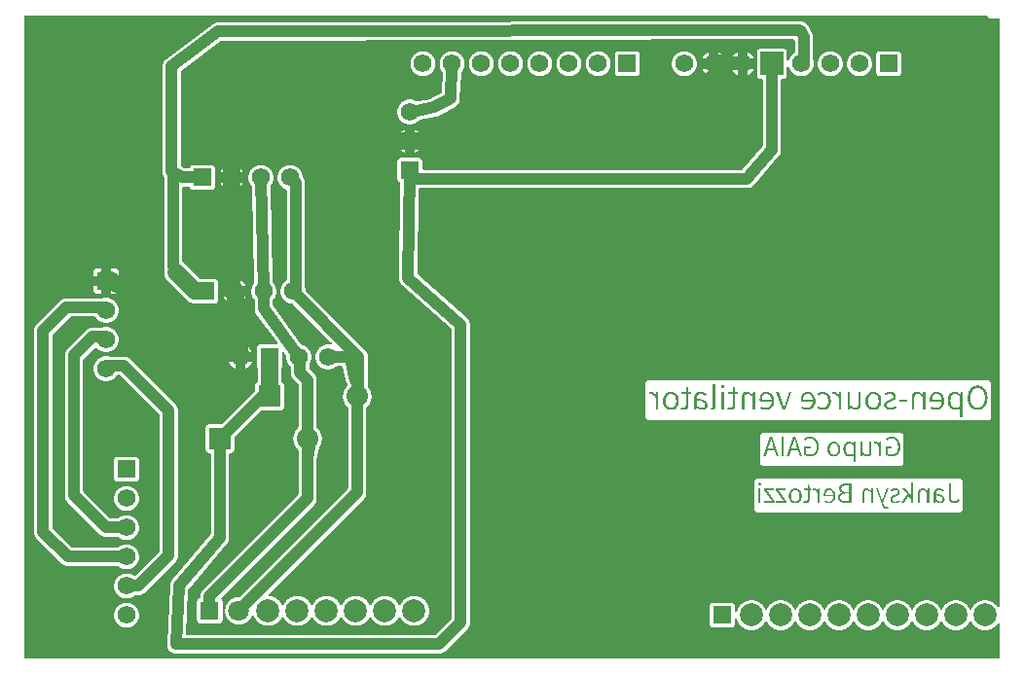
<source format=gbl>
G04 Layer: BottomLayer*
G04 EasyEDA v6.3.43, 2020-05-24T14:32:55--3:00*
G04 a60beb115e6d4cc6af766ae4472ff299,4133ba2459604e99bbbe5cdf154db1fe,10*
G04 Gerber Generator version 0.2*
G04 Scale: 100 percent, Rotated: No, Reflected: No *
G04 Dimensions in millimeters *
G04 leading zeros omitted , absolute positions ,3 integer and 3 decimal *
%FSLAX33Y33*%
%MOMM*%
G90*
G71D02*

%ADD11C,0.610006*%
%ADD12C,1.574800*%
%ADD13R,1.574800X1.574800*%
%ADD14R,1.999996X1.999996*%
%ADD15R,1.599997X1.599997*%
%ADD16C,1.799996*%
%ADD17C,1.999996*%
%ADD18R,1.524000X1.524000*%
%ADD19C,1.879600*%
%ADD20R,1.879600X1.879600*%
%ADD21C,0.999998*%
%ADD22C,1.499997*%
%ADD23C,0.499999*%
%ADD24C,1.199998*%

%LPD*%
G36*
G01X83904Y56258D02*
G01X358Y56258D01*
G01X343Y56257D01*
G01X329Y56254D01*
G01X316Y56249D01*
G01X303Y56242D01*
G01X291Y56233D01*
G01X281Y56223D01*
G01X272Y56211D01*
G01X265Y56199D01*
G01X260Y56185D01*
G01X257Y56171D01*
G01X256Y56156D01*
G01X256Y358D01*
G01X257Y343D01*
G01X260Y329D01*
G01X265Y315D01*
G01X272Y303D01*
G01X281Y291D01*
G01X291Y281D01*
G01X303Y272D01*
G01X316Y265D01*
G01X329Y260D01*
G01X343Y257D01*
G01X358Y256D01*
G01X84985Y256D01*
G01X85000Y257D01*
G01X85014Y260D01*
G01X85028Y265D01*
G01X85040Y272D01*
G01X85052Y281D01*
G01X85062Y291D01*
G01X85071Y303D01*
G01X85078Y315D01*
G01X85083Y329D01*
G01X85086Y343D01*
G01X85087Y358D01*
G01X85087Y3285D01*
G01X85086Y3300D01*
G01X85083Y3314D01*
G01X85078Y3328D01*
G01X85071Y3341D01*
G01X85062Y3352D01*
G01X85052Y3362D01*
G01X85040Y3371D01*
G01X85028Y3378D01*
G01X85014Y3383D01*
G01X85000Y3386D01*
G01X84985Y3387D01*
G01X84969Y3386D01*
G01X84953Y3382D01*
G01X84937Y3375D01*
G01X84923Y3366D01*
G01X84911Y3355D01*
G01X84901Y3342D01*
G01X84870Y3298D01*
G01X84838Y3255D01*
G01X84804Y3214D01*
G01X84768Y3175D01*
G01X84731Y3136D01*
G01X84692Y3099D01*
G01X84652Y3064D01*
G01X84611Y3031D01*
G01X84568Y2999D01*
G01X84524Y2970D01*
G01X84478Y2941D01*
G01X84432Y2915D01*
G01X84384Y2891D01*
G01X84336Y2869D01*
G01X84286Y2848D01*
G01X84236Y2831D01*
G01X84185Y2814D01*
G01X84133Y2800D01*
G01X84082Y2788D01*
G01X84029Y2778D01*
G01X83976Y2771D01*
G01X83923Y2766D01*
G01X83870Y2762D01*
G01X83817Y2761D01*
G01X83764Y2762D01*
G01X83711Y2765D01*
G01X83659Y2771D01*
G01X83607Y2778D01*
G01X83555Y2787D01*
G01X83504Y2799D01*
G01X83453Y2813D01*
G01X83403Y2829D01*
G01X83354Y2846D01*
G01X83305Y2866D01*
G01X83257Y2887D01*
G01X83210Y2911D01*
G01X83164Y2936D01*
G01X83119Y2964D01*
G01X83075Y2993D01*
G01X83033Y3023D01*
G01X82991Y3056D01*
G01X82951Y3090D01*
G01X82913Y3126D01*
G01X82876Y3163D01*
G01X82840Y3201D01*
G01X82806Y3242D01*
G01X82774Y3283D01*
G01X82743Y3326D01*
G01X82714Y3370D01*
G01X82687Y3415D01*
G01X82662Y3461D01*
G01X82638Y3508D01*
G01X82630Y3522D01*
G01X82620Y3535D01*
G01X82607Y3546D01*
G01X82594Y3554D01*
G01X82579Y3561D01*
G01X82563Y3565D01*
G01X82547Y3566D01*
G01X82530Y3565D01*
G01X82514Y3561D01*
G01X82499Y3554D01*
G01X82486Y3546D01*
G01X82473Y3535D01*
G01X82463Y3522D01*
G01X82455Y3508D01*
G01X82431Y3461D01*
G01X82406Y3415D01*
G01X82379Y3370D01*
G01X82350Y3326D01*
G01X82319Y3283D01*
G01X82287Y3242D01*
G01X82253Y3201D01*
G01X82217Y3163D01*
G01X82180Y3126D01*
G01X82142Y3090D01*
G01X82102Y3056D01*
G01X82060Y3023D01*
G01X82018Y2993D01*
G01X81974Y2964D01*
G01X81929Y2936D01*
G01X81883Y2911D01*
G01X81836Y2887D01*
G01X81788Y2866D01*
G01X81739Y2846D01*
G01X81690Y2829D01*
G01X81640Y2813D01*
G01X81589Y2799D01*
G01X81538Y2787D01*
G01X81486Y2778D01*
G01X81434Y2771D01*
G01X81382Y2765D01*
G01X81329Y2762D01*
G01X81277Y2761D01*
G01X81224Y2762D01*
G01X81171Y2765D01*
G01X81119Y2771D01*
G01X81067Y2778D01*
G01X81015Y2787D01*
G01X80964Y2799D01*
G01X80913Y2813D01*
G01X80863Y2829D01*
G01X80814Y2846D01*
G01X80765Y2866D01*
G01X80717Y2887D01*
G01X80670Y2911D01*
G01X80624Y2936D01*
G01X80579Y2964D01*
G01X80535Y2993D01*
G01X80493Y3023D01*
G01X80451Y3056D01*
G01X80411Y3090D01*
G01X80373Y3126D01*
G01X80336Y3163D01*
G01X80300Y3201D01*
G01X80266Y3242D01*
G01X80234Y3283D01*
G01X80203Y3326D01*
G01X80174Y3370D01*
G01X80147Y3415D01*
G01X80122Y3461D01*
G01X80098Y3508D01*
G01X80090Y3522D01*
G01X80080Y3535D01*
G01X80067Y3546D01*
G01X80054Y3554D01*
G01X80039Y3561D01*
G01X80023Y3565D01*
G01X80007Y3566D01*
G01X79990Y3565D01*
G01X79974Y3561D01*
G01X79959Y3554D01*
G01X79946Y3546D01*
G01X79933Y3535D01*
G01X79923Y3522D01*
G01X79915Y3508D01*
G01X79891Y3461D01*
G01X79866Y3415D01*
G01X79839Y3370D01*
G01X79810Y3326D01*
G01X79779Y3283D01*
G01X79747Y3242D01*
G01X79713Y3201D01*
G01X79677Y3163D01*
G01X79640Y3126D01*
G01X79602Y3090D01*
G01X79562Y3056D01*
G01X79520Y3023D01*
G01X79478Y2993D01*
G01X79434Y2964D01*
G01X79389Y2936D01*
G01X79343Y2911D01*
G01X79296Y2887D01*
G01X79248Y2866D01*
G01X79199Y2846D01*
G01X79150Y2829D01*
G01X79100Y2813D01*
G01X79049Y2799D01*
G01X78998Y2787D01*
G01X78946Y2778D01*
G01X78894Y2771D01*
G01X78842Y2765D01*
G01X78789Y2762D01*
G01X78737Y2761D01*
G01X78684Y2762D01*
G01X78631Y2765D01*
G01X78579Y2771D01*
G01X78527Y2778D01*
G01X78475Y2787D01*
G01X78424Y2799D01*
G01X78373Y2813D01*
G01X78323Y2829D01*
G01X78274Y2846D01*
G01X78225Y2866D01*
G01X78177Y2887D01*
G01X78130Y2911D01*
G01X78084Y2936D01*
G01X78039Y2964D01*
G01X77995Y2993D01*
G01X77953Y3023D01*
G01X77911Y3056D01*
G01X77871Y3090D01*
G01X77833Y3126D01*
G01X77796Y3163D01*
G01X77760Y3201D01*
G01X77726Y3242D01*
G01X77694Y3283D01*
G01X77663Y3326D01*
G01X77634Y3370D01*
G01X77607Y3415D01*
G01X77582Y3461D01*
G01X77558Y3508D01*
G01X77550Y3522D01*
G01X77540Y3535D01*
G01X77527Y3546D01*
G01X77514Y3554D01*
G01X77499Y3561D01*
G01X77483Y3565D01*
G01X77467Y3566D01*
G01X77450Y3565D01*
G01X77434Y3561D01*
G01X77419Y3554D01*
G01X77406Y3546D01*
G01X77393Y3535D01*
G01X77383Y3522D01*
G01X77375Y3508D01*
G01X77351Y3461D01*
G01X77326Y3415D01*
G01X77299Y3370D01*
G01X77270Y3326D01*
G01X77239Y3283D01*
G01X77207Y3242D01*
G01X77173Y3201D01*
G01X77137Y3163D01*
G01X77100Y3126D01*
G01X77062Y3090D01*
G01X77022Y3056D01*
G01X76980Y3023D01*
G01X76938Y2993D01*
G01X76894Y2964D01*
G01X76849Y2936D01*
G01X76803Y2911D01*
G01X76756Y2887D01*
G01X76708Y2866D01*
G01X76659Y2846D01*
G01X76610Y2829D01*
G01X76560Y2813D01*
G01X76509Y2799D01*
G01X76458Y2787D01*
G01X76406Y2778D01*
G01X76354Y2771D01*
G01X76302Y2765D01*
G01X76249Y2762D01*
G01X76197Y2761D01*
G01X76144Y2762D01*
G01X76091Y2765D01*
G01X76039Y2771D01*
G01X75987Y2778D01*
G01X75935Y2787D01*
G01X75884Y2799D01*
G01X75833Y2813D01*
G01X75783Y2829D01*
G01X75734Y2846D01*
G01X75685Y2866D01*
G01X75637Y2887D01*
G01X75590Y2911D01*
G01X75544Y2936D01*
G01X75499Y2964D01*
G01X75455Y2993D01*
G01X75413Y3023D01*
G01X75371Y3056D01*
G01X75331Y3090D01*
G01X75293Y3126D01*
G01X75256Y3163D01*
G01X75220Y3201D01*
G01X75186Y3242D01*
G01X75154Y3283D01*
G01X75123Y3326D01*
G01X75094Y3370D01*
G01X75067Y3415D01*
G01X75042Y3461D01*
G01X75018Y3508D01*
G01X75010Y3522D01*
G01X75000Y3535D01*
G01X74987Y3546D01*
G01X74974Y3554D01*
G01X74959Y3561D01*
G01X74943Y3565D01*
G01X74927Y3566D01*
G01X74910Y3565D01*
G01X74894Y3561D01*
G01X74879Y3554D01*
G01X74866Y3546D01*
G01X74853Y3535D01*
G01X74843Y3522D01*
G01X74835Y3508D01*
G01X74811Y3461D01*
G01X74786Y3415D01*
G01X74759Y3370D01*
G01X74730Y3326D01*
G01X74699Y3283D01*
G01X74667Y3242D01*
G01X74633Y3201D01*
G01X74597Y3163D01*
G01X74560Y3126D01*
G01X74522Y3090D01*
G01X74482Y3056D01*
G01X74440Y3023D01*
G01X74398Y2993D01*
G01X74354Y2964D01*
G01X74309Y2936D01*
G01X74263Y2911D01*
G01X74216Y2887D01*
G01X74168Y2866D01*
G01X74119Y2846D01*
G01X74070Y2829D01*
G01X74020Y2813D01*
G01X73969Y2799D01*
G01X73918Y2787D01*
G01X73866Y2778D01*
G01X73814Y2771D01*
G01X73762Y2765D01*
G01X73709Y2762D01*
G01X73657Y2761D01*
G01X73604Y2762D01*
G01X73551Y2765D01*
G01X73499Y2771D01*
G01X73447Y2778D01*
G01X73395Y2787D01*
G01X73344Y2799D01*
G01X73293Y2813D01*
G01X73243Y2829D01*
G01X73194Y2846D01*
G01X73145Y2866D01*
G01X73097Y2887D01*
G01X73050Y2911D01*
G01X73004Y2936D01*
G01X72959Y2964D01*
G01X72915Y2993D01*
G01X72873Y3023D01*
G01X72831Y3056D01*
G01X72791Y3090D01*
G01X72753Y3126D01*
G01X72716Y3163D01*
G01X72680Y3201D01*
G01X72646Y3242D01*
G01X72614Y3283D01*
G01X72583Y3326D01*
G01X72554Y3370D01*
G01X72527Y3415D01*
G01X72502Y3461D01*
G01X72478Y3508D01*
G01X72470Y3522D01*
G01X72460Y3535D01*
G01X72447Y3546D01*
G01X72434Y3554D01*
G01X72419Y3561D01*
G01X72403Y3565D01*
G01X72387Y3566D01*
G01X72370Y3565D01*
G01X72354Y3561D01*
G01X72339Y3554D01*
G01X72326Y3546D01*
G01X72313Y3535D01*
G01X72303Y3522D01*
G01X72295Y3508D01*
G01X72271Y3461D01*
G01X72246Y3415D01*
G01X72219Y3370D01*
G01X72190Y3326D01*
G01X72159Y3283D01*
G01X72127Y3242D01*
G01X72093Y3201D01*
G01X72057Y3163D01*
G01X72020Y3126D01*
G01X71982Y3090D01*
G01X71942Y3056D01*
G01X71900Y3023D01*
G01X71858Y2993D01*
G01X71814Y2964D01*
G01X71769Y2936D01*
G01X71723Y2911D01*
G01X71676Y2887D01*
G01X71628Y2866D01*
G01X71579Y2846D01*
G01X71530Y2829D01*
G01X71480Y2813D01*
G01X71429Y2799D01*
G01X71378Y2787D01*
G01X71326Y2778D01*
G01X71274Y2771D01*
G01X71222Y2765D01*
G01X71169Y2762D01*
G01X71117Y2761D01*
G01X71064Y2762D01*
G01X71011Y2765D01*
G01X70959Y2771D01*
G01X70907Y2778D01*
G01X70855Y2787D01*
G01X70804Y2799D01*
G01X70753Y2813D01*
G01X70703Y2829D01*
G01X70654Y2846D01*
G01X70605Y2866D01*
G01X70557Y2887D01*
G01X70510Y2911D01*
G01X70464Y2936D01*
G01X70419Y2964D01*
G01X70375Y2993D01*
G01X70333Y3023D01*
G01X70291Y3056D01*
G01X70251Y3090D01*
G01X70213Y3126D01*
G01X70176Y3163D01*
G01X70140Y3201D01*
G01X70106Y3242D01*
G01X70074Y3283D01*
G01X70043Y3326D01*
G01X70014Y3370D01*
G01X69987Y3415D01*
G01X69962Y3461D01*
G01X69938Y3508D01*
G01X69930Y3522D01*
G01X69920Y3535D01*
G01X69907Y3546D01*
G01X69894Y3554D01*
G01X69879Y3561D01*
G01X69863Y3565D01*
G01X69847Y3566D01*
G01X69830Y3565D01*
G01X69814Y3561D01*
G01X69799Y3554D01*
G01X69786Y3546D01*
G01X69773Y3535D01*
G01X69763Y3522D01*
G01X69755Y3508D01*
G01X69731Y3461D01*
G01X69706Y3415D01*
G01X69679Y3370D01*
G01X69650Y3326D01*
G01X69619Y3283D01*
G01X69587Y3242D01*
G01X69553Y3201D01*
G01X69517Y3163D01*
G01X69480Y3126D01*
G01X69442Y3090D01*
G01X69402Y3056D01*
G01X69360Y3023D01*
G01X69318Y2993D01*
G01X69274Y2964D01*
G01X69229Y2936D01*
G01X69183Y2911D01*
G01X69136Y2887D01*
G01X69088Y2866D01*
G01X69039Y2846D01*
G01X68990Y2829D01*
G01X68940Y2813D01*
G01X68889Y2799D01*
G01X68838Y2787D01*
G01X68786Y2778D01*
G01X68734Y2771D01*
G01X68682Y2765D01*
G01X68629Y2762D01*
G01X68577Y2761D01*
G01X68524Y2762D01*
G01X68471Y2765D01*
G01X68419Y2771D01*
G01X68367Y2778D01*
G01X68315Y2787D01*
G01X68264Y2799D01*
G01X68213Y2813D01*
G01X68163Y2829D01*
G01X68114Y2846D01*
G01X68065Y2866D01*
G01X68017Y2887D01*
G01X67970Y2911D01*
G01X67924Y2936D01*
G01X67879Y2964D01*
G01X67835Y2993D01*
G01X67793Y3023D01*
G01X67751Y3056D01*
G01X67711Y3090D01*
G01X67673Y3126D01*
G01X67636Y3163D01*
G01X67600Y3201D01*
G01X67566Y3242D01*
G01X67534Y3283D01*
G01X67503Y3326D01*
G01X67474Y3370D01*
G01X67447Y3415D01*
G01X67422Y3461D01*
G01X67398Y3508D01*
G01X67390Y3522D01*
G01X67380Y3535D01*
G01X67367Y3546D01*
G01X67354Y3554D01*
G01X67339Y3561D01*
G01X67323Y3565D01*
G01X67307Y3566D01*
G01X67290Y3565D01*
G01X67274Y3561D01*
G01X67259Y3554D01*
G01X67246Y3546D01*
G01X67233Y3535D01*
G01X67223Y3522D01*
G01X67215Y3508D01*
G01X67191Y3461D01*
G01X67166Y3415D01*
G01X67139Y3370D01*
G01X67110Y3326D01*
G01X67079Y3283D01*
G01X67047Y3242D01*
G01X67013Y3201D01*
G01X66977Y3163D01*
G01X66940Y3126D01*
G01X66902Y3090D01*
G01X66862Y3056D01*
G01X66820Y3023D01*
G01X66778Y2993D01*
G01X66734Y2964D01*
G01X66689Y2936D01*
G01X66643Y2911D01*
G01X66596Y2887D01*
G01X66548Y2866D01*
G01X66499Y2846D01*
G01X66450Y2829D01*
G01X66400Y2813D01*
G01X66349Y2799D01*
G01X66298Y2787D01*
G01X66246Y2778D01*
G01X66194Y2771D01*
G01X66142Y2765D01*
G01X66089Y2762D01*
G01X66037Y2761D01*
G01X65984Y2762D01*
G01X65931Y2765D01*
G01X65879Y2771D01*
G01X65827Y2778D01*
G01X65775Y2787D01*
G01X65724Y2799D01*
G01X65673Y2813D01*
G01X65623Y2829D01*
G01X65574Y2846D01*
G01X65525Y2866D01*
G01X65477Y2887D01*
G01X65430Y2911D01*
G01X65384Y2936D01*
G01X65339Y2964D01*
G01X65295Y2993D01*
G01X65253Y3023D01*
G01X65211Y3056D01*
G01X65171Y3090D01*
G01X65133Y3126D01*
G01X65096Y3163D01*
G01X65060Y3201D01*
G01X65026Y3242D01*
G01X64994Y3283D01*
G01X64963Y3326D01*
G01X64934Y3370D01*
G01X64907Y3415D01*
G01X64882Y3461D01*
G01X64858Y3508D01*
G01X64850Y3522D01*
G01X64840Y3535D01*
G01X64827Y3546D01*
G01X64814Y3554D01*
G01X64799Y3561D01*
G01X64783Y3565D01*
G01X64767Y3566D01*
G01X64750Y3565D01*
G01X64734Y3561D01*
G01X64719Y3554D01*
G01X64706Y3546D01*
G01X64693Y3535D01*
G01X64683Y3522D01*
G01X64675Y3508D01*
G01X64651Y3461D01*
G01X64626Y3415D01*
G01X64599Y3370D01*
G01X64570Y3326D01*
G01X64539Y3283D01*
G01X64507Y3242D01*
G01X64473Y3201D01*
G01X64437Y3163D01*
G01X64400Y3126D01*
G01X64362Y3090D01*
G01X64322Y3056D01*
G01X64280Y3023D01*
G01X64238Y2993D01*
G01X64194Y2964D01*
G01X64149Y2936D01*
G01X64103Y2911D01*
G01X64056Y2887D01*
G01X64008Y2866D01*
G01X63959Y2846D01*
G01X63910Y2829D01*
G01X63860Y2813D01*
G01X63809Y2799D01*
G01X63758Y2787D01*
G01X63706Y2778D01*
G01X63654Y2771D01*
G01X63602Y2765D01*
G01X63549Y2762D01*
G01X63497Y2761D01*
G01X63444Y2762D01*
G01X63392Y2765D01*
G01X63340Y2771D01*
G01X63288Y2778D01*
G01X63236Y2787D01*
G01X63185Y2799D01*
G01X63134Y2812D01*
G01X63084Y2828D01*
G01X63035Y2845D01*
G01X62986Y2865D01*
G01X62938Y2886D01*
G01X62891Y2910D01*
G01X62845Y2935D01*
G01X62801Y2963D01*
G01X62757Y2992D01*
G01X62714Y3022D01*
G01X62673Y3054D01*
G01X62633Y3088D01*
G01X62594Y3124D01*
G01X62557Y3161D01*
G01X62522Y3199D01*
G01X62488Y3240D01*
G01X62456Y3281D01*
G01X62425Y3323D01*
G01X62396Y3367D01*
G01X62369Y3412D01*
G01X62343Y3458D01*
G01X62320Y3505D01*
G01X62299Y3552D01*
G01X62279Y3601D01*
G01X62261Y3650D01*
G01X62246Y3700D01*
G01X62241Y3714D01*
G01X62234Y3727D01*
G01X62225Y3738D01*
G01X62215Y3749D01*
G01X62203Y3758D01*
G01X62190Y3765D01*
G01X62177Y3770D01*
G01X62162Y3773D01*
G01X62148Y3774D01*
G01X62134Y3773D01*
G01X62119Y3770D01*
G01X62106Y3765D01*
G01X62093Y3758D01*
G01X62082Y3749D01*
G01X62071Y3739D01*
G01X62062Y3727D01*
G01X62056Y3715D01*
G01X62051Y3701D01*
G01X62048Y3687D01*
G01X62047Y3672D01*
G01X62047Y3276D01*
G01X62046Y3276D01*
G01X62045Y3251D01*
G01X62042Y3226D01*
G01X62037Y3202D01*
G01X62030Y3178D01*
G01X62021Y3155D01*
G01X62010Y3132D01*
G01X61997Y3110D01*
G01X61983Y3090D01*
G01X61966Y3071D01*
G01X61949Y3054D01*
G01X61930Y3037D01*
G01X61910Y3023D01*
G01X61888Y3010D01*
G01X61865Y2999D01*
G01X61842Y2990D01*
G01X61818Y2983D01*
G01X61794Y2978D01*
G01X61769Y2975D01*
G01X61744Y2974D01*
G01X60169Y2974D01*
G01X60144Y2975D01*
G01X60119Y2978D01*
G01X60095Y2983D01*
G01X60071Y2990D01*
G01X60048Y2999D01*
G01X60025Y3010D01*
G01X60003Y3023D01*
G01X59983Y3037D01*
G01X59964Y3054D01*
G01X59947Y3071D01*
G01X59930Y3090D01*
G01X59916Y3110D01*
G01X59903Y3132D01*
G01X59892Y3155D01*
G01X59883Y3178D01*
G01X59876Y3202D01*
G01X59871Y3226D01*
G01X59868Y3251D01*
G01X59867Y3276D01*
G01X59867Y4851D01*
G01X59868Y4876D01*
G01X59871Y4901D01*
G01X59876Y4925D01*
G01X59883Y4949D01*
G01X59892Y4972D01*
G01X59903Y4995D01*
G01X59916Y5017D01*
G01X59930Y5037D01*
G01X59947Y5056D01*
G01X59964Y5073D01*
G01X59983Y5090D01*
G01X60003Y5104D01*
G01X60025Y5117D01*
G01X60048Y5128D01*
G01X60071Y5137D01*
G01X60095Y5144D01*
G01X60119Y5149D01*
G01X60144Y5152D01*
G01X60169Y5153D01*
G01X61744Y5153D01*
G01X61769Y5152D01*
G01X61794Y5149D01*
G01X61818Y5144D01*
G01X61842Y5137D01*
G01X61865Y5128D01*
G01X61888Y5117D01*
G01X61910Y5104D01*
G01X61930Y5090D01*
G01X61949Y5073D01*
G01X61966Y5056D01*
G01X61983Y5037D01*
G01X61997Y5017D01*
G01X62010Y4995D01*
G01X62021Y4972D01*
G01X62030Y4949D01*
G01X62037Y4925D01*
G01X62042Y4901D01*
G01X62045Y4876D01*
G01X62046Y4851D01*
G01X62047Y4851D01*
G01X62047Y4455D01*
G01X62048Y4440D01*
G01X62051Y4426D01*
G01X62056Y4412D01*
G01X62062Y4400D01*
G01X62071Y4388D01*
G01X62082Y4378D01*
G01X62093Y4369D01*
G01X62106Y4362D01*
G01X62119Y4357D01*
G01X62134Y4354D01*
G01X62148Y4353D01*
G01X62162Y4354D01*
G01X62177Y4357D01*
G01X62190Y4362D01*
G01X62203Y4369D01*
G01X62215Y4378D01*
G01X62225Y4389D01*
G01X62234Y4400D01*
G01X62241Y4413D01*
G01X62246Y4427D01*
G01X62261Y4477D01*
G01X62279Y4526D01*
G01X62299Y4575D01*
G01X62320Y4622D01*
G01X62343Y4669D01*
G01X62369Y4715D01*
G01X62396Y4760D01*
G01X62425Y4804D01*
G01X62456Y4846D01*
G01X62488Y4887D01*
G01X62522Y4928D01*
G01X62557Y4966D01*
G01X62594Y5003D01*
G01X62633Y5039D01*
G01X62673Y5073D01*
G01X62714Y5105D01*
G01X62757Y5135D01*
G01X62801Y5164D01*
G01X62845Y5192D01*
G01X62891Y5217D01*
G01X62938Y5241D01*
G01X62986Y5262D01*
G01X63035Y5282D01*
G01X63084Y5299D01*
G01X63134Y5315D01*
G01X63185Y5328D01*
G01X63236Y5340D01*
G01X63288Y5349D01*
G01X63340Y5356D01*
G01X63392Y5362D01*
G01X63444Y5365D01*
G01X63497Y5366D01*
G01X63549Y5365D01*
G01X63602Y5362D01*
G01X63654Y5356D01*
G01X63706Y5349D01*
G01X63758Y5340D01*
G01X63809Y5328D01*
G01X63860Y5314D01*
G01X63910Y5298D01*
G01X63959Y5281D01*
G01X64008Y5261D01*
G01X64056Y5240D01*
G01X64103Y5216D01*
G01X64149Y5191D01*
G01X64194Y5163D01*
G01X64238Y5134D01*
G01X64280Y5104D01*
G01X64322Y5071D01*
G01X64362Y5037D01*
G01X64400Y5001D01*
G01X64437Y4964D01*
G01X64473Y4926D01*
G01X64507Y4885D01*
G01X64539Y4844D01*
G01X64570Y4801D01*
G01X64599Y4757D01*
G01X64626Y4712D01*
G01X64651Y4666D01*
G01X64675Y4619D01*
G01X64683Y4605D01*
G01X64693Y4592D01*
G01X64706Y4581D01*
G01X64719Y4573D01*
G01X64734Y4566D01*
G01X64750Y4562D01*
G01X64767Y4561D01*
G01X64783Y4562D01*
G01X64799Y4566D01*
G01X64814Y4573D01*
G01X64827Y4581D01*
G01X64840Y4592D01*
G01X64850Y4605D01*
G01X64858Y4619D01*
G01X64882Y4666D01*
G01X64907Y4712D01*
G01X64934Y4757D01*
G01X64963Y4801D01*
G01X64994Y4844D01*
G01X65026Y4885D01*
G01X65060Y4926D01*
G01X65096Y4964D01*
G01X65133Y5001D01*
G01X65171Y5037D01*
G01X65211Y5071D01*
G01X65253Y5104D01*
G01X65295Y5134D01*
G01X65339Y5163D01*
G01X65384Y5191D01*
G01X65430Y5216D01*
G01X65477Y5240D01*
G01X65525Y5261D01*
G01X65574Y5281D01*
G01X65623Y5298D01*
G01X65673Y5314D01*
G01X65724Y5328D01*
G01X65775Y5340D01*
G01X65827Y5349D01*
G01X65879Y5356D01*
G01X65931Y5362D01*
G01X65984Y5365D01*
G01X66037Y5366D01*
G01X66089Y5365D01*
G01X66142Y5362D01*
G01X66194Y5356D01*
G01X66246Y5349D01*
G01X66298Y5340D01*
G01X66349Y5328D01*
G01X66400Y5314D01*
G01X66450Y5298D01*
G01X66499Y5281D01*
G01X66548Y5261D01*
G01X66596Y5240D01*
G01X66643Y5216D01*
G01X66689Y5191D01*
G01X66734Y5163D01*
G01X66778Y5134D01*
G01X66820Y5104D01*
G01X66862Y5071D01*
G01X66902Y5037D01*
G01X66940Y5001D01*
G01X66977Y4964D01*
G01X67013Y4926D01*
G01X67047Y4885D01*
G01X67079Y4844D01*
G01X67110Y4801D01*
G01X67139Y4757D01*
G01X67166Y4712D01*
G01X67191Y4666D01*
G01X67215Y4619D01*
G01X67223Y4605D01*
G01X67233Y4592D01*
G01X67246Y4581D01*
G01X67259Y4573D01*
G01X67274Y4566D01*
G01X67290Y4562D01*
G01X67307Y4561D01*
G01X67323Y4562D01*
G01X67339Y4566D01*
G01X67354Y4573D01*
G01X67367Y4581D01*
G01X67380Y4592D01*
G01X67390Y4605D01*
G01X67398Y4619D01*
G01X67422Y4666D01*
G01X67447Y4712D01*
G01X67474Y4757D01*
G01X67503Y4801D01*
G01X67534Y4844D01*
G01X67566Y4885D01*
G01X67600Y4926D01*
G01X67636Y4964D01*
G01X67673Y5001D01*
G01X67711Y5037D01*
G01X67751Y5071D01*
G01X67793Y5104D01*
G01X67835Y5134D01*
G01X67879Y5163D01*
G01X67924Y5191D01*
G01X67970Y5216D01*
G01X68017Y5240D01*
G01X68065Y5261D01*
G01X68114Y5281D01*
G01X68163Y5298D01*
G01X68213Y5314D01*
G01X68264Y5328D01*
G01X68315Y5340D01*
G01X68367Y5349D01*
G01X68419Y5356D01*
G01X68471Y5362D01*
G01X68524Y5365D01*
G01X68577Y5366D01*
G01X68629Y5365D01*
G01X68682Y5362D01*
G01X68734Y5356D01*
G01X68786Y5349D01*
G01X68838Y5340D01*
G01X68889Y5328D01*
G01X68940Y5314D01*
G01X68990Y5298D01*
G01X69039Y5281D01*
G01X69088Y5261D01*
G01X69136Y5240D01*
G01X69183Y5216D01*
G01X69229Y5191D01*
G01X69274Y5163D01*
G01X69318Y5134D01*
G01X69360Y5104D01*
G01X69402Y5071D01*
G01X69442Y5037D01*
G01X69480Y5001D01*
G01X69517Y4964D01*
G01X69553Y4926D01*
G01X69587Y4885D01*
G01X69619Y4844D01*
G01X69650Y4801D01*
G01X69679Y4757D01*
G01X69706Y4712D01*
G01X69731Y4666D01*
G01X69755Y4619D01*
G01X69763Y4605D01*
G01X69773Y4592D01*
G01X69786Y4581D01*
G01X69799Y4573D01*
G01X69814Y4566D01*
G01X69830Y4562D01*
G01X69847Y4561D01*
G01X69863Y4562D01*
G01X69879Y4566D01*
G01X69894Y4573D01*
G01X69907Y4581D01*
G01X69920Y4592D01*
G01X69930Y4605D01*
G01X69938Y4619D01*
G01X69962Y4666D01*
G01X69987Y4712D01*
G01X70014Y4757D01*
G01X70043Y4801D01*
G01X70074Y4844D01*
G01X70106Y4885D01*
G01X70140Y4926D01*
G01X70176Y4964D01*
G01X70213Y5001D01*
G01X70251Y5037D01*
G01X70291Y5071D01*
G01X70333Y5104D01*
G01X70375Y5134D01*
G01X70419Y5163D01*
G01X70464Y5191D01*
G01X70510Y5216D01*
G01X70557Y5240D01*
G01X70605Y5261D01*
G01X70654Y5281D01*
G01X70703Y5298D01*
G01X70753Y5314D01*
G01X70804Y5328D01*
G01X70855Y5340D01*
G01X70907Y5349D01*
G01X70959Y5356D01*
G01X71011Y5362D01*
G01X71064Y5365D01*
G01X71117Y5366D01*
G01X71169Y5365D01*
G01X71222Y5362D01*
G01X71274Y5356D01*
G01X71326Y5349D01*
G01X71378Y5340D01*
G01X71429Y5328D01*
G01X71480Y5314D01*
G01X71530Y5298D01*
G01X71579Y5281D01*
G01X71628Y5261D01*
G01X71676Y5240D01*
G01X71723Y5216D01*
G01X71769Y5191D01*
G01X71814Y5163D01*
G01X71858Y5134D01*
G01X71900Y5104D01*
G01X71942Y5071D01*
G01X71982Y5037D01*
G01X72020Y5001D01*
G01X72057Y4964D01*
G01X72093Y4926D01*
G01X72127Y4885D01*
G01X72159Y4844D01*
G01X72190Y4801D01*
G01X72219Y4757D01*
G01X72246Y4712D01*
G01X72271Y4666D01*
G01X72295Y4619D01*
G01X72303Y4605D01*
G01X72313Y4592D01*
G01X72326Y4581D01*
G01X72339Y4573D01*
G01X72354Y4566D01*
G01X72370Y4562D01*
G01X72387Y4561D01*
G01X72403Y4562D01*
G01X72419Y4566D01*
G01X72434Y4573D01*
G01X72447Y4581D01*
G01X72460Y4592D01*
G01X72470Y4605D01*
G01X72478Y4619D01*
G01X72502Y4666D01*
G01X72527Y4712D01*
G01X72554Y4757D01*
G01X72583Y4801D01*
G01X72614Y4844D01*
G01X72646Y4885D01*
G01X72680Y4926D01*
G01X72716Y4964D01*
G01X72753Y5001D01*
G01X72791Y5037D01*
G01X72831Y5071D01*
G01X72873Y5104D01*
G01X72915Y5134D01*
G01X72959Y5163D01*
G01X73004Y5191D01*
G01X73050Y5216D01*
G01X73097Y5240D01*
G01X73145Y5261D01*
G01X73194Y5281D01*
G01X73243Y5298D01*
G01X73293Y5314D01*
G01X73344Y5328D01*
G01X73395Y5340D01*
G01X73447Y5349D01*
G01X73499Y5356D01*
G01X73551Y5362D01*
G01X73604Y5365D01*
G01X73657Y5366D01*
G01X73709Y5365D01*
G01X73762Y5362D01*
G01X73814Y5356D01*
G01X73866Y5349D01*
G01X73918Y5340D01*
G01X73969Y5328D01*
G01X74020Y5314D01*
G01X74070Y5298D01*
G01X74119Y5281D01*
G01X74168Y5261D01*
G01X74216Y5240D01*
G01X74263Y5216D01*
G01X74309Y5191D01*
G01X74354Y5163D01*
G01X74398Y5134D01*
G01X74440Y5104D01*
G01X74482Y5071D01*
G01X74522Y5037D01*
G01X74560Y5001D01*
G01X74597Y4964D01*
G01X74633Y4926D01*
G01X74667Y4885D01*
G01X74699Y4844D01*
G01X74730Y4801D01*
G01X74759Y4757D01*
G01X74786Y4712D01*
G01X74811Y4666D01*
G01X74835Y4619D01*
G01X74843Y4605D01*
G01X74853Y4592D01*
G01X74866Y4581D01*
G01X74879Y4573D01*
G01X74894Y4566D01*
G01X74910Y4562D01*
G01X74927Y4561D01*
G01X74943Y4562D01*
G01X74959Y4566D01*
G01X74974Y4573D01*
G01X74987Y4581D01*
G01X75000Y4592D01*
G01X75010Y4605D01*
G01X75018Y4619D01*
G01X75042Y4666D01*
G01X75067Y4712D01*
G01X75094Y4757D01*
G01X75123Y4801D01*
G01X75154Y4844D01*
G01X75186Y4885D01*
G01X75220Y4926D01*
G01X75256Y4964D01*
G01X75293Y5001D01*
G01X75331Y5037D01*
G01X75371Y5071D01*
G01X75413Y5104D01*
G01X75455Y5134D01*
G01X75499Y5163D01*
G01X75544Y5191D01*
G01X75590Y5216D01*
G01X75637Y5240D01*
G01X75685Y5261D01*
G01X75734Y5281D01*
G01X75783Y5298D01*
G01X75833Y5314D01*
G01X75884Y5328D01*
G01X75935Y5340D01*
G01X75987Y5349D01*
G01X76039Y5356D01*
G01X76091Y5362D01*
G01X76144Y5365D01*
G01X76197Y5366D01*
G01X76249Y5365D01*
G01X76302Y5362D01*
G01X76354Y5356D01*
G01X76406Y5349D01*
G01X76458Y5340D01*
G01X76509Y5328D01*
G01X76560Y5314D01*
G01X76610Y5298D01*
G01X76659Y5281D01*
G01X76708Y5261D01*
G01X76756Y5240D01*
G01X76803Y5216D01*
G01X76849Y5191D01*
G01X76894Y5163D01*
G01X76938Y5134D01*
G01X76980Y5104D01*
G01X77022Y5071D01*
G01X77062Y5037D01*
G01X77100Y5001D01*
G01X77137Y4964D01*
G01X77173Y4926D01*
G01X77207Y4885D01*
G01X77239Y4844D01*
G01X77270Y4801D01*
G01X77299Y4757D01*
G01X77326Y4712D01*
G01X77351Y4666D01*
G01X77375Y4619D01*
G01X77383Y4605D01*
G01X77393Y4592D01*
G01X77406Y4581D01*
G01X77419Y4573D01*
G01X77434Y4566D01*
G01X77450Y4562D01*
G01X77467Y4561D01*
G01X77483Y4562D01*
G01X77499Y4566D01*
G01X77514Y4573D01*
G01X77527Y4581D01*
G01X77540Y4592D01*
G01X77550Y4605D01*
G01X77558Y4619D01*
G01X77582Y4666D01*
G01X77607Y4712D01*
G01X77634Y4757D01*
G01X77663Y4801D01*
G01X77694Y4844D01*
G01X77726Y4885D01*
G01X77760Y4926D01*
G01X77796Y4964D01*
G01X77833Y5001D01*
G01X77871Y5037D01*
G01X77911Y5071D01*
G01X77953Y5104D01*
G01X77995Y5134D01*
G01X78039Y5163D01*
G01X78084Y5191D01*
G01X78130Y5216D01*
G01X78177Y5240D01*
G01X78225Y5261D01*
G01X78274Y5281D01*
G01X78323Y5298D01*
G01X78373Y5314D01*
G01X78424Y5328D01*
G01X78475Y5340D01*
G01X78527Y5349D01*
G01X78579Y5356D01*
G01X78631Y5362D01*
G01X78684Y5365D01*
G01X78737Y5366D01*
G01X78789Y5365D01*
G01X78842Y5362D01*
G01X78894Y5356D01*
G01X78946Y5349D01*
G01X78998Y5340D01*
G01X79049Y5328D01*
G01X79100Y5314D01*
G01X79150Y5298D01*
G01X79199Y5281D01*
G01X79248Y5261D01*
G01X79296Y5240D01*
G01X79343Y5216D01*
G01X79389Y5191D01*
G01X79434Y5163D01*
G01X79478Y5134D01*
G01X79520Y5104D01*
G01X79562Y5071D01*
G01X79602Y5037D01*
G01X79640Y5001D01*
G01X79677Y4964D01*
G01X79713Y4926D01*
G01X79747Y4885D01*
G01X79779Y4844D01*
G01X79810Y4801D01*
G01X79839Y4757D01*
G01X79866Y4712D01*
G01X79891Y4666D01*
G01X79915Y4619D01*
G01X79923Y4605D01*
G01X79933Y4592D01*
G01X79946Y4581D01*
G01X79959Y4573D01*
G01X79974Y4566D01*
G01X79990Y4562D01*
G01X80007Y4561D01*
G01X80023Y4562D01*
G01X80039Y4566D01*
G01X80054Y4573D01*
G01X80067Y4581D01*
G01X80080Y4592D01*
G01X80090Y4605D01*
G01X80098Y4619D01*
G01X80122Y4666D01*
G01X80147Y4712D01*
G01X80174Y4757D01*
G01X80203Y4801D01*
G01X80234Y4844D01*
G01X80266Y4885D01*
G01X80300Y4926D01*
G01X80336Y4964D01*
G01X80373Y5001D01*
G01X80411Y5037D01*
G01X80451Y5071D01*
G01X80493Y5104D01*
G01X80535Y5134D01*
G01X80579Y5163D01*
G01X80624Y5191D01*
G01X80670Y5216D01*
G01X80717Y5240D01*
G01X80765Y5261D01*
G01X80814Y5281D01*
G01X80863Y5298D01*
G01X80913Y5314D01*
G01X80964Y5328D01*
G01X81015Y5340D01*
G01X81067Y5349D01*
G01X81119Y5356D01*
G01X81171Y5362D01*
G01X81224Y5365D01*
G01X81277Y5366D01*
G01X81329Y5365D01*
G01X81382Y5362D01*
G01X81434Y5356D01*
G01X81486Y5349D01*
G01X81538Y5340D01*
G01X81589Y5328D01*
G01X81640Y5314D01*
G01X81690Y5298D01*
G01X81739Y5281D01*
G01X81788Y5261D01*
G01X81836Y5240D01*
G01X81883Y5216D01*
G01X81929Y5191D01*
G01X81974Y5163D01*
G01X82018Y5134D01*
G01X82060Y5104D01*
G01X82102Y5071D01*
G01X82142Y5037D01*
G01X82180Y5001D01*
G01X82217Y4964D01*
G01X82253Y4926D01*
G01X82287Y4885D01*
G01X82319Y4844D01*
G01X82350Y4801D01*
G01X82379Y4757D01*
G01X82406Y4712D01*
G01X82431Y4666D01*
G01X82455Y4619D01*
G01X82463Y4605D01*
G01X82473Y4592D01*
G01X82486Y4581D01*
G01X82499Y4573D01*
G01X82514Y4566D01*
G01X82530Y4562D01*
G01X82547Y4561D01*
G01X82563Y4562D01*
G01X82579Y4566D01*
G01X82594Y4573D01*
G01X82607Y4581D01*
G01X82620Y4592D01*
G01X82630Y4605D01*
G01X82638Y4619D01*
G01X82662Y4666D01*
G01X82687Y4712D01*
G01X82714Y4757D01*
G01X82743Y4801D01*
G01X82774Y4844D01*
G01X82806Y4885D01*
G01X82840Y4926D01*
G01X82876Y4964D01*
G01X82913Y5001D01*
G01X82951Y5037D01*
G01X82991Y5071D01*
G01X83033Y5104D01*
G01X83075Y5134D01*
G01X83119Y5163D01*
G01X83164Y5191D01*
G01X83210Y5216D01*
G01X83257Y5240D01*
G01X83305Y5261D01*
G01X83354Y5281D01*
G01X83403Y5298D01*
G01X83453Y5314D01*
G01X83504Y5328D01*
G01X83555Y5340D01*
G01X83607Y5349D01*
G01X83659Y5356D01*
G01X83711Y5362D01*
G01X83764Y5365D01*
G01X83817Y5366D01*
G01X83870Y5365D01*
G01X83923Y5361D01*
G01X83976Y5356D01*
G01X84029Y5349D01*
G01X84082Y5339D01*
G01X84133Y5327D01*
G01X84185Y5313D01*
G01X84236Y5296D01*
G01X84286Y5279D01*
G01X84336Y5258D01*
G01X84384Y5236D01*
G01X84432Y5212D01*
G01X84478Y5186D01*
G01X84524Y5157D01*
G01X84568Y5128D01*
G01X84611Y5096D01*
G01X84652Y5063D01*
G01X84692Y5028D01*
G01X84731Y4991D01*
G01X84768Y4953D01*
G01X84804Y4913D01*
G01X84838Y4872D01*
G01X84870Y4829D01*
G01X84901Y4785D01*
G01X84911Y4772D01*
G01X84923Y4761D01*
G01X84937Y4752D01*
G01X84953Y4745D01*
G01X84969Y4741D01*
G01X84985Y4740D01*
G01X85000Y4741D01*
G01X85014Y4744D01*
G01X85028Y4749D01*
G01X85040Y4756D01*
G01X85052Y4765D01*
G01X85062Y4775D01*
G01X85071Y4786D01*
G01X85078Y4799D01*
G01X85083Y4813D01*
G01X85086Y4827D01*
G01X85087Y4842D01*
G01X85087Y55905D01*
G01X85086Y55919D01*
G01X85083Y55933D01*
G01X85078Y55947D01*
G01X85071Y55960D01*
G01X85062Y55971D01*
G01X85052Y55982D01*
G01X85040Y55990D01*
G01X85028Y55997D01*
G01X85014Y56002D01*
G01X85000Y56005D01*
G01X84985Y56007D01*
G01X84198Y56007D01*
G01X83976Y56228D01*
G01X83964Y56239D01*
G01X83950Y56247D01*
G01X83935Y56253D01*
G01X83920Y56257D01*
G01X83904Y56258D01*
G37*

%LPC*%
G36*
G01X67688Y55793D02*
G01X67685Y55793D01*
G01X17139Y55666D01*
G01X17097Y55665D01*
G01X17054Y55661D01*
G01X17011Y55655D01*
G01X16969Y55647D01*
G01X16928Y55637D01*
G01X16887Y55624D01*
G01X16846Y55610D01*
G01X16807Y55593D01*
G01X16769Y55574D01*
G01X16731Y55553D01*
G01X16695Y55531D01*
G01X16660Y55506D01*
G01X12596Y52458D01*
G01X12563Y52432D01*
G01X12532Y52405D01*
G01X12503Y52376D01*
G01X12475Y52345D01*
G01X12448Y52314D01*
G01X12424Y52281D01*
G01X12400Y52246D01*
G01X12379Y52211D01*
G01X12360Y52174D01*
G01X12342Y52137D01*
G01X12327Y52098D01*
G01X12313Y52060D01*
G01X12301Y52020D01*
G01X12292Y51980D01*
G01X12285Y51939D01*
G01X12279Y51898D01*
G01X12276Y51857D01*
G01X12275Y51816D01*
G01X12275Y42672D01*
G01X12276Y42628D01*
G01X12279Y42585D01*
G01X12286Y42542D01*
G01X12294Y42500D01*
G01X12304Y42458D01*
G01X12317Y42416D01*
G01X12331Y42376D01*
G01X12349Y42336D01*
G01X12367Y42298D01*
G01X12389Y42260D01*
G01X12397Y42243D01*
G01X12401Y42226D01*
G01X12403Y42208D01*
G01X12403Y42203D01*
G01X12402Y42164D01*
G01X12402Y34417D01*
G01X12403Y34372D01*
G01X12407Y34328D01*
G01X12413Y34284D01*
G01X12421Y34241D01*
G01X12432Y34198D01*
G01X12436Y34171D01*
G01X12433Y34147D01*
G01X12424Y34100D01*
G01X12416Y34053D01*
G01X12410Y34005D01*
G01X12407Y33957D01*
G01X12406Y33909D01*
G01X12407Y33860D01*
G01X12410Y33811D01*
G01X12416Y33763D01*
G01X12424Y33715D01*
G01X12434Y33668D01*
G01X12446Y33620D01*
G01X12461Y33574D01*
G01X12477Y33529D01*
G01X12496Y33483D01*
G01X12516Y33439D01*
G01X12539Y33396D01*
G01X12563Y33354D01*
G01X12590Y33314D01*
G01X12619Y33274D01*
G01X12649Y33236D01*
G01X12681Y33199D01*
G01X12714Y33164D01*
G01X14365Y31513D01*
G01X14400Y31480D01*
G01X14435Y31449D01*
G01X14472Y31420D01*
G01X14511Y31392D01*
G01X14551Y31365D01*
G01X14591Y31342D01*
G01X14634Y31319D01*
G01X14676Y31298D01*
G01X14720Y31280D01*
G01X14765Y31263D01*
G01X14809Y31249D01*
G01X14856Y31236D01*
G01X14902Y31226D01*
G01X14948Y31218D01*
G01X14996Y31211D01*
G01X15043Y31207D01*
G01X15062Y31204D01*
G01X15081Y31197D01*
G01X15105Y31187D01*
G01X15131Y31179D01*
G01X15157Y31172D01*
G01X15184Y31169D01*
G01X15211Y31168D01*
G01X16786Y31168D01*
G01X16811Y31169D01*
G01X16836Y31172D01*
G01X16860Y31177D01*
G01X16884Y31184D01*
G01X16907Y31193D01*
G01X16930Y31204D01*
G01X16952Y31217D01*
G01X16972Y31231D01*
G01X16991Y31248D01*
G01X17008Y31265D01*
G01X17025Y31284D01*
G01X17039Y31304D01*
G01X17052Y31326D01*
G01X17063Y31349D01*
G01X17072Y31372D01*
G01X17079Y31396D01*
G01X17084Y31420D01*
G01X17087Y31445D01*
G01X17088Y31470D01*
G01X17089Y31470D01*
G01X17089Y33045D01*
G01X17088Y33045D01*
G01X17087Y33070D01*
G01X17084Y33095D01*
G01X17079Y33119D01*
G01X17072Y33143D01*
G01X17063Y33166D01*
G01X17052Y33189D01*
G01X17039Y33211D01*
G01X17025Y33231D01*
G01X17008Y33250D01*
G01X16991Y33267D01*
G01X16972Y33284D01*
G01X16952Y33298D01*
G01X16930Y33311D01*
G01X16907Y33322D01*
G01X16884Y33331D01*
G01X16860Y33338D01*
G01X16836Y33343D01*
G01X16811Y33346D01*
G01X16786Y33347D01*
G01X15550Y33347D01*
G01X15534Y33349D01*
G01X15519Y33352D01*
G01X15504Y33358D01*
G01X15491Y33367D01*
G01X15478Y33377D01*
G01X14203Y34653D01*
G01X14167Y34687D01*
G01X14130Y34719D01*
G01X14091Y34749D01*
G01X14051Y34778D01*
G01X14039Y34788D01*
G01X14027Y34801D01*
G01X14019Y34815D01*
G01X14012Y34830D01*
G01X14008Y34846D01*
G01X14007Y34862D01*
G01X14007Y41259D01*
G01X14008Y41274D01*
G01X14011Y41288D01*
G01X14016Y41301D01*
G01X14023Y41314D01*
G01X14032Y41326D01*
G01X14042Y41336D01*
G01X14054Y41345D01*
G01X14067Y41352D01*
G01X14080Y41357D01*
G01X14094Y41360D01*
G01X14109Y41361D01*
G01X14570Y41361D01*
G01X14585Y41360D01*
G01X14598Y41357D01*
G01X14612Y41352D01*
G01X14625Y41345D01*
G01X14637Y41336D01*
G01X14647Y41326D01*
G01X14655Y41315D01*
G01X14662Y41302D01*
G01X14668Y41289D01*
G01X14676Y41264D01*
G01X14686Y41241D01*
G01X14699Y41218D01*
G01X14713Y41197D01*
G01X14730Y41177D01*
G01X14747Y41158D01*
G01X14767Y41141D01*
G01X14787Y41126D01*
G01X14809Y41112D01*
G01X14832Y41101D01*
G01X14856Y41091D01*
G01X14880Y41083D01*
G01X14906Y41078D01*
G01X14931Y41075D01*
G01X14957Y41073D01*
G01X16532Y41074D01*
G01X16557Y41075D01*
G01X16582Y41078D01*
G01X16606Y41083D01*
G01X16630Y41090D01*
G01X16653Y41099D01*
G01X16676Y41110D01*
G01X16698Y41123D01*
G01X16718Y41137D01*
G01X16737Y41154D01*
G01X16754Y41171D01*
G01X16771Y41190D01*
G01X16785Y41210D01*
G01X16798Y41232D01*
G01X16809Y41255D01*
G01X16818Y41278D01*
G01X16825Y41302D01*
G01X16830Y41326D01*
G01X16833Y41351D01*
G01X16834Y41376D01*
G01X16835Y41376D01*
G01X16835Y42951D01*
G01X16834Y42951D01*
G01X16833Y42976D01*
G01X16830Y43001D01*
G01X16825Y43025D01*
G01X16818Y43049D01*
G01X16809Y43072D01*
G01X16798Y43095D01*
G01X16785Y43117D01*
G01X16771Y43137D01*
G01X16754Y43156D01*
G01X16737Y43173D01*
G01X16718Y43190D01*
G01X16698Y43204D01*
G01X16676Y43217D01*
G01X16653Y43228D01*
G01X16630Y43237D01*
G01X16606Y43244D01*
G01X16582Y43249D01*
G01X16557Y43252D01*
G01X16532Y43253D01*
G01X14957Y43253D01*
G01X14931Y43252D01*
G01X14906Y43249D01*
G01X14880Y43244D01*
G01X14856Y43236D01*
G01X14832Y43226D01*
G01X14809Y43215D01*
G01X14787Y43201D01*
G01X14767Y43186D01*
G01X14747Y43169D01*
G01X14730Y43150D01*
G01X14713Y43130D01*
G01X14699Y43109D01*
G01X14686Y43086D01*
G01X14676Y43063D01*
G01X14668Y43038D01*
G01X14662Y43025D01*
G01X14655Y43012D01*
G01X14647Y43001D01*
G01X14637Y42991D01*
G01X14625Y42982D01*
G01X14612Y42975D01*
G01X14598Y42970D01*
G01X14585Y42967D01*
G01X14570Y42966D01*
G01X14207Y42966D01*
G01X14189Y42968D01*
G01X14172Y42972D01*
G01X14156Y42979D01*
G01X13931Y43108D01*
G01X13919Y43117D01*
G01X13908Y43127D01*
G01X13898Y43139D01*
G01X13890Y43152D01*
G01X13885Y43166D01*
G01X13881Y43181D01*
G01X13880Y43196D01*
G01X13880Y51363D01*
G01X13881Y51379D01*
G01X13885Y51394D01*
G01X13891Y51409D01*
G01X13899Y51422D01*
G01X13909Y51435D01*
G01X13921Y51445D01*
G01X17383Y54042D01*
G01X17397Y54050D01*
G01X17412Y54056D01*
G01X17428Y54060D01*
G01X17444Y54062D01*
G01X67164Y54187D01*
G01X67179Y54186D01*
G01X67193Y54183D01*
G01X67206Y54178D01*
G01X67219Y54171D01*
G01X67231Y54162D01*
G01X67241Y54152D01*
G01X67250Y54140D01*
G01X67257Y54127D01*
G01X67262Y54114D01*
G01X67265Y54099D01*
G01X67266Y54085D01*
G01X67266Y53068D01*
G01X67265Y53053D01*
G01X67262Y53040D01*
G01X67257Y53026D01*
G01X67250Y53013D01*
G01X67241Y53002D01*
G01X67231Y52992D01*
G01X67220Y52983D01*
G01X67178Y52955D01*
G01X67100Y52893D01*
G01X67063Y52859D01*
G01X67028Y52824D01*
G01X66994Y52787D01*
G01X66962Y52749D01*
G01X66932Y52709D01*
G01X66904Y52668D01*
G01X66877Y52626D01*
G01X66853Y52583D01*
G01X66831Y52538D01*
G01X66810Y52492D01*
G01X66791Y52446D01*
G01X66776Y52399D01*
G01X66770Y52384D01*
G01X66761Y52370D01*
G01X66751Y52358D01*
G01X66739Y52347D01*
G01X66725Y52339D01*
G01X66710Y52333D01*
G01X66694Y52329D01*
G01X66679Y52328D01*
G01X66664Y52329D01*
G01X66650Y52332D01*
G01X66636Y52337D01*
G01X66624Y52344D01*
G01X66612Y52352D01*
G01X66602Y52363D01*
G01X66593Y52374D01*
G01X66586Y52387D01*
G01X66581Y52401D01*
G01X66578Y52415D01*
G01X66577Y52429D01*
G01X66577Y53070D01*
G01X66576Y53095D01*
G01X66573Y53120D01*
G01X66568Y53144D01*
G01X66561Y53168D01*
G01X66552Y53191D01*
G01X66540Y53214D01*
G01X66528Y53235D01*
G01X66513Y53255D01*
G01X66497Y53274D01*
G01X66479Y53292D01*
G01X66460Y53308D01*
G01X66440Y53323D01*
G01X66419Y53335D01*
G01X66396Y53347D01*
G01X66373Y53356D01*
G01X66349Y53363D01*
G01X66325Y53368D01*
G01X66300Y53371D01*
G01X66274Y53372D01*
G01X64275Y53372D01*
G01X64249Y53371D01*
G01X64224Y53368D01*
G01X64200Y53363D01*
G01X64176Y53356D01*
G01X64153Y53347D01*
G01X64130Y53335D01*
G01X64109Y53323D01*
G01X64089Y53308D01*
G01X64070Y53292D01*
G01X64052Y53274D01*
G01X64036Y53255D01*
G01X64021Y53235D01*
G01X64009Y53214D01*
G01X63997Y53191D01*
G01X63988Y53168D01*
G01X63981Y53144D01*
G01X63976Y53120D01*
G01X63973Y53095D01*
G01X63972Y53069D01*
G01X63972Y51069D01*
G01X63973Y51044D01*
G01X63976Y51019D01*
G01X63981Y50995D01*
G01X63988Y50971D01*
G01X63997Y50948D01*
G01X64009Y50925D01*
G01X64021Y50904D01*
G01X64036Y50884D01*
G01X64052Y50865D01*
G01X64070Y50847D01*
G01X64089Y50831D01*
G01X64109Y50816D01*
G01X64130Y50804D01*
G01X64153Y50792D01*
G01X64176Y50783D01*
G01X64200Y50776D01*
G01X64224Y50771D01*
G01X64249Y50768D01*
G01X64275Y50767D01*
G01X64370Y50767D01*
G01X64385Y50766D01*
G01X64399Y50763D01*
G01X64412Y50758D01*
G01X64425Y50751D01*
G01X64437Y50742D01*
G01X64447Y50732D01*
G01X64456Y50720D01*
G01X64463Y50708D01*
G01X64468Y50694D01*
G01X64471Y50680D01*
G01X64472Y50665D01*
G01X64472Y44909D01*
G01X64470Y44891D01*
G01X64466Y44874D01*
G01X64458Y44857D01*
G01X64448Y44843D01*
G01X62775Y42875D01*
G01X62753Y42855D01*
G01X62740Y42848D01*
G01X62726Y42843D01*
G01X62712Y42840D01*
G01X62697Y42839D01*
G01X34945Y42839D01*
G01X34930Y42840D01*
G01X34916Y42843D01*
G01X34902Y42848D01*
G01X34889Y42855D01*
G01X34878Y42864D01*
G01X34868Y42874D01*
G01X34859Y42886D01*
G01X34852Y42899D01*
G01X34847Y42912D01*
G01X34844Y42926D01*
G01X34843Y42941D01*
G01X34843Y43561D01*
G01X34842Y43585D01*
G01X34839Y43610D01*
G01X34834Y43635D01*
G01X34827Y43659D01*
G01X34817Y43682D01*
G01X34807Y43704D01*
G01X34794Y43726D01*
G01X34779Y43746D01*
G01X34763Y43765D01*
G01X34745Y43783D01*
G01X34726Y43799D01*
G01X34706Y43814D01*
G01X34684Y43827D01*
G01X34662Y43837D01*
G01X34639Y43847D01*
G01X34615Y43854D01*
G01X34590Y43859D01*
G01X34565Y43862D01*
G01X34541Y43863D01*
G01X33017Y43863D01*
G01X32992Y43862D01*
G01X32967Y43859D01*
G01X32942Y43854D01*
G01X32918Y43847D01*
G01X32895Y43837D01*
G01X32873Y43827D01*
G01X32851Y43814D01*
G01X32831Y43799D01*
G01X32812Y43783D01*
G01X32794Y43765D01*
G01X32778Y43746D01*
G01X32763Y43726D01*
G01X32750Y43704D01*
G01X32740Y43682D01*
G01X32730Y43659D01*
G01X32723Y43635D01*
G01X32718Y43610D01*
G01X32715Y43585D01*
G01X32714Y43561D01*
G01X32714Y42037D01*
G01X32715Y42011D01*
G01X32718Y41986D01*
G01X32723Y41961D01*
G01X32730Y41937D01*
G01X32740Y41914D01*
G01X32751Y41891D01*
G01X32765Y41869D01*
G01X32779Y41849D01*
G01X32796Y41830D01*
G01X32814Y41812D01*
G01X32833Y41796D01*
G01X32854Y41781D01*
G01X32876Y41769D01*
G01X32899Y41758D01*
G01X32912Y41751D01*
G01X32924Y41742D01*
G01X32935Y41732D01*
G01X32944Y41721D01*
G01X32951Y41707D01*
G01X32956Y41694D01*
G01X32960Y41679D01*
G01X32961Y41664D01*
G01X32961Y41663D01*
G01X32849Y33411D01*
G01X32849Y33401D01*
G01X32850Y33358D01*
G01X32853Y33316D01*
G01X32859Y33274D01*
G01X32867Y33232D01*
G01X32877Y33191D01*
G01X32889Y33151D01*
G01X32903Y33111D01*
G01X32919Y33072D01*
G01X32938Y33034D01*
G01X32958Y32997D01*
G01X32980Y32961D01*
G01X33004Y32926D01*
G01X33030Y32892D01*
G01X33058Y32860D01*
G01X33088Y32830D01*
G01X33118Y32801D01*
G01X37387Y29006D01*
G01X37399Y28994D01*
G01X37408Y28980D01*
G01X37415Y28964D01*
G01X37419Y28947D01*
G01X37421Y28931D01*
G01X37421Y3803D01*
G01X37420Y3787D01*
G01X37416Y3771D01*
G01X37410Y3757D01*
G01X37402Y3743D01*
G01X37391Y3731D01*
G01X36016Y2356D01*
G01X36004Y2345D01*
G01X35990Y2337D01*
G01X35976Y2331D01*
G01X35960Y2327D01*
G01X35944Y2326D01*
G01X14409Y2326D01*
G01X14394Y2327D01*
G01X14381Y2330D01*
G01X14367Y2335D01*
G01X14354Y2342D01*
G01X14342Y2351D01*
G01X14332Y2361D01*
G01X14324Y2373D01*
G01X14317Y2386D01*
G01X14311Y2399D01*
G01X14308Y2413D01*
G01X14307Y2428D01*
G01X14307Y2433D01*
G01X14499Y6258D01*
G01X14501Y6274D01*
G01X14505Y6290D01*
G01X14513Y6304D01*
G01X14523Y6318D01*
G01X17881Y10275D01*
G01X17908Y10309D01*
G01X17933Y10344D01*
G01X17956Y10381D01*
G01X17978Y10419D01*
G01X17997Y10458D01*
G01X18014Y10498D01*
G01X18029Y10538D01*
G01X18042Y10580D01*
G01X18052Y10622D01*
G01X18060Y10665D01*
G01X18067Y10708D01*
G01X18070Y10751D01*
G01X18071Y10795D01*
G01X18071Y18086D01*
G01X18072Y18101D01*
G01X18075Y18115D01*
G01X18080Y18129D01*
G01X18087Y18142D01*
G01X18096Y18153D01*
G01X18106Y18164D01*
G01X18118Y18172D01*
G01X18131Y18179D01*
G01X18144Y18184D01*
G01X18158Y18187D01*
G01X18173Y18188D01*
G01X18208Y18188D01*
G01X18233Y18189D01*
G01X18258Y18193D01*
G01X18282Y18198D01*
G01X18306Y18205D01*
G01X18330Y18214D01*
G01X18352Y18225D01*
G01X18374Y18237D01*
G01X18394Y18252D01*
G01X18413Y18268D01*
G01X18431Y18286D01*
G01X18447Y18305D01*
G01X18462Y18325D01*
G01X18474Y18347D01*
G01X18485Y18369D01*
G01X18494Y18393D01*
G01X18501Y18417D01*
G01X18506Y18441D01*
G01X18510Y18466D01*
G01X18511Y18491D01*
G01X18511Y19496D01*
G01X18512Y19512D01*
G01X18516Y19527D01*
G01X18522Y19542D01*
G01X18530Y19555D01*
G01X18541Y19568D01*
G01X20814Y21841D01*
G01X20827Y21852D01*
G01X20840Y21860D01*
G01X20855Y21866D01*
G01X20870Y21870D01*
G01X20886Y21871D01*
G01X22526Y21871D01*
G01X22551Y21872D01*
G01X22576Y21876D01*
G01X22600Y21881D01*
G01X22624Y21888D01*
G01X22648Y21897D01*
G01X22670Y21908D01*
G01X22692Y21920D01*
G01X22712Y21935D01*
G01X22731Y21951D01*
G01X22749Y21969D01*
G01X22765Y21988D01*
G01X22780Y22008D01*
G01X22792Y22030D01*
G01X22803Y22052D01*
G01X22812Y22076D01*
G01X22819Y22100D01*
G01X22824Y22124D01*
G01X22828Y22149D01*
G01X22829Y22174D01*
G01X22829Y24053D01*
G01X22828Y24079D01*
G01X22824Y24104D01*
G01X22819Y24129D01*
G01X22812Y24153D01*
G01X22802Y24177D01*
G01X22791Y24200D01*
G01X22778Y24221D01*
G01X22763Y24242D01*
G01X22746Y24262D01*
G01X22727Y24279D01*
G01X22708Y24295D01*
G01X22687Y24310D01*
G01X22675Y24318D01*
G01X22664Y24329D01*
G01X22655Y24340D01*
G01X22648Y24353D01*
G01X22643Y24367D01*
G01X22640Y24381D01*
G01X22639Y24396D01*
G01X22639Y25585D01*
G01X22640Y25600D01*
G01X22643Y25614D01*
G01X22648Y25628D01*
G01X22658Y25652D01*
G01X22666Y25677D01*
G01X22672Y25703D01*
G01X22675Y25729D01*
G01X22677Y25755D01*
G01X22677Y26859D01*
G01X22678Y26874D01*
G01X22681Y26888D01*
G01X22686Y26902D01*
G01X22692Y26914D01*
G01X22701Y26926D01*
G01X22712Y26936D01*
G01X22723Y26945D01*
G01X22736Y26952D01*
G01X22749Y26957D01*
G01X22764Y26960D01*
G01X22778Y26961D01*
G01X22794Y26960D01*
G01X22809Y26956D01*
G01X22824Y26950D01*
G01X22838Y26942D01*
G01X22850Y26932D01*
G01X22860Y26919D01*
G01X23021Y26698D01*
G01X23029Y26685D01*
G01X23035Y26670D01*
G01X23039Y26654D01*
G01X23040Y26639D01*
G01X23040Y26630D01*
G01X23037Y26543D01*
G01X23038Y26493D01*
G01X23041Y26444D01*
G01X23046Y26395D01*
G01X23055Y26346D01*
G01X23064Y26298D01*
G01X23076Y26250D01*
G01X23091Y26203D01*
G01X23107Y26156D01*
G01X23126Y26111D01*
G01X23147Y26065D01*
G01X23169Y26022D01*
G01X23193Y25979D01*
G01X23220Y25937D01*
G01X23248Y25897D01*
G01X23279Y25858D01*
G01X23310Y25820D01*
G01X23344Y25784D01*
G01X23379Y25750D01*
G01X23416Y25716D01*
G01X23426Y25706D01*
G01X23435Y25695D01*
G01X23442Y25681D01*
G01X23447Y25668D01*
G01X23450Y25654D01*
G01X23451Y25639D01*
G01X23451Y25146D01*
G01X23452Y25103D01*
G01X23455Y25062D01*
G01X23461Y25020D01*
G01X23469Y24979D01*
G01X23478Y24938D01*
G01X23490Y24898D01*
G01X23504Y24858D01*
G01X23520Y24819D01*
G01X23538Y24781D01*
G01X23559Y24744D01*
G01X23580Y24709D01*
G01X23604Y24674D01*
G01X23630Y24641D01*
G01X23657Y24609D01*
G01X23686Y24578D01*
G01X24056Y24208D01*
G01X24067Y24196D01*
G01X24075Y24182D01*
G01X24081Y24168D01*
G01X24085Y24152D01*
G01X24086Y24136D01*
G01X24086Y20425D01*
G01X24084Y20408D01*
G01X24080Y20392D01*
G01X24074Y20376D01*
G01X24064Y20362D01*
G01X24053Y20349D01*
G01X24015Y20314D01*
G01X23979Y20277D01*
G01X23945Y20238D01*
G01X23912Y20199D01*
G01X23881Y20157D01*
G01X23851Y20114D01*
G01X23824Y20071D01*
G01X23798Y20026D01*
G01X23774Y19980D01*
G01X23753Y19933D01*
G01X23732Y19885D01*
G01X23715Y19837D01*
G01X23699Y19788D01*
G01X23685Y19738D01*
G01X23673Y19688D01*
G01X23663Y19636D01*
G01X23656Y19585D01*
G01X23651Y19534D01*
G01X23647Y19482D01*
G01X23646Y19431D01*
G01X23647Y19379D01*
G01X23651Y19327D01*
G01X23656Y19276D01*
G01X23663Y19225D01*
G01X23673Y19173D01*
G01X23685Y19123D01*
G01X23699Y19073D01*
G01X23715Y19024D01*
G01X23732Y18976D01*
G01X23753Y18928D01*
G01X23774Y18881D01*
G01X23798Y18835D01*
G01X23824Y18790D01*
G01X23851Y18747D01*
G01X23881Y18704D01*
G01X23912Y18662D01*
G01X23945Y18623D01*
G01X23979Y18584D01*
G01X24015Y18547D01*
G01X24053Y18512D01*
G01X24064Y18499D01*
G01X24074Y18485D01*
G01X24080Y18469D01*
G01X24084Y18453D01*
G01X24086Y18436D01*
G01X24086Y14598D01*
G01X24085Y14582D01*
G01X24081Y14566D01*
G01X24075Y14552D01*
G01X24067Y14538D01*
G01X24056Y14526D01*
G01X15812Y6282D01*
G01X15783Y6251D01*
G01X15756Y6219D01*
G01X15730Y6186D01*
G01X15706Y6151D01*
G01X15685Y6116D01*
G01X15664Y6079D01*
G01X15646Y6041D01*
G01X15630Y6002D01*
G01X15616Y5962D01*
G01X15604Y5922D01*
G01X15595Y5881D01*
G01X15587Y5840D01*
G01X15581Y5798D01*
G01X15578Y5757D01*
G01X15577Y5715D01*
G01X15577Y5635D01*
G01X15576Y5620D01*
G01X15573Y5606D01*
G01X15567Y5592D01*
G01X15560Y5579D01*
G01X15551Y5567D01*
G01X15541Y5557D01*
G01X15529Y5548D01*
G01X15515Y5542D01*
G01X15502Y5537D01*
G01X15476Y5529D01*
G01X15452Y5519D01*
G01X15429Y5507D01*
G01X15406Y5493D01*
G01X15385Y5476D01*
G01X15366Y5458D01*
G01X15348Y5439D01*
G01X15332Y5418D01*
G01X15318Y5396D01*
G01X15306Y5373D01*
G01X15295Y5348D01*
G01X15287Y5323D01*
G01X15282Y5297D01*
G01X15278Y5271D01*
G01X15277Y5245D01*
G01X15277Y3644D01*
G01X15278Y3620D01*
G01X15281Y3595D01*
G01X15286Y3570D01*
G01X15293Y3546D01*
G01X15303Y3523D01*
G01X15313Y3501D01*
G01X15326Y3479D01*
G01X15341Y3458D01*
G01X15357Y3440D01*
G01X15375Y3422D01*
G01X15393Y3406D01*
G01X15414Y3391D01*
G01X15436Y3378D01*
G01X15458Y3368D01*
G01X15481Y3358D01*
G01X15505Y3351D01*
G01X15530Y3346D01*
G01X15555Y3343D01*
G01X15579Y3342D01*
G01X17180Y3342D01*
G01X17204Y3343D01*
G01X17229Y3346D01*
G01X17254Y3351D01*
G01X17278Y3358D01*
G01X17301Y3368D01*
G01X17323Y3378D01*
G01X17345Y3391D01*
G01X17366Y3406D01*
G01X17384Y3422D01*
G01X17402Y3440D01*
G01X17418Y3458D01*
G01X17433Y3479D01*
G01X17446Y3501D01*
G01X17456Y3523D01*
G01X17466Y3546D01*
G01X17473Y3570D01*
G01X17478Y3595D01*
G01X17481Y3620D01*
G01X17482Y3644D01*
G01X17482Y5245D01*
G01X17481Y5271D01*
G01X17478Y5296D01*
G01X17472Y5321D01*
G01X17465Y5346D01*
G01X17455Y5370D01*
G01X17443Y5393D01*
G01X17430Y5415D01*
G01X17414Y5436D01*
G01X17397Y5455D01*
G01X17387Y5467D01*
G01X17379Y5481D01*
G01X17373Y5495D01*
G01X17369Y5510D01*
G01X17368Y5526D01*
G01X17369Y5542D01*
G01X17373Y5558D01*
G01X17379Y5572D01*
G01X17387Y5585D01*
G01X17398Y5598D01*
G01X25456Y13656D01*
G01X25485Y13687D01*
G01X25512Y13719D01*
G01X25538Y13752D01*
G01X25562Y13787D01*
G01X25583Y13822D01*
G01X25604Y13859D01*
G01X25622Y13897D01*
G01X25638Y13936D01*
G01X25652Y13976D01*
G01X25664Y14016D01*
G01X25673Y14057D01*
G01X25681Y14098D01*
G01X25687Y14140D01*
G01X25690Y14181D01*
G01X25691Y14224D01*
G01X25691Y17578D01*
G01X25692Y17595D01*
G01X25868Y18647D01*
G01X25871Y18662D01*
G01X25878Y18677D01*
G01X25886Y18690D01*
G01X25917Y18734D01*
G01X25946Y18778D01*
G01X25973Y18823D01*
G01X25997Y18870D01*
G01X26020Y18918D01*
G01X26041Y18966D01*
G01X26059Y19016D01*
G01X26076Y19066D01*
G01X26090Y19117D01*
G01X26103Y19168D01*
G01X26113Y19220D01*
G01X26121Y19273D01*
G01X26126Y19325D01*
G01X26130Y19378D01*
G01X26131Y19431D01*
G01X26130Y19482D01*
G01X26126Y19534D01*
G01X26121Y19585D01*
G01X26114Y19636D01*
G01X26104Y19688D01*
G01X26092Y19738D01*
G01X26078Y19788D01*
G01X26062Y19837D01*
G01X26045Y19885D01*
G01X26024Y19933D01*
G01X26003Y19980D01*
G01X25979Y20026D01*
G01X25953Y20071D01*
G01X25926Y20114D01*
G01X25896Y20157D01*
G01X25865Y20199D01*
G01X25832Y20238D01*
G01X25798Y20277D01*
G01X25762Y20314D01*
G01X25724Y20349D01*
G01X25713Y20362D01*
G01X25703Y20376D01*
G01X25697Y20392D01*
G01X25693Y20408D01*
G01X25691Y20425D01*
G01X25691Y24511D01*
G01X25690Y24553D01*
G01X25687Y24594D01*
G01X25681Y24636D01*
G01X25673Y24677D01*
G01X25664Y24718D01*
G01X25652Y24758D01*
G01X25638Y24798D01*
G01X25622Y24837D01*
G01X25604Y24875D01*
G01X25583Y24912D01*
G01X25562Y24947D01*
G01X25538Y24982D01*
G01X25512Y25015D01*
G01X25485Y25047D01*
G01X25456Y25078D01*
G01X25086Y25448D01*
G01X25075Y25460D01*
G01X25067Y25474D01*
G01X25061Y25488D01*
G01X25057Y25504D01*
G01X25056Y25520D01*
G01X25056Y25946D01*
G01X25058Y25963D01*
G01X25062Y25980D01*
G01X25070Y25996D01*
G01X25093Y26038D01*
G01X25114Y26081D01*
G01X25133Y26124D01*
G01X25150Y26169D01*
G01X25166Y26214D01*
G01X25179Y26260D01*
G01X25190Y26306D01*
G01X25200Y26353D01*
G01X25207Y26400D01*
G01X25212Y26448D01*
G01X25215Y26495D01*
G01X25217Y26543D01*
G01X25215Y26591D01*
G01X25212Y26640D01*
G01X25207Y26688D01*
G01X25199Y26736D01*
G01X25189Y26784D01*
G01X25178Y26831D01*
G01X25164Y26877D01*
G01X25148Y26923D01*
G01X25130Y26968D01*
G01X25110Y27013D01*
G01X25088Y27056D01*
G01X25064Y27098D01*
G01X25038Y27140D01*
G01X25011Y27180D01*
G01X24981Y27219D01*
G01X24950Y27256D01*
G01X24918Y27292D01*
G01X24883Y27326D01*
G01X24848Y27359D01*
G01X24811Y27391D01*
G01X24772Y27420D01*
G01X24733Y27448D01*
G01X24691Y27475D01*
G01X24649Y27499D01*
G01X24606Y27521D01*
G01X24562Y27542D01*
G01X24517Y27560D01*
G01X24471Y27576D01*
G01X24425Y27591D01*
G01X24378Y27603D01*
G01X24364Y27607D01*
G01X24351Y27613D01*
G01X24339Y27621D01*
G01X24328Y27631D01*
G01X24319Y27642D01*
G01X21900Y30968D01*
G01X21892Y30981D01*
G01X21886Y30996D01*
G01X21882Y31011D01*
G01X21881Y31028D01*
G01X21881Y31481D01*
G01X21882Y31496D01*
G01X21885Y31510D01*
G01X21890Y31523D01*
G01X21897Y31536D01*
G01X21906Y31548D01*
G01X21936Y31585D01*
G01X21965Y31624D01*
G01X21992Y31664D01*
G01X22018Y31705D01*
G01X22041Y31747D01*
G01X22063Y31790D01*
G01X22083Y31834D01*
G01X22101Y31879D01*
G01X22116Y31925D01*
G01X22130Y31971D01*
G01X22142Y32018D01*
G01X22151Y32065D01*
G01X22159Y32113D01*
G01X22164Y32161D01*
G01X22167Y32209D01*
G01X22169Y32258D01*
G01X22167Y32305D01*
G01X22164Y32351D01*
G01X22159Y32398D01*
G01X22152Y32445D01*
G01X22143Y32491D01*
G01X22132Y32537D01*
G01X22119Y32582D01*
G01X22104Y32627D01*
G01X22087Y32671D01*
G01X22068Y32714D01*
G01X22047Y32756D01*
G01X22025Y32798D01*
G01X22001Y32838D01*
G01X21975Y32878D01*
G01X21947Y32916D01*
G01X21918Y32953D01*
G01X21887Y32989D01*
G01X21878Y33000D01*
G01X21871Y33012D01*
G01X21865Y33026D01*
G01X21862Y33039D01*
G01X21861Y33054D01*
G01X21646Y41408D01*
G01X21647Y41407D01*
G01X21646Y41411D01*
G01X21648Y41428D01*
G01X21653Y41445D01*
G01X21660Y41461D01*
G01X21669Y41475D01*
G01X21700Y41514D01*
G01X21729Y41555D01*
G01X21755Y41597D01*
G01X21780Y41640D01*
G01X21803Y41684D01*
G01X21824Y41729D01*
G01X21843Y41775D01*
G01X21859Y41822D01*
G01X21874Y41869D01*
G01X21886Y41917D01*
G01X21896Y41966D01*
G01X21904Y42015D01*
G01X21910Y42064D01*
G01X21913Y42114D01*
G01X21915Y42164D01*
G01X21913Y42211D01*
G01X21910Y42258D01*
G01X21905Y42306D01*
G01X21898Y42353D01*
G01X21889Y42399D01*
G01X21877Y42445D01*
G01X21864Y42491D01*
G01X21849Y42536D01*
G01X21831Y42581D01*
G01X21812Y42624D01*
G01X21791Y42667D01*
G01X21768Y42709D01*
G01X21743Y42749D01*
G01X21717Y42789D01*
G01X21689Y42827D01*
G01X21660Y42864D01*
G01X21628Y42900D01*
G01X21595Y42934D01*
G01X21561Y42967D01*
G01X21525Y42999D01*
G01X21488Y43028D01*
G01X21450Y43056D01*
G01X21410Y43082D01*
G01X21370Y43107D01*
G01X21328Y43130D01*
G01X21285Y43151D01*
G01X21242Y43170D01*
G01X21197Y43188D01*
G01X21152Y43203D01*
G01X21106Y43216D01*
G01X21060Y43228D01*
G01X21014Y43237D01*
G01X20967Y43244D01*
G01X20919Y43249D01*
G01X20872Y43252D01*
G01X20825Y43253D01*
G01X20777Y43252D01*
G01X20730Y43249D01*
G01X20682Y43244D01*
G01X20635Y43237D01*
G01X20589Y43228D01*
G01X20543Y43216D01*
G01X20497Y43203D01*
G01X20452Y43188D01*
G01X20407Y43170D01*
G01X20364Y43151D01*
G01X20321Y43130D01*
G01X20279Y43107D01*
G01X20239Y43082D01*
G01X20199Y43056D01*
G01X20161Y43028D01*
G01X20124Y42999D01*
G01X20088Y42967D01*
G01X20054Y42934D01*
G01X20021Y42900D01*
G01X19989Y42864D01*
G01X19960Y42827D01*
G01X19932Y42789D01*
G01X19906Y42749D01*
G01X19881Y42709D01*
G01X19858Y42667D01*
G01X19837Y42624D01*
G01X19818Y42581D01*
G01X19800Y42536D01*
G01X19785Y42491D01*
G01X19772Y42445D01*
G01X19760Y42399D01*
G01X19751Y42353D01*
G01X19744Y42306D01*
G01X19739Y42258D01*
G01X19736Y42211D01*
G01X19735Y42164D01*
G01X19736Y42116D01*
G01X19739Y42070D01*
G01X19744Y42023D01*
G01X19751Y41976D01*
G01X19760Y41930D01*
G01X19771Y41884D01*
G01X19784Y41839D01*
G01X19799Y41794D01*
G01X19816Y41750D01*
G01X19835Y41707D01*
G01X19856Y41665D01*
G01X19878Y41623D01*
G01X19902Y41583D01*
G01X19928Y41543D01*
G01X19956Y41505D01*
G01X19985Y41468D01*
G01X20016Y41432D01*
G01X20025Y41421D01*
G01X20032Y41409D01*
G01X20038Y41395D01*
G01X20041Y41382D01*
G01X20042Y41367D01*
G01X20257Y33013D01*
G01X20256Y33014D01*
G01X20257Y33010D01*
G01X20255Y32993D01*
G01X20250Y32976D01*
G01X20243Y32960D01*
G01X20234Y32946D01*
G01X20203Y32907D01*
G01X20174Y32866D01*
G01X20148Y32824D01*
G01X20123Y32781D01*
G01X20100Y32737D01*
G01X20079Y32692D01*
G01X20060Y32646D01*
G01X20044Y32599D01*
G01X20029Y32552D01*
G01X20017Y32504D01*
G01X20007Y32455D01*
G01X19999Y32406D01*
G01X19993Y32357D01*
G01X19990Y32307D01*
G01X19989Y32258D01*
G01X19990Y32209D01*
G01X19993Y32161D01*
G01X19998Y32113D01*
G01X20006Y32065D01*
G01X20015Y32018D01*
G01X20027Y31971D01*
G01X20041Y31925D01*
G01X20056Y31879D01*
G01X20074Y31834D01*
G01X20094Y31790D01*
G01X20116Y31747D01*
G01X20139Y31705D01*
G01X20165Y31664D01*
G01X20192Y31624D01*
G01X20221Y31585D01*
G01X20251Y31548D01*
G01X20260Y31536D01*
G01X20267Y31523D01*
G01X20272Y31510D01*
G01X20275Y31496D01*
G01X20276Y31481D01*
G01X20276Y30734D01*
G01X20277Y30691D01*
G01X20280Y30650D01*
G01X20286Y30608D01*
G01X20294Y30566D01*
G01X20303Y30526D01*
G01X20315Y30485D01*
G01X20329Y30445D01*
G01X20345Y30407D01*
G01X20364Y30369D01*
G01X20384Y30332D01*
G01X20405Y30296D01*
G01X20429Y30262D01*
G01X22224Y27794D01*
G01X22233Y27780D01*
G01X22239Y27765D01*
G01X22242Y27750D01*
G01X22244Y27734D01*
G01X22242Y27720D01*
G01X22239Y27705D01*
G01X22234Y27692D01*
G01X22228Y27679D01*
G01X22219Y27668D01*
G01X22208Y27657D01*
G01X22197Y27648D01*
G01X22184Y27642D01*
G01X22171Y27637D01*
G01X22156Y27634D01*
G01X22142Y27632D01*
G01X20799Y27632D01*
G01X20774Y27631D01*
G01X20749Y27628D01*
G01X20725Y27623D01*
G01X20701Y27616D01*
G01X20678Y27607D01*
G01X20655Y27596D01*
G01X20633Y27583D01*
G01X20613Y27569D01*
G01X20594Y27552D01*
G01X20577Y27535D01*
G01X20560Y27516D01*
G01X20546Y27496D01*
G01X20533Y27474D01*
G01X20522Y27451D01*
G01X20513Y27428D01*
G01X20506Y27404D01*
G01X20501Y27380D01*
G01X20498Y27355D01*
G01X20497Y27330D01*
G01X20497Y25755D01*
G01X20498Y25729D01*
G01X20501Y25703D01*
G01X20507Y25677D01*
G01X20515Y25652D01*
G01X20525Y25628D01*
G01X20530Y25614D01*
G01X20533Y25600D01*
G01X20534Y25585D01*
G01X20534Y24396D01*
G01X20533Y24381D01*
G01X20530Y24367D01*
G01X20525Y24353D01*
G01X20518Y24340D01*
G01X20509Y24329D01*
G01X20498Y24318D01*
G01X20486Y24310D01*
G01X20465Y24295D01*
G01X20446Y24279D01*
G01X20427Y24262D01*
G01X20410Y24242D01*
G01X20395Y24221D01*
G01X20382Y24200D01*
G01X20371Y24177D01*
G01X20361Y24153D01*
G01X20354Y24129D01*
G01X20349Y24104D01*
G01X20345Y24079D01*
G01X20344Y24053D01*
G01X20344Y23683D01*
G01X20343Y23667D01*
G01X20339Y23652D01*
G01X20333Y23637D01*
G01X20325Y23624D01*
G01X20314Y23611D01*
G01X17406Y20703D01*
G01X17393Y20692D01*
G01X17380Y20684D01*
G01X17365Y20678D01*
G01X17350Y20674D01*
G01X17334Y20673D01*
G01X16329Y20673D01*
G01X16304Y20672D01*
G01X16279Y20668D01*
G01X16255Y20663D01*
G01X16231Y20656D01*
G01X16207Y20647D01*
G01X16185Y20636D01*
G01X16163Y20624D01*
G01X16143Y20609D01*
G01X16124Y20593D01*
G01X16106Y20575D01*
G01X16090Y20556D01*
G01X16075Y20536D01*
G01X16063Y20514D01*
G01X16052Y20492D01*
G01X16043Y20468D01*
G01X16036Y20444D01*
G01X16031Y20420D01*
G01X16027Y20395D01*
G01X16026Y20370D01*
G01X16026Y18491D01*
G01X16027Y18466D01*
G01X16031Y18441D01*
G01X16036Y18417D01*
G01X16043Y18393D01*
G01X16052Y18369D01*
G01X16063Y18347D01*
G01X16075Y18325D01*
G01X16090Y18305D01*
G01X16106Y18286D01*
G01X16124Y18268D01*
G01X16143Y18252D01*
G01X16163Y18237D01*
G01X16185Y18225D01*
G01X16207Y18214D01*
G01X16231Y18205D01*
G01X16255Y18198D01*
G01X16279Y18193D01*
G01X16304Y18189D01*
G01X16329Y18188D01*
G01X16364Y18188D01*
G01X16379Y18187D01*
G01X16393Y18184D01*
G01X16406Y18179D01*
G01X16419Y18172D01*
G01X16431Y18164D01*
G01X16441Y18153D01*
G01X16450Y18142D01*
G01X16457Y18129D01*
G01X16462Y18115D01*
G01X16465Y18101D01*
G01X16466Y18086D01*
G01X16466Y11126D01*
G01X16464Y11108D01*
G01X16460Y11091D01*
G01X16452Y11075D01*
G01X16442Y11061D01*
G01X13100Y7123D01*
G01X13073Y7089D01*
G01X13048Y7053D01*
G01X13024Y7016D01*
G01X13003Y6978D01*
G01X12984Y6939D01*
G01X12966Y6899D01*
G01X12952Y6858D01*
G01X12939Y6816D01*
G01X12928Y6774D01*
G01X12920Y6731D01*
G01X12914Y6687D01*
G01X12911Y6644D01*
G01X12657Y1564D01*
G01X12656Y1524D01*
G01X12657Y1483D01*
G01X12660Y1442D01*
G01X12665Y1402D01*
G01X12673Y1362D01*
G01X12682Y1322D01*
G01X12693Y1283D01*
G01X12706Y1245D01*
G01X12721Y1207D01*
G01X12738Y1170D01*
G01X12757Y1134D01*
G01X12777Y1099D01*
G01X12800Y1065D01*
G01X12824Y1032D01*
G01X12849Y1001D01*
G01X12877Y971D01*
G01X12906Y942D01*
G01X12936Y914D01*
G01X12967Y889D01*
G01X13000Y865D01*
G01X13034Y842D01*
G01X13069Y822D01*
G01X13105Y803D01*
G01X13142Y786D01*
G01X13180Y771D01*
G01X13218Y758D01*
G01X13257Y747D01*
G01X13297Y738D01*
G01X13337Y730D01*
G01X13377Y725D01*
G01X13418Y722D01*
G01X13459Y721D01*
G01X36319Y721D01*
G01X36361Y722D01*
G01X36402Y725D01*
G01X36444Y731D01*
G01X36485Y739D01*
G01X36526Y748D01*
G01X36566Y760D01*
G01X36606Y774D01*
G01X36645Y790D01*
G01X36683Y808D01*
G01X36720Y829D01*
G01X36755Y850D01*
G01X36790Y874D01*
G01X36823Y900D01*
G01X36855Y927D01*
G01X36886Y956D01*
G01X38791Y2861D01*
G01X38820Y2892D01*
G01X38847Y2924D01*
G01X38873Y2957D01*
G01X38897Y2992D01*
G01X38918Y3027D01*
G01X38939Y3064D01*
G01X38957Y3102D01*
G01X38973Y3141D01*
G01X38987Y3181D01*
G01X38999Y3221D01*
G01X39008Y3262D01*
G01X39016Y3303D01*
G01X39022Y3345D01*
G01X39025Y3386D01*
G01X39026Y3429D01*
G01X39026Y29337D01*
G01X39025Y29379D01*
G01X39022Y29421D01*
G01X39016Y29463D01*
G01X39008Y29505D01*
G01X38998Y29546D01*
G01X38986Y29586D01*
G01X38972Y29626D01*
G01X38956Y29665D01*
G01X38937Y29703D01*
G01X38917Y29740D01*
G01X38895Y29776D01*
G01X38871Y29811D01*
G01X38845Y29845D01*
G01X38817Y29877D01*
G01X38787Y29907D01*
G01X38757Y29936D01*
G01X34494Y33726D01*
G01X34482Y33738D01*
G01X34472Y33753D01*
G01X34465Y33768D01*
G01X34461Y33785D01*
G01X34460Y33802D01*
G01X34460Y33803D01*
G01X34559Y41134D01*
G01X34560Y41148D01*
G01X34563Y41162D01*
G01X34568Y41175D01*
G01X34575Y41188D01*
G01X34584Y41199D01*
G01X34594Y41209D01*
G01X34606Y41218D01*
G01X34618Y41225D01*
G01X34632Y41230D01*
G01X34646Y41233D01*
G01X34660Y41234D01*
G01X62862Y41234D01*
G01X62918Y41236D01*
G01X62974Y41242D01*
G01X62989Y41243D01*
G01X63003Y41242D01*
G01X63059Y41236D01*
G01X63116Y41234D01*
G01X63156Y41235D01*
G01X63197Y41238D01*
G01X63238Y41244D01*
G01X63278Y41251D01*
G01X63318Y41260D01*
G01X63357Y41271D01*
G01X63396Y41285D01*
G01X63434Y41300D01*
G01X63471Y41317D01*
G01X63507Y41336D01*
G01X63542Y41357D01*
G01X63576Y41380D01*
G01X63609Y41404D01*
G01X63641Y41430D01*
G01X63671Y41457D01*
G01X63700Y41486D01*
G01X63727Y41517D01*
G01X65886Y44057D01*
G01X65912Y44088D01*
G01X65935Y44121D01*
G01X65957Y44155D01*
G01X65978Y44189D01*
G01X65996Y44225D01*
G01X66013Y44262D01*
G01X66028Y44300D01*
G01X66041Y44338D01*
G01X66052Y44377D01*
G01X66061Y44416D01*
G01X66068Y44456D01*
G01X66073Y44496D01*
G01X66076Y44536D01*
G01X66077Y44577D01*
G01X66077Y50665D01*
G01X66078Y50680D01*
G01X66081Y50694D01*
G01X66086Y50708D01*
G01X66093Y50720D01*
G01X66102Y50732D01*
G01X66112Y50742D01*
G01X66124Y50751D01*
G01X66137Y50758D01*
G01X66150Y50763D01*
G01X66164Y50766D01*
G01X66179Y50767D01*
G01X66274Y50767D01*
G01X66300Y50768D01*
G01X66325Y50771D01*
G01X66349Y50776D01*
G01X66373Y50783D01*
G01X66396Y50792D01*
G01X66419Y50804D01*
G01X66440Y50816D01*
G01X66460Y50831D01*
G01X66479Y50847D01*
G01X66497Y50865D01*
G01X66513Y50884D01*
G01X66528Y50904D01*
G01X66540Y50925D01*
G01X66552Y50948D01*
G01X66561Y50971D01*
G01X66568Y50995D01*
G01X66573Y51019D01*
G01X66576Y51044D01*
G01X66577Y51069D01*
G01X66577Y51710D01*
G01X66578Y51724D01*
G01X66581Y51738D01*
G01X66586Y51752D01*
G01X66593Y51765D01*
G01X66602Y51776D01*
G01X66612Y51787D01*
G01X66624Y51795D01*
G01X66636Y51802D01*
G01X66650Y51807D01*
G01X66664Y51810D01*
G01X66679Y51811D01*
G01X66694Y51810D01*
G01X66710Y51806D01*
G01X66725Y51800D01*
G01X66739Y51792D01*
G01X66751Y51781D01*
G01X66761Y51769D01*
G01X66770Y51755D01*
G01X66776Y51740D01*
G01X66791Y51696D01*
G01X66808Y51651D01*
G01X66827Y51608D01*
G01X66848Y51565D01*
G01X66871Y51523D01*
G01X66896Y51483D01*
G01X66922Y51444D01*
G01X66950Y51405D01*
G01X66980Y51368D01*
G01X67011Y51332D01*
G01X67044Y51298D01*
G01X67079Y51265D01*
G01X67114Y51234D01*
G01X67152Y51204D01*
G01X67190Y51176D01*
G01X67229Y51150D01*
G01X67270Y51125D01*
G01X67312Y51102D01*
G01X67354Y51081D01*
G01X67398Y51062D01*
G01X67442Y51045D01*
G01X67487Y51030D01*
G01X67533Y51016D01*
G01X67579Y51005D01*
G01X67626Y50996D01*
G01X67672Y50989D01*
G01X67720Y50984D01*
G01X67767Y50981D01*
G01X67815Y50979D01*
G01X67862Y50981D01*
G01X67909Y50984D01*
G01X67957Y50989D01*
G01X68004Y50996D01*
G01X68050Y51005D01*
G01X68096Y51017D01*
G01X68142Y51030D01*
G01X68187Y51045D01*
G01X68232Y51063D01*
G01X68275Y51082D01*
G01X68318Y51103D01*
G01X68360Y51126D01*
G01X68400Y51151D01*
G01X68440Y51177D01*
G01X68478Y51205D01*
G01X68515Y51234D01*
G01X68551Y51266D01*
G01X68585Y51299D01*
G01X68618Y51333D01*
G01X68650Y51369D01*
G01X68679Y51406D01*
G01X68707Y51444D01*
G01X68733Y51484D01*
G01X68758Y51524D01*
G01X68781Y51566D01*
G01X68802Y51609D01*
G01X68821Y51652D01*
G01X68839Y51697D01*
G01X68854Y51742D01*
G01X68867Y51788D01*
G01X68879Y51834D01*
G01X68888Y51880D01*
G01X68895Y51927D01*
G01X68900Y51975D01*
G01X68903Y52022D01*
G01X68905Y52070D01*
G01X68903Y52121D01*
G01X68900Y52173D01*
G01X68893Y52224D01*
G01X68885Y52275D01*
G01X68874Y52326D01*
G01X68871Y52349D01*
G01X68871Y54356D01*
G01X68870Y54397D01*
G01X68867Y54438D01*
G01X68861Y54479D01*
G01X68854Y54520D01*
G01X68845Y54560D01*
G01X68833Y54600D01*
G01X68819Y54638D01*
G01X68804Y54677D01*
G01X68786Y54714D01*
G01X68532Y55222D01*
G01X68512Y55260D01*
G01X68491Y55296D01*
G01X68467Y55331D01*
G01X68441Y55364D01*
G01X68414Y55397D01*
G01X68385Y55428D01*
G01X68355Y55457D01*
G01X68323Y55484D01*
G01X68308Y55499D01*
G01X68281Y55531D01*
G01X68252Y55560D01*
G01X68222Y55589D01*
G01X68190Y55616D01*
G01X68157Y55641D01*
G01X68122Y55665D01*
G01X68087Y55687D01*
G01X68050Y55707D01*
G01X68012Y55725D01*
G01X67974Y55740D01*
G01X67934Y55754D01*
G01X67894Y55766D01*
G01X67854Y55776D01*
G01X67812Y55783D01*
G01X67771Y55789D01*
G01X67729Y55792D01*
G01X67688Y55793D01*
G37*
G36*
G01X9188Y5152D02*
G01X9141Y5153D01*
G01X9093Y5152D01*
G01X9046Y5149D01*
G01X8998Y5144D01*
G01X8951Y5137D01*
G01X8905Y5128D01*
G01X8859Y5116D01*
G01X8813Y5103D01*
G01X8768Y5088D01*
G01X8723Y5070D01*
G01X8680Y5051D01*
G01X8637Y5030D01*
G01X8595Y5007D01*
G01X8555Y4982D01*
G01X8515Y4956D01*
G01X8477Y4928D01*
G01X8440Y4899D01*
G01X8404Y4867D01*
G01X8370Y4834D01*
G01X8337Y4800D01*
G01X8305Y4764D01*
G01X8276Y4727D01*
G01X8248Y4689D01*
G01X8222Y4649D01*
G01X8197Y4609D01*
G01X8174Y4567D01*
G01X8153Y4524D01*
G01X8134Y4481D01*
G01X8116Y4436D01*
G01X8101Y4391D01*
G01X8088Y4345D01*
G01X8076Y4299D01*
G01X8067Y4253D01*
G01X8060Y4206D01*
G01X8055Y4158D01*
G01X8052Y4111D01*
G01X8051Y4064D01*
G01X8052Y4016D01*
G01X8055Y3969D01*
G01X8060Y3921D01*
G01X8067Y3874D01*
G01X8076Y3828D01*
G01X8088Y3782D01*
G01X8101Y3736D01*
G01X8116Y3691D01*
G01X8134Y3646D01*
G01X8153Y3603D01*
G01X8174Y3560D01*
G01X8197Y3518D01*
G01X8222Y3478D01*
G01X8248Y3438D01*
G01X8276Y3400D01*
G01X8305Y3363D01*
G01X8337Y3327D01*
G01X8370Y3293D01*
G01X8404Y3260D01*
G01X8440Y3228D01*
G01X8477Y3199D01*
G01X8515Y3171D01*
G01X8555Y3145D01*
G01X8595Y3120D01*
G01X8637Y3097D01*
G01X8680Y3076D01*
G01X8723Y3057D01*
G01X8768Y3039D01*
G01X8813Y3024D01*
G01X8859Y3011D01*
G01X8905Y2999D01*
G01X8951Y2990D01*
G01X8998Y2983D01*
G01X9046Y2978D01*
G01X9093Y2975D01*
G01X9141Y2973D01*
G01X9188Y2975D01*
G01X9235Y2978D01*
G01X9283Y2983D01*
G01X9330Y2990D01*
G01X9376Y2999D01*
G01X9422Y3011D01*
G01X9468Y3024D01*
G01X9513Y3039D01*
G01X9558Y3057D01*
G01X9601Y3076D01*
G01X9644Y3097D01*
G01X9686Y3120D01*
G01X9726Y3145D01*
G01X9766Y3171D01*
G01X9804Y3199D01*
G01X9841Y3228D01*
G01X9877Y3260D01*
G01X9911Y3293D01*
G01X9944Y3327D01*
G01X9976Y3363D01*
G01X10005Y3400D01*
G01X10033Y3438D01*
G01X10059Y3478D01*
G01X10084Y3518D01*
G01X10107Y3560D01*
G01X10128Y3603D01*
G01X10147Y3646D01*
G01X10165Y3691D01*
G01X10180Y3736D01*
G01X10193Y3782D01*
G01X10205Y3828D01*
G01X10214Y3874D01*
G01X10221Y3921D01*
G01X10226Y3969D01*
G01X10229Y4016D01*
G01X10231Y4064D01*
G01X10229Y4111D01*
G01X10226Y4158D01*
G01X10221Y4206D01*
G01X10214Y4253D01*
G01X10205Y4299D01*
G01X10193Y4345D01*
G01X10180Y4391D01*
G01X10165Y4436D01*
G01X10147Y4481D01*
G01X10128Y4524D01*
G01X10107Y4567D01*
G01X10084Y4609D01*
G01X10059Y4649D01*
G01X10033Y4689D01*
G01X10005Y4727D01*
G01X9976Y4764D01*
G01X9944Y4800D01*
G01X9911Y4834D01*
G01X9877Y4867D01*
G01X9841Y4899D01*
G01X9804Y4928D01*
G01X9766Y4956D01*
G01X9726Y4982D01*
G01X9686Y5007D01*
G01X9644Y5030D01*
G01X9601Y5051D01*
G01X9558Y5070D01*
G01X9513Y5088D01*
G01X9468Y5103D01*
G01X9422Y5116D01*
G01X9376Y5128D01*
G01X9330Y5137D01*
G01X9283Y5144D01*
G01X9235Y5149D01*
G01X9188Y5152D01*
G37*
G36*
G01X23412Y43252D02*
G01X23365Y43253D01*
G01X23317Y43252D01*
G01X23270Y43249D01*
G01X23222Y43244D01*
G01X23175Y43237D01*
G01X23129Y43228D01*
G01X23083Y43216D01*
G01X23037Y43203D01*
G01X22992Y43188D01*
G01X22947Y43170D01*
G01X22904Y43151D01*
G01X22861Y43130D01*
G01X22819Y43107D01*
G01X22779Y43082D01*
G01X22739Y43056D01*
G01X22701Y43028D01*
G01X22664Y42999D01*
G01X22628Y42967D01*
G01X22594Y42934D01*
G01X22561Y42900D01*
G01X22529Y42864D01*
G01X22500Y42827D01*
G01X22472Y42789D01*
G01X22446Y42749D01*
G01X22421Y42709D01*
G01X22398Y42667D01*
G01X22377Y42624D01*
G01X22358Y42581D01*
G01X22340Y42536D01*
G01X22325Y42491D01*
G01X22312Y42445D01*
G01X22300Y42399D01*
G01X22291Y42353D01*
G01X22284Y42306D01*
G01X22279Y42258D01*
G01X22276Y42211D01*
G01X22275Y42164D01*
G01X22276Y42116D01*
G01X22279Y42067D01*
G01X22284Y42020D01*
G01X22292Y41972D01*
G01X22301Y41926D01*
G01X22312Y41879D01*
G01X22326Y41833D01*
G01X22341Y41788D01*
G01X22359Y41743D01*
G01X22378Y41699D01*
G01X22400Y41657D01*
G01X22423Y41614D01*
G01X22448Y41574D01*
G01X22475Y41534D01*
G01X22503Y41495D01*
G01X22533Y41458D01*
G01X22565Y41422D01*
G01X22599Y41388D01*
G01X22633Y41355D01*
G01X22670Y41323D01*
G01X22708Y41294D01*
G01X22746Y41266D01*
G01X22786Y41239D01*
G01X22828Y41215D01*
G01X22870Y41192D01*
G01X22913Y41171D01*
G01X22957Y41153D01*
G01X23002Y41136D01*
G01X23017Y41129D01*
G01X23030Y41121D01*
G01X23041Y41110D01*
G01X23051Y41098D01*
G01X23059Y41085D01*
G01X23065Y41071D01*
G01X23069Y41056D01*
G01X23070Y41040D01*
G01X23070Y33256D01*
G01X23069Y33241D01*
G01X23066Y33228D01*
G01X23061Y33214D01*
G01X23054Y33201D01*
G01X23045Y33190D01*
G01X23035Y33180D01*
G01X23024Y33171D01*
G01X22985Y33144D01*
G01X22947Y33116D01*
G01X22911Y33087D01*
G01X22876Y33055D01*
G01X22842Y33022D01*
G01X22810Y32988D01*
G01X22779Y32952D01*
G01X22749Y32915D01*
G01X22722Y32877D01*
G01X22696Y32838D01*
G01X22672Y32798D01*
G01X22649Y32756D01*
G01X22629Y32714D01*
G01X22610Y32671D01*
G01X22593Y32627D01*
G01X22578Y32582D01*
G01X22565Y32537D01*
G01X22554Y32491D01*
G01X22545Y32445D01*
G01X22537Y32398D01*
G01X22533Y32351D01*
G01X22530Y32305D01*
G01X22529Y32258D01*
G01X22530Y32210D01*
G01X22533Y32162D01*
G01X22538Y32114D01*
G01X22546Y32067D01*
G01X22555Y32020D01*
G01X22566Y31974D01*
G01X22580Y31927D01*
G01X22595Y31882D01*
G01X22613Y31837D01*
G01X22632Y31794D01*
G01X22654Y31751D01*
G01X22677Y31709D01*
G01X22702Y31668D01*
G01X22728Y31628D01*
G01X22757Y31590D01*
G01X22787Y31552D01*
G01X22819Y31517D01*
G01X22852Y31482D01*
G01X22887Y31449D01*
G01X22924Y31418D01*
G01X22961Y31388D01*
G01X23000Y31360D01*
G01X23040Y31334D01*
G01X23081Y31310D01*
G01X23123Y31287D01*
G01X23166Y31266D01*
G01X23211Y31247D01*
G01X23255Y31230D01*
G01X23300Y31215D01*
G01X23347Y31202D01*
G01X23393Y31191D01*
G01X23441Y31182D01*
G01X23488Y31175D01*
G01X23536Y31171D01*
G01X23550Y31169D01*
G01X23564Y31164D01*
G01X23577Y31159D01*
G01X23589Y31151D01*
G01X23600Y31141D01*
G01X26955Y27786D01*
G01X26965Y27774D01*
G01X26974Y27760D01*
G01X26980Y27745D01*
G01X26983Y27730D01*
G01X26985Y27714D01*
G01X26984Y27700D01*
G01X26981Y27686D01*
G01X26976Y27672D01*
G01X26969Y27659D01*
G01X26960Y27647D01*
G01X26950Y27637D01*
G01X26926Y27621D01*
G01X26912Y27616D01*
G01X26898Y27613D01*
G01X26883Y27612D01*
G01X26865Y27614D01*
G01X26815Y27622D01*
G01X26766Y27628D01*
G01X26716Y27631D01*
G01X26667Y27632D01*
G01X26619Y27631D01*
G01X26572Y27628D01*
G01X26524Y27623D01*
G01X26477Y27616D01*
G01X26431Y27607D01*
G01X26385Y27595D01*
G01X26339Y27582D01*
G01X26294Y27567D01*
G01X26249Y27549D01*
G01X26206Y27530D01*
G01X26163Y27509D01*
G01X26121Y27486D01*
G01X26081Y27461D01*
G01X26041Y27435D01*
G01X26003Y27407D01*
G01X25966Y27378D01*
G01X25930Y27346D01*
G01X25896Y27313D01*
G01X25863Y27279D01*
G01X25831Y27243D01*
G01X25802Y27206D01*
G01X25774Y27168D01*
G01X25748Y27128D01*
G01X25723Y27088D01*
G01X25700Y27046D01*
G01X25679Y27003D01*
G01X25660Y26960D01*
G01X25642Y26915D01*
G01X25627Y26870D01*
G01X25614Y26824D01*
G01X25602Y26778D01*
G01X25593Y26732D01*
G01X25586Y26685D01*
G01X25581Y26637D01*
G01X25578Y26590D01*
G01X25576Y26543D01*
G01X25578Y26495D01*
G01X25581Y26448D01*
G01X25586Y26400D01*
G01X25593Y26353D01*
G01X25602Y26307D01*
G01X25614Y26261D01*
G01X25627Y26215D01*
G01X25642Y26170D01*
G01X25660Y26125D01*
G01X25679Y26082D01*
G01X25700Y26039D01*
G01X25723Y25997D01*
G01X25748Y25957D01*
G01X25774Y25917D01*
G01X25802Y25879D01*
G01X25831Y25842D01*
G01X25863Y25806D01*
G01X25896Y25772D01*
G01X25930Y25739D01*
G01X25966Y25707D01*
G01X26003Y25678D01*
G01X26041Y25650D01*
G01X26081Y25624D01*
G01X26121Y25599D01*
G01X26163Y25576D01*
G01X26206Y25555D01*
G01X26249Y25536D01*
G01X26294Y25518D01*
G01X26339Y25503D01*
G01X26385Y25490D01*
G01X26431Y25478D01*
G01X26477Y25469D01*
G01X26524Y25462D01*
G01X26572Y25457D01*
G01X26619Y25454D01*
G01X26667Y25452D01*
G01X26715Y25454D01*
G01X26763Y25457D01*
G01X26811Y25462D01*
G01X26859Y25470D01*
G01X26906Y25479D01*
G01X26953Y25491D01*
G01X26999Y25505D01*
G01X27045Y25520D01*
G01X27090Y25538D01*
G01X27134Y25558D01*
G01X27177Y25580D01*
G01X27219Y25603D01*
G01X27260Y25629D01*
G01X27300Y25656D01*
G01X27339Y25685D01*
G01X27376Y25715D01*
G01X27388Y25724D01*
G01X27401Y25731D01*
G01X27414Y25736D01*
G01X27428Y25739D01*
G01X27443Y25740D01*
G01X27878Y25740D01*
G01X27893Y25739D01*
G01X27908Y25735D01*
G01X27923Y25729D01*
G01X27937Y25721D01*
G01X27948Y25711D01*
G01X27959Y25699D01*
G01X27967Y25686D01*
G01X27974Y25671D01*
G01X27977Y25657D01*
G01X28163Y24623D01*
G01X28172Y24578D01*
G01X28184Y24533D01*
G01X28199Y24490D01*
G01X28215Y24448D01*
G01X28235Y24406D01*
G01X28362Y24152D01*
G01X28370Y24135D01*
G01X28377Y24120D01*
G01X28380Y24104D01*
G01X28382Y24087D01*
G01X28380Y24071D01*
G01X28377Y24055D01*
G01X28370Y24040D01*
G01X28362Y24026D01*
G01X28351Y24014D01*
G01X28314Y23979D01*
G01X28280Y23942D01*
G01X28247Y23903D01*
G01X28216Y23864D01*
G01X28187Y23823D01*
G01X28159Y23781D01*
G01X28133Y23738D01*
G01X28108Y23694D01*
G01X28086Y23649D01*
G01X28065Y23603D01*
G01X28046Y23556D01*
G01X28029Y23509D01*
G01X28014Y23461D01*
G01X28001Y23413D01*
G01X27990Y23363D01*
G01X27981Y23314D01*
G01X27974Y23264D01*
G01X27969Y23214D01*
G01X27965Y23164D01*
G01X27964Y23114D01*
G01X27965Y23062D01*
G01X27969Y23010D01*
G01X27974Y22959D01*
G01X27981Y22908D01*
G01X27991Y22856D01*
G01X28003Y22806D01*
G01X28017Y22756D01*
G01X28033Y22707D01*
G01X28050Y22659D01*
G01X28071Y22611D01*
G01X28092Y22564D01*
G01X28116Y22518D01*
G01X28142Y22473D01*
G01X28169Y22430D01*
G01X28199Y22387D01*
G01X28230Y22345D01*
G01X28263Y22306D01*
G01X28297Y22267D01*
G01X28333Y22230D01*
G01X28371Y22195D01*
G01X28382Y22182D01*
G01X28392Y22168D01*
G01X28398Y22152D01*
G01X28402Y22136D01*
G01X28404Y22119D01*
G01X28404Y15106D01*
G01X28403Y15090D01*
G01X28399Y15074D01*
G01X28393Y15060D01*
G01X28385Y15046D01*
G01X28374Y15034D01*
G01X19017Y5676D01*
G01X19004Y5666D01*
G01X18991Y5658D01*
G01X18976Y5652D01*
G01X18961Y5648D01*
G01X18945Y5647D01*
G01X18920Y5647D01*
G01X18870Y5646D01*
G01X18820Y5643D01*
G01X18771Y5638D01*
G01X18721Y5631D01*
G01X18673Y5622D01*
G01X18624Y5610D01*
G01X18577Y5597D01*
G01X18529Y5582D01*
G01X18483Y5565D01*
G01X18436Y5546D01*
G01X18391Y5525D01*
G01X18347Y5502D01*
G01X18304Y5478D01*
G01X18262Y5451D01*
G01X18221Y5423D01*
G01X18181Y5393D01*
G01X18142Y5362D01*
G01X18105Y5329D01*
G01X18069Y5295D01*
G01X18035Y5259D01*
G01X18002Y5222D01*
G01X17971Y5183D01*
G01X17941Y5143D01*
G01X17913Y5102D01*
G01X17886Y5060D01*
G01X17862Y5017D01*
G01X17839Y4973D01*
G01X17818Y4928D01*
G01X17799Y4881D01*
G01X17782Y4835D01*
G01X17767Y4787D01*
G01X17754Y4740D01*
G01X17742Y4691D01*
G01X17733Y4643D01*
G01X17726Y4593D01*
G01X17721Y4544D01*
G01X17718Y4494D01*
G01X17717Y4445D01*
G01X17718Y4395D01*
G01X17721Y4345D01*
G01X17726Y4296D01*
G01X17733Y4246D01*
G01X17742Y4198D01*
G01X17754Y4149D01*
G01X17767Y4102D01*
G01X17782Y4054D01*
G01X17799Y4008D01*
G01X17818Y3961D01*
G01X17839Y3916D01*
G01X17862Y3872D01*
G01X17886Y3829D01*
G01X17913Y3787D01*
G01X17941Y3746D01*
G01X17971Y3706D01*
G01X18002Y3667D01*
G01X18035Y3630D01*
G01X18069Y3594D01*
G01X18105Y3560D01*
G01X18142Y3527D01*
G01X18181Y3496D01*
G01X18221Y3466D01*
G01X18262Y3438D01*
G01X18304Y3411D01*
G01X18347Y3387D01*
G01X18391Y3364D01*
G01X18436Y3343D01*
G01X18483Y3324D01*
G01X18529Y3307D01*
G01X18577Y3292D01*
G01X18624Y3279D01*
G01X18673Y3267D01*
G01X18721Y3258D01*
G01X18771Y3251D01*
G01X18820Y3246D01*
G01X18870Y3243D01*
G01X18920Y3242D01*
G01X18969Y3243D01*
G01X19019Y3246D01*
G01X19069Y3251D01*
G01X19118Y3258D01*
G01X19167Y3268D01*
G01X19216Y3279D01*
G01X19264Y3292D01*
G01X19311Y3308D01*
G01X19358Y3325D01*
G01X19404Y3344D01*
G01X19449Y3365D01*
G01X19494Y3388D01*
G01X19537Y3413D01*
G01X19579Y3439D01*
G01X19620Y3467D01*
G01X19660Y3497D01*
G01X19699Y3529D01*
G01X19736Y3562D01*
G01X19772Y3596D01*
G01X19806Y3632D01*
G01X19839Y3670D01*
G01X19870Y3708D01*
G01X19900Y3749D01*
G01X19928Y3790D01*
G01X19954Y3832D01*
G01X19979Y3876D01*
G01X20002Y3920D01*
G01X20022Y3965D01*
G01X20041Y4012D01*
G01X20048Y4025D01*
G01X20056Y4038D01*
G01X20067Y4049D01*
G01X20079Y4059D01*
G01X20092Y4067D01*
G01X20106Y4072D01*
G01X20121Y4076D01*
G01X20136Y4077D01*
G01X20152Y4076D01*
G01X20167Y4072D01*
G01X20181Y4066D01*
G01X20195Y4058D01*
G01X20207Y4048D01*
G01X20217Y4037D01*
G01X20226Y4023D01*
G01X20232Y4009D01*
G01X20250Y3961D01*
G01X20270Y3913D01*
G01X20292Y3866D01*
G01X20316Y3821D01*
G01X20342Y3775D01*
G01X20369Y3732D01*
G01X20398Y3689D01*
G01X20429Y3647D01*
G01X20462Y3607D01*
G01X20495Y3569D01*
G01X20531Y3531D01*
G01X20568Y3495D01*
G01X20607Y3460D01*
G01X20646Y3427D01*
G01X20687Y3395D01*
G01X20730Y3366D01*
G01X20773Y3338D01*
G01X20817Y3312D01*
G01X20863Y3287D01*
G01X20909Y3264D01*
G01X20956Y3243D01*
G01X21004Y3224D01*
G01X21053Y3207D01*
G01X21102Y3192D01*
G01X21152Y3179D01*
G01X21203Y3167D01*
G01X21254Y3158D01*
G01X21305Y3151D01*
G01X21356Y3146D01*
G01X21408Y3143D01*
G01X21460Y3142D01*
G01X21512Y3143D01*
G01X21565Y3146D01*
G01X21617Y3152D01*
G01X21669Y3159D01*
G01X21721Y3168D01*
G01X21772Y3180D01*
G01X21823Y3194D01*
G01X21873Y3210D01*
G01X21922Y3227D01*
G01X21971Y3247D01*
G01X22019Y3268D01*
G01X22066Y3292D01*
G01X22112Y3317D01*
G01X22157Y3345D01*
G01X22201Y3374D01*
G01X22243Y3404D01*
G01X22285Y3437D01*
G01X22325Y3471D01*
G01X22363Y3507D01*
G01X22400Y3544D01*
G01X22436Y3582D01*
G01X22470Y3623D01*
G01X22502Y3664D01*
G01X22533Y3707D01*
G01X22562Y3751D01*
G01X22589Y3796D01*
G01X22614Y3842D01*
G01X22638Y3889D01*
G01X22646Y3903D01*
G01X22656Y3916D01*
G01X22669Y3927D01*
G01X22682Y3935D01*
G01X22697Y3942D01*
G01X22713Y3946D01*
G01X22730Y3947D01*
G01X22746Y3946D01*
G01X22762Y3942D01*
G01X22777Y3935D01*
G01X22790Y3927D01*
G01X22803Y3916D01*
G01X22813Y3903D01*
G01X22821Y3889D01*
G01X22845Y3842D01*
G01X22870Y3796D01*
G01X22897Y3751D01*
G01X22926Y3707D01*
G01X22957Y3664D01*
G01X22989Y3623D01*
G01X23023Y3582D01*
G01X23059Y3544D01*
G01X23096Y3507D01*
G01X23134Y3471D01*
G01X23174Y3437D01*
G01X23216Y3404D01*
G01X23258Y3374D01*
G01X23302Y3345D01*
G01X23347Y3317D01*
G01X23393Y3292D01*
G01X23440Y3268D01*
G01X23488Y3247D01*
G01X23537Y3227D01*
G01X23586Y3210D01*
G01X23636Y3194D01*
G01X23687Y3180D01*
G01X23738Y3168D01*
G01X23790Y3159D01*
G01X23842Y3152D01*
G01X23894Y3146D01*
G01X23947Y3143D01*
G01X24000Y3142D01*
G01X24052Y3143D01*
G01X24105Y3146D01*
G01X24157Y3152D01*
G01X24209Y3159D01*
G01X24261Y3168D01*
G01X24312Y3180D01*
G01X24363Y3194D01*
G01X24413Y3210D01*
G01X24462Y3227D01*
G01X24511Y3247D01*
G01X24559Y3268D01*
G01X24606Y3292D01*
G01X24652Y3317D01*
G01X24697Y3345D01*
G01X24741Y3374D01*
G01X24783Y3404D01*
G01X24825Y3437D01*
G01X24865Y3471D01*
G01X24903Y3507D01*
G01X24940Y3544D01*
G01X24976Y3582D01*
G01X25010Y3623D01*
G01X25042Y3664D01*
G01X25073Y3707D01*
G01X25102Y3751D01*
G01X25129Y3796D01*
G01X25154Y3842D01*
G01X25178Y3889D01*
G01X25186Y3903D01*
G01X25196Y3916D01*
G01X25209Y3927D01*
G01X25222Y3935D01*
G01X25237Y3942D01*
G01X25253Y3946D01*
G01X25270Y3947D01*
G01X25286Y3946D01*
G01X25302Y3942D01*
G01X25317Y3935D01*
G01X25330Y3927D01*
G01X25343Y3916D01*
G01X25353Y3903D01*
G01X25361Y3889D01*
G01X25385Y3842D01*
G01X25410Y3796D01*
G01X25437Y3751D01*
G01X25466Y3707D01*
G01X25497Y3664D01*
G01X25529Y3623D01*
G01X25563Y3582D01*
G01X25599Y3544D01*
G01X25636Y3507D01*
G01X25674Y3471D01*
G01X25714Y3437D01*
G01X25756Y3404D01*
G01X25798Y3374D01*
G01X25842Y3345D01*
G01X25887Y3317D01*
G01X25933Y3292D01*
G01X25980Y3268D01*
G01X26028Y3247D01*
G01X26077Y3227D01*
G01X26126Y3210D01*
G01X26176Y3194D01*
G01X26227Y3180D01*
G01X26278Y3168D01*
G01X26330Y3159D01*
G01X26382Y3152D01*
G01X26434Y3146D01*
G01X26487Y3143D01*
G01X26540Y3142D01*
G01X26592Y3143D01*
G01X26645Y3146D01*
G01X26697Y3152D01*
G01X26749Y3159D01*
G01X26801Y3168D01*
G01X26852Y3180D01*
G01X26903Y3194D01*
G01X26953Y3210D01*
G01X27002Y3227D01*
G01X27051Y3247D01*
G01X27099Y3268D01*
G01X27146Y3292D01*
G01X27192Y3317D01*
G01X27237Y3345D01*
G01X27281Y3374D01*
G01X27323Y3404D01*
G01X27365Y3437D01*
G01X27405Y3471D01*
G01X27443Y3507D01*
G01X27480Y3544D01*
G01X27516Y3582D01*
G01X27550Y3623D01*
G01X27582Y3664D01*
G01X27613Y3707D01*
G01X27642Y3751D01*
G01X27669Y3796D01*
G01X27694Y3842D01*
G01X27718Y3889D01*
G01X27726Y3903D01*
G01X27736Y3916D01*
G01X27749Y3927D01*
G01X27762Y3935D01*
G01X27777Y3942D01*
G01X27793Y3946D01*
G01X27810Y3947D01*
G01X27826Y3946D01*
G01X27842Y3942D01*
G01X27857Y3935D01*
G01X27870Y3927D01*
G01X27883Y3916D01*
G01X27893Y3903D01*
G01X27901Y3889D01*
G01X27925Y3842D01*
G01X27950Y3796D01*
G01X27977Y3751D01*
G01X28006Y3707D01*
G01X28037Y3664D01*
G01X28069Y3623D01*
G01X28103Y3582D01*
G01X28139Y3544D01*
G01X28176Y3507D01*
G01X28214Y3471D01*
G01X28254Y3437D01*
G01X28296Y3404D01*
G01X28338Y3374D01*
G01X28382Y3345D01*
G01X28427Y3317D01*
G01X28473Y3292D01*
G01X28520Y3268D01*
G01X28568Y3247D01*
G01X28617Y3227D01*
G01X28666Y3210D01*
G01X28716Y3194D01*
G01X28767Y3180D01*
G01X28818Y3168D01*
G01X28870Y3159D01*
G01X28922Y3152D01*
G01X28974Y3146D01*
G01X29027Y3143D01*
G01X29080Y3142D01*
G01X29132Y3143D01*
G01X29185Y3146D01*
G01X29237Y3152D01*
G01X29289Y3159D01*
G01X29341Y3168D01*
G01X29392Y3180D01*
G01X29443Y3194D01*
G01X29493Y3210D01*
G01X29542Y3227D01*
G01X29591Y3247D01*
G01X29639Y3268D01*
G01X29686Y3292D01*
G01X29732Y3317D01*
G01X29777Y3345D01*
G01X29821Y3374D01*
G01X29863Y3404D01*
G01X29905Y3437D01*
G01X29945Y3471D01*
G01X29983Y3507D01*
G01X30020Y3544D01*
G01X30056Y3582D01*
G01X30090Y3623D01*
G01X30122Y3664D01*
G01X30153Y3707D01*
G01X30182Y3751D01*
G01X30209Y3796D01*
G01X30234Y3842D01*
G01X30258Y3889D01*
G01X30266Y3903D01*
G01X30276Y3916D01*
G01X30289Y3927D01*
G01X30302Y3935D01*
G01X30317Y3942D01*
G01X30333Y3946D01*
G01X30350Y3947D01*
G01X30366Y3946D01*
G01X30382Y3942D01*
G01X30397Y3935D01*
G01X30410Y3927D01*
G01X30423Y3916D01*
G01X30433Y3903D01*
G01X30441Y3889D01*
G01X30465Y3842D01*
G01X30490Y3796D01*
G01X30517Y3751D01*
G01X30546Y3707D01*
G01X30577Y3664D01*
G01X30609Y3623D01*
G01X30643Y3582D01*
G01X30679Y3544D01*
G01X30716Y3507D01*
G01X30754Y3471D01*
G01X30794Y3437D01*
G01X30836Y3404D01*
G01X30878Y3374D01*
G01X30922Y3345D01*
G01X30967Y3317D01*
G01X31013Y3292D01*
G01X31060Y3268D01*
G01X31108Y3247D01*
G01X31157Y3227D01*
G01X31206Y3210D01*
G01X31256Y3194D01*
G01X31307Y3180D01*
G01X31358Y3168D01*
G01X31410Y3159D01*
G01X31462Y3152D01*
G01X31514Y3146D01*
G01X31567Y3143D01*
G01X31620Y3142D01*
G01X31672Y3143D01*
G01X31725Y3146D01*
G01X31777Y3152D01*
G01X31829Y3159D01*
G01X31881Y3168D01*
G01X31932Y3180D01*
G01X31983Y3194D01*
G01X32033Y3210D01*
G01X32082Y3227D01*
G01X32131Y3247D01*
G01X32179Y3268D01*
G01X32226Y3292D01*
G01X32272Y3317D01*
G01X32317Y3345D01*
G01X32361Y3374D01*
G01X32403Y3404D01*
G01X32445Y3437D01*
G01X32485Y3471D01*
G01X32523Y3507D01*
G01X32560Y3544D01*
G01X32596Y3582D01*
G01X32630Y3623D01*
G01X32662Y3664D01*
G01X32693Y3707D01*
G01X32722Y3751D01*
G01X32749Y3796D01*
G01X32774Y3842D01*
G01X32798Y3889D01*
G01X32806Y3903D01*
G01X32816Y3916D01*
G01X32829Y3927D01*
G01X32842Y3935D01*
G01X32857Y3942D01*
G01X32873Y3946D01*
G01X32890Y3947D01*
G01X32906Y3946D01*
G01X32922Y3942D01*
G01X32937Y3935D01*
G01X32950Y3927D01*
G01X32963Y3916D01*
G01X32973Y3903D01*
G01X32981Y3889D01*
G01X33005Y3842D01*
G01X33030Y3796D01*
G01X33057Y3751D01*
G01X33086Y3707D01*
G01X33117Y3664D01*
G01X33149Y3623D01*
G01X33183Y3582D01*
G01X33219Y3544D01*
G01X33256Y3507D01*
G01X33294Y3471D01*
G01X33334Y3437D01*
G01X33376Y3404D01*
G01X33418Y3374D01*
G01X33462Y3345D01*
G01X33507Y3317D01*
G01X33553Y3292D01*
G01X33600Y3268D01*
G01X33648Y3247D01*
G01X33697Y3227D01*
G01X33746Y3210D01*
G01X33796Y3194D01*
G01X33847Y3180D01*
G01X33898Y3168D01*
G01X33950Y3159D01*
G01X34002Y3152D01*
G01X34054Y3146D01*
G01X34107Y3143D01*
G01X34160Y3142D01*
G01X34212Y3143D01*
G01X34264Y3146D01*
G01X34316Y3152D01*
G01X34368Y3159D01*
G01X34420Y3168D01*
G01X34471Y3180D01*
G01X34522Y3193D01*
G01X34572Y3209D01*
G01X34621Y3227D01*
G01X34670Y3246D01*
G01X34718Y3268D01*
G01X34765Y3291D01*
G01X34811Y3317D01*
G01X34855Y3344D01*
G01X34900Y3373D01*
G01X34942Y3403D01*
G01X34983Y3436D01*
G01X35023Y3470D01*
G01X35062Y3505D01*
G01X35099Y3542D01*
G01X35134Y3581D01*
G01X35168Y3621D01*
G01X35201Y3662D01*
G01X35231Y3704D01*
G01X35260Y3749D01*
G01X35287Y3793D01*
G01X35313Y3839D01*
G01X35336Y3886D01*
G01X35358Y3934D01*
G01X35377Y3983D01*
G01X35395Y4032D01*
G01X35411Y4082D01*
G01X35424Y4133D01*
G01X35436Y4184D01*
G01X35445Y4236D01*
G01X35452Y4288D01*
G01X35458Y4340D01*
G01X35461Y4392D01*
G01X35462Y4445D01*
G01X35461Y4497D01*
G01X35458Y4549D01*
G01X35452Y4601D01*
G01X35445Y4653D01*
G01X35436Y4705D01*
G01X35424Y4756D01*
G01X35411Y4807D01*
G01X35395Y4857D01*
G01X35377Y4906D01*
G01X35358Y4955D01*
G01X35336Y5003D01*
G01X35313Y5050D01*
G01X35287Y5096D01*
G01X35260Y5140D01*
G01X35231Y5185D01*
G01X35201Y5227D01*
G01X35168Y5268D01*
G01X35134Y5308D01*
G01X35099Y5347D01*
G01X35062Y5384D01*
G01X35023Y5419D01*
G01X34983Y5453D01*
G01X34942Y5486D01*
G01X34900Y5516D01*
G01X34855Y5545D01*
G01X34811Y5572D01*
G01X34765Y5598D01*
G01X34718Y5621D01*
G01X34670Y5643D01*
G01X34621Y5662D01*
G01X34572Y5680D01*
G01X34522Y5696D01*
G01X34471Y5709D01*
G01X34420Y5721D01*
G01X34368Y5730D01*
G01X34316Y5737D01*
G01X34264Y5743D01*
G01X34212Y5746D01*
G01X34160Y5747D01*
G01X34107Y5746D01*
G01X34054Y5743D01*
G01X34002Y5737D01*
G01X33950Y5730D01*
G01X33898Y5721D01*
G01X33847Y5709D01*
G01X33796Y5695D01*
G01X33746Y5679D01*
G01X33697Y5662D01*
G01X33648Y5642D01*
G01X33600Y5621D01*
G01X33553Y5597D01*
G01X33507Y5572D01*
G01X33462Y5544D01*
G01X33418Y5515D01*
G01X33376Y5485D01*
G01X33334Y5452D01*
G01X33294Y5418D01*
G01X33256Y5382D01*
G01X33219Y5345D01*
G01X33183Y5307D01*
G01X33149Y5266D01*
G01X33117Y5225D01*
G01X33086Y5182D01*
G01X33057Y5138D01*
G01X33030Y5093D01*
G01X33005Y5047D01*
G01X32981Y5000D01*
G01X32973Y4986D01*
G01X32963Y4973D01*
G01X32950Y4962D01*
G01X32937Y4954D01*
G01X32922Y4947D01*
G01X32906Y4943D01*
G01X32890Y4942D01*
G01X32873Y4943D01*
G01X32857Y4947D01*
G01X32842Y4954D01*
G01X32829Y4962D01*
G01X32816Y4973D01*
G01X32806Y4986D01*
G01X32798Y5000D01*
G01X32774Y5047D01*
G01X32749Y5093D01*
G01X32722Y5138D01*
G01X32693Y5182D01*
G01X32662Y5225D01*
G01X32630Y5266D01*
G01X32596Y5307D01*
G01X32560Y5345D01*
G01X32523Y5382D01*
G01X32485Y5418D01*
G01X32445Y5452D01*
G01X32403Y5485D01*
G01X32361Y5515D01*
G01X32317Y5544D01*
G01X32272Y5572D01*
G01X32226Y5597D01*
G01X32179Y5621D01*
G01X32131Y5642D01*
G01X32082Y5662D01*
G01X32033Y5679D01*
G01X31983Y5695D01*
G01X31932Y5709D01*
G01X31881Y5721D01*
G01X31829Y5730D01*
G01X31777Y5737D01*
G01X31725Y5743D01*
G01X31672Y5746D01*
G01X31620Y5747D01*
G01X31567Y5746D01*
G01X31514Y5743D01*
G01X31462Y5737D01*
G01X31410Y5730D01*
G01X31358Y5721D01*
G01X31307Y5709D01*
G01X31256Y5695D01*
G01X31206Y5679D01*
G01X31157Y5662D01*
G01X31108Y5642D01*
G01X31060Y5621D01*
G01X31013Y5597D01*
G01X30967Y5572D01*
G01X30922Y5544D01*
G01X30878Y5515D01*
G01X30836Y5485D01*
G01X30794Y5452D01*
G01X30754Y5418D01*
G01X30716Y5382D01*
G01X30679Y5345D01*
G01X30643Y5307D01*
G01X30609Y5266D01*
G01X30577Y5225D01*
G01X30546Y5182D01*
G01X30517Y5138D01*
G01X30490Y5093D01*
G01X30465Y5047D01*
G01X30441Y5000D01*
G01X30433Y4986D01*
G01X30423Y4973D01*
G01X30410Y4962D01*
G01X30397Y4954D01*
G01X30382Y4947D01*
G01X30366Y4943D01*
G01X30350Y4942D01*
G01X30333Y4943D01*
G01X30317Y4947D01*
G01X30302Y4954D01*
G01X30289Y4962D01*
G01X30276Y4973D01*
G01X30266Y4986D01*
G01X30258Y5000D01*
G01X30234Y5047D01*
G01X30209Y5093D01*
G01X30182Y5138D01*
G01X30153Y5182D01*
G01X30122Y5225D01*
G01X30090Y5266D01*
G01X30056Y5307D01*
G01X30020Y5345D01*
G01X29983Y5382D01*
G01X29945Y5418D01*
G01X29905Y5452D01*
G01X29863Y5485D01*
G01X29821Y5515D01*
G01X29777Y5544D01*
G01X29732Y5572D01*
G01X29686Y5597D01*
G01X29639Y5621D01*
G01X29591Y5642D01*
G01X29542Y5662D01*
G01X29493Y5679D01*
G01X29443Y5695D01*
G01X29392Y5709D01*
G01X29341Y5721D01*
G01X29289Y5730D01*
G01X29237Y5737D01*
G01X29185Y5743D01*
G01X29132Y5746D01*
G01X29080Y5747D01*
G01X29027Y5746D01*
G01X28974Y5743D01*
G01X28922Y5737D01*
G01X28870Y5730D01*
G01X28818Y5721D01*
G01X28767Y5709D01*
G01X28716Y5695D01*
G01X28666Y5679D01*
G01X28617Y5662D01*
G01X28568Y5642D01*
G01X28520Y5621D01*
G01X28473Y5597D01*
G01X28427Y5572D01*
G01X28382Y5544D01*
G01X28338Y5515D01*
G01X28296Y5485D01*
G01X28254Y5452D01*
G01X28214Y5418D01*
G01X28176Y5382D01*
G01X28139Y5345D01*
G01X28103Y5307D01*
G01X28069Y5266D01*
G01X28037Y5225D01*
G01X28006Y5182D01*
G01X27977Y5138D01*
G01X27950Y5093D01*
G01X27925Y5047D01*
G01X27901Y5000D01*
G01X27893Y4986D01*
G01X27883Y4973D01*
G01X27870Y4962D01*
G01X27857Y4954D01*
G01X27842Y4947D01*
G01X27826Y4943D01*
G01X27810Y4942D01*
G01X27793Y4943D01*
G01X27777Y4947D01*
G01X27762Y4954D01*
G01X27749Y4962D01*
G01X27736Y4973D01*
G01X27726Y4986D01*
G01X27718Y5000D01*
G01X27694Y5047D01*
G01X27669Y5093D01*
G01X27642Y5138D01*
G01X27613Y5182D01*
G01X27582Y5225D01*
G01X27550Y5266D01*
G01X27516Y5307D01*
G01X27480Y5345D01*
G01X27443Y5382D01*
G01X27405Y5418D01*
G01X27365Y5452D01*
G01X27323Y5485D01*
G01X27281Y5515D01*
G01X27237Y5544D01*
G01X27192Y5572D01*
G01X27146Y5597D01*
G01X27099Y5621D01*
G01X27051Y5642D01*
G01X27002Y5662D01*
G01X26953Y5679D01*
G01X26903Y5695D01*
G01X26852Y5709D01*
G01X26801Y5721D01*
G01X26749Y5730D01*
G01X26697Y5737D01*
G01X26645Y5743D01*
G01X26592Y5746D01*
G01X26540Y5747D01*
G01X26487Y5746D01*
G01X26434Y5743D01*
G01X26382Y5737D01*
G01X26330Y5730D01*
G01X26278Y5721D01*
G01X26227Y5709D01*
G01X26176Y5695D01*
G01X26126Y5679D01*
G01X26077Y5662D01*
G01X26028Y5642D01*
G01X25980Y5621D01*
G01X25933Y5597D01*
G01X25887Y5572D01*
G01X25842Y5544D01*
G01X25798Y5515D01*
G01X25756Y5485D01*
G01X25714Y5452D01*
G01X25674Y5418D01*
G01X25636Y5382D01*
G01X25599Y5345D01*
G01X25563Y5307D01*
G01X25529Y5266D01*
G01X25497Y5225D01*
G01X25466Y5182D01*
G01X25437Y5138D01*
G01X25410Y5093D01*
G01X25385Y5047D01*
G01X25361Y5000D01*
G01X25353Y4986D01*
G01X25343Y4973D01*
G01X25330Y4962D01*
G01X25317Y4954D01*
G01X25302Y4947D01*
G01X25286Y4943D01*
G01X25270Y4942D01*
G01X25253Y4943D01*
G01X25237Y4947D01*
G01X25222Y4954D01*
G01X25209Y4962D01*
G01X25196Y4973D01*
G01X25186Y4986D01*
G01X25178Y5000D01*
G01X25154Y5047D01*
G01X25129Y5093D01*
G01X25102Y5138D01*
G01X25073Y5182D01*
G01X25042Y5225D01*
G01X25010Y5266D01*
G01X24976Y5307D01*
G01X24940Y5345D01*
G01X24903Y5382D01*
G01X24865Y5418D01*
G01X24825Y5452D01*
G01X24783Y5485D01*
G01X24741Y5515D01*
G01X24697Y5544D01*
G01X24652Y5572D01*
G01X24606Y5597D01*
G01X24559Y5621D01*
G01X24511Y5642D01*
G01X24462Y5662D01*
G01X24413Y5679D01*
G01X24363Y5695D01*
G01X24312Y5709D01*
G01X24261Y5721D01*
G01X24209Y5730D01*
G01X24157Y5737D01*
G01X24105Y5743D01*
G01X24052Y5746D01*
G01X24000Y5747D01*
G01X23947Y5746D01*
G01X23894Y5743D01*
G01X23842Y5737D01*
G01X23790Y5730D01*
G01X23738Y5721D01*
G01X23687Y5709D01*
G01X23636Y5695D01*
G01X23586Y5679D01*
G01X23537Y5662D01*
G01X23488Y5642D01*
G01X23440Y5621D01*
G01X23393Y5597D01*
G01X23347Y5572D01*
G01X23302Y5544D01*
G01X23258Y5515D01*
G01X23216Y5485D01*
G01X23174Y5452D01*
G01X23134Y5418D01*
G01X23096Y5382D01*
G01X23059Y5345D01*
G01X23023Y5307D01*
G01X22989Y5266D01*
G01X22957Y5225D01*
G01X22926Y5182D01*
G01X22897Y5138D01*
G01X22870Y5093D01*
G01X22845Y5047D01*
G01X22821Y5000D01*
G01X22813Y4986D01*
G01X22803Y4973D01*
G01X22790Y4962D01*
G01X22777Y4954D01*
G01X22762Y4947D01*
G01X22746Y4943D01*
G01X22730Y4942D01*
G01X22713Y4943D01*
G01X22697Y4947D01*
G01X22682Y4954D01*
G01X22669Y4962D01*
G01X22656Y4973D01*
G01X22646Y4986D01*
G01X22638Y5000D01*
G01X22615Y5046D01*
G01X22590Y5092D01*
G01X22563Y5136D01*
G01X22535Y5180D01*
G01X22505Y5222D01*
G01X22473Y5262D01*
G01X22440Y5302D01*
G01X22405Y5341D01*
G01X22369Y5377D01*
G01X22331Y5413D01*
G01X22292Y5446D01*
G01X22251Y5479D01*
G01X22209Y5509D01*
G01X22167Y5538D01*
G01X22122Y5566D01*
G01X22078Y5591D01*
G01X22032Y5614D01*
G01X21985Y5636D01*
G01X21937Y5657D01*
G01X21839Y5691D01*
G01X21739Y5717D01*
G01X21688Y5727D01*
G01X21637Y5735D01*
G01X21586Y5741D01*
G01X21571Y5743D01*
G01X21557Y5748D01*
G01X21543Y5755D01*
G01X21531Y5763D01*
G01X21520Y5774D01*
G01X21511Y5786D01*
G01X21504Y5798D01*
G01X21499Y5813D01*
G01X21495Y5827D01*
G01X21494Y5842D01*
G01X21495Y5858D01*
G01X21499Y5874D01*
G01X21505Y5888D01*
G01X21513Y5902D01*
G01X21524Y5914D01*
G01X29774Y14164D01*
G01X29803Y14195D01*
G01X29830Y14227D01*
G01X29856Y14260D01*
G01X29880Y14295D01*
G01X29901Y14330D01*
G01X29922Y14367D01*
G01X29940Y14405D01*
G01X29956Y14444D01*
G01X29970Y14484D01*
G01X29982Y14524D01*
G01X29991Y14565D01*
G01X29999Y14606D01*
G01X30005Y14648D01*
G01X30008Y14689D01*
G01X30009Y14732D01*
G01X30009Y22119D01*
G01X30011Y22136D01*
G01X30015Y22152D01*
G01X30021Y22168D01*
G01X30031Y22182D01*
G01X30042Y22195D01*
G01X30080Y22230D01*
G01X30116Y22267D01*
G01X30150Y22306D01*
G01X30183Y22345D01*
G01X30214Y22387D01*
G01X30244Y22430D01*
G01X30271Y22473D01*
G01X30297Y22518D01*
G01X30321Y22564D01*
G01X30342Y22611D01*
G01X30363Y22659D01*
G01X30380Y22707D01*
G01X30396Y22756D01*
G01X30410Y22806D01*
G01X30422Y22856D01*
G01X30432Y22908D01*
G01X30439Y22959D01*
G01X30444Y23010D01*
G01X30448Y23062D01*
G01X30449Y23114D01*
G01X30448Y23164D01*
G01X30444Y23215D01*
G01X30439Y23266D01*
G01X30432Y23316D01*
G01X30423Y23366D01*
G01X30411Y23416D01*
G01X30398Y23465D01*
G01X30383Y23513D01*
G01X30365Y23561D01*
G01X30346Y23608D01*
G01X30325Y23655D01*
G01X30302Y23700D01*
G01X30277Y23744D01*
G01X30250Y23788D01*
G01X30221Y23830D01*
G01X30192Y23870D01*
G01X30160Y23910D01*
G01X30149Y23925D01*
G01X30142Y23941D01*
G01X30138Y23958D01*
G01X30136Y23976D01*
G01X30136Y26543D01*
G01X30135Y26585D01*
G01X30132Y26626D01*
G01X30126Y26668D01*
G01X30118Y26709D01*
G01X30109Y26750D01*
G01X30097Y26790D01*
G01X30083Y26830D01*
G01X30067Y26869D01*
G01X30049Y26907D01*
G01X30028Y26944D01*
G01X30007Y26979D01*
G01X29983Y27014D01*
G01X29957Y27047D01*
G01X29930Y27079D01*
G01X29901Y27110D01*
G01X24735Y32276D01*
G01X24725Y32287D01*
G01X24717Y32299D01*
G01X24712Y32312D01*
G01X24707Y32326D01*
G01X24705Y32340D01*
G01X24699Y32399D01*
G01X24690Y32457D01*
G01X24678Y32514D01*
G01X24675Y32537D01*
G01X24675Y41656D01*
G01X24674Y41697D01*
G01X24671Y41738D01*
G01X24665Y41778D01*
G01X24658Y41819D01*
G01X24649Y41859D01*
G01X24637Y41899D01*
G01X24624Y41938D01*
G01X24608Y41976D01*
G01X24591Y42013D01*
G01X24572Y42050D01*
G01X24550Y42085D01*
G01X24527Y42119D01*
G01X24503Y42152D01*
G01X24477Y42184D01*
G01X24466Y42197D01*
G01X24459Y42212D01*
G01X24454Y42228D01*
G01X24452Y42244D01*
G01X24447Y42292D01*
G01X24440Y42339D01*
G01X24431Y42386D01*
G01X24421Y42433D01*
G01X24408Y42479D01*
G01X24393Y42525D01*
G01X24376Y42569D01*
G01X24357Y42614D01*
G01X24336Y42657D01*
G01X24313Y42699D01*
G01X24289Y42741D01*
G01X24263Y42781D01*
G01X24235Y42820D01*
G01X24205Y42857D01*
G01X24174Y42893D01*
G01X24141Y42929D01*
G01X24106Y42962D01*
G01X24071Y42994D01*
G01X24033Y43024D01*
G01X23995Y43053D01*
G01X23955Y43079D01*
G01X23914Y43105D01*
G01X23872Y43128D01*
G01X23829Y43150D01*
G01X23785Y43169D01*
G01X23740Y43187D01*
G01X23695Y43202D01*
G01X23649Y43216D01*
G01X23603Y43227D01*
G01X23556Y43236D01*
G01X23508Y43244D01*
G01X23461Y43249D01*
G01X23412Y43252D01*
G37*
G36*
G01X7414Y26615D02*
G01X7363Y26616D01*
G01X7315Y26615D01*
G01X7268Y26612D01*
G01X7220Y26607D01*
G01X7173Y26600D01*
G01X7127Y26591D01*
G01X7081Y26579D01*
G01X7035Y26566D01*
G01X6990Y26551D01*
G01X6945Y26533D01*
G01X6902Y26514D01*
G01X6859Y26493D01*
G01X6817Y26470D01*
G01X6777Y26445D01*
G01X6737Y26419D01*
G01X6699Y26391D01*
G01X6662Y26362D01*
G01X6626Y26330D01*
G01X6592Y26297D01*
G01X6559Y26263D01*
G01X6527Y26227D01*
G01X6498Y26190D01*
G01X6470Y26152D01*
G01X6444Y26112D01*
G01X6419Y26072D01*
G01X6396Y26030D01*
G01X6375Y25987D01*
G01X6356Y25944D01*
G01X6338Y25899D01*
G01X6323Y25854D01*
G01X6310Y25808D01*
G01X6298Y25762D01*
G01X6289Y25716D01*
G01X6282Y25669D01*
G01X6277Y25621D01*
G01X6274Y25574D01*
G01X6273Y25527D01*
G01X6274Y25479D01*
G01X6277Y25432D01*
G01X6282Y25384D01*
G01X6289Y25337D01*
G01X6298Y25291D01*
G01X6310Y25245D01*
G01X6323Y25199D01*
G01X6338Y25154D01*
G01X6356Y25109D01*
G01X6375Y25066D01*
G01X6396Y25023D01*
G01X6419Y24981D01*
G01X6444Y24941D01*
G01X6470Y24901D01*
G01X6498Y24863D01*
G01X6527Y24826D01*
G01X6559Y24790D01*
G01X6592Y24756D01*
G01X6626Y24723D01*
G01X6662Y24691D01*
G01X6699Y24662D01*
G01X6737Y24634D01*
G01X6777Y24608D01*
G01X6817Y24583D01*
G01X6859Y24560D01*
G01X6902Y24539D01*
G01X6945Y24520D01*
G01X6990Y24502D01*
G01X7035Y24487D01*
G01X7081Y24474D01*
G01X7127Y24462D01*
G01X7173Y24453D01*
G01X7220Y24446D01*
G01X7268Y24441D01*
G01X7315Y24438D01*
G01X7363Y24436D01*
G01X7410Y24438D01*
G01X7456Y24441D01*
G01X7503Y24445D01*
G01X7550Y24453D01*
G01X7596Y24462D01*
G01X7642Y24473D01*
G01X7687Y24486D01*
G01X7732Y24501D01*
G01X7776Y24518D01*
G01X7819Y24537D01*
G01X7861Y24557D01*
G01X7903Y24580D01*
G01X7943Y24604D01*
G01X7982Y24630D01*
G01X8020Y24657D01*
G01X8057Y24687D01*
G01X8093Y24718D01*
G01X8127Y24750D01*
G01X8160Y24784D01*
G01X8192Y24819D01*
G01X8221Y24855D01*
G01X8249Y24893D01*
G01X8276Y24932D01*
G01X8285Y24943D01*
G01X8295Y24953D01*
G01X8306Y24962D01*
G01X8319Y24969D01*
G01X8333Y24974D01*
G01X8346Y24977D01*
G01X8361Y24978D01*
G01X8512Y24978D01*
G01X8528Y24977D01*
G01X8544Y24973D01*
G01X8558Y24967D01*
G01X8572Y24959D01*
G01X8584Y24948D01*
G01X11991Y21541D01*
G01X12002Y21529D01*
G01X12010Y21515D01*
G01X12016Y21501D01*
G01X12020Y21485D01*
G01X12021Y21469D01*
G01X12021Y9645D01*
G01X12020Y9629D01*
G01X12016Y9613D01*
G01X12010Y9599D01*
G01X12002Y9585D01*
G01X11991Y9573D01*
G01X9913Y7495D01*
G01X9901Y7485D01*
G01X9888Y7477D01*
G01X9873Y7471D01*
G01X9857Y7467D01*
G01X9842Y7466D01*
G01X9825Y7467D01*
G01X9810Y7471D01*
G01X9795Y7477D01*
G01X9782Y7485D01*
G01X9741Y7513D01*
G01X9700Y7539D01*
G01X9658Y7563D01*
G01X9614Y7585D01*
G01X9569Y7606D01*
G01X9524Y7624D01*
G01X9478Y7640D01*
G01X9431Y7654D01*
G01X9383Y7666D01*
G01X9335Y7676D01*
G01X9287Y7684D01*
G01X9239Y7689D01*
G01X9189Y7692D01*
G01X9141Y7693D01*
G01X9093Y7692D01*
G01X9046Y7689D01*
G01X8998Y7684D01*
G01X8951Y7677D01*
G01X8905Y7668D01*
G01X8859Y7656D01*
G01X8813Y7643D01*
G01X8768Y7628D01*
G01X8723Y7610D01*
G01X8680Y7591D01*
G01X8637Y7570D01*
G01X8595Y7547D01*
G01X8555Y7522D01*
G01X8515Y7496D01*
G01X8477Y7468D01*
G01X8440Y7439D01*
G01X8404Y7407D01*
G01X8370Y7374D01*
G01X8337Y7340D01*
G01X8305Y7304D01*
G01X8276Y7267D01*
G01X8248Y7229D01*
G01X8222Y7189D01*
G01X8197Y7149D01*
G01X8174Y7107D01*
G01X8153Y7064D01*
G01X8134Y7021D01*
G01X8116Y6976D01*
G01X8101Y6931D01*
G01X8088Y6885D01*
G01X8076Y6839D01*
G01X8067Y6793D01*
G01X8060Y6746D01*
G01X8055Y6698D01*
G01X8052Y6651D01*
G01X8051Y6604D01*
G01X8052Y6556D01*
G01X8055Y6509D01*
G01X8060Y6461D01*
G01X8067Y6414D01*
G01X8076Y6368D01*
G01X8088Y6322D01*
G01X8101Y6276D01*
G01X8116Y6231D01*
G01X8134Y6186D01*
G01X8153Y6143D01*
G01X8174Y6100D01*
G01X8197Y6058D01*
G01X8222Y6018D01*
G01X8248Y5978D01*
G01X8276Y5940D01*
G01X8305Y5903D01*
G01X8337Y5867D01*
G01X8370Y5833D01*
G01X8404Y5800D01*
G01X8440Y5768D01*
G01X8477Y5739D01*
G01X8515Y5711D01*
G01X8555Y5685D01*
G01X8595Y5660D01*
G01X8637Y5637D01*
G01X8680Y5616D01*
G01X8723Y5597D01*
G01X8768Y5579D01*
G01X8813Y5564D01*
G01X8859Y5551D01*
G01X8905Y5539D01*
G01X8951Y5530D01*
G01X8998Y5523D01*
G01X9046Y5518D01*
G01X9093Y5515D01*
G01X9141Y5513D01*
G01X9189Y5515D01*
G01X9237Y5518D01*
G01X9285Y5523D01*
G01X9333Y5531D01*
G01X9380Y5540D01*
G01X9427Y5552D01*
G01X9473Y5566D01*
G01X9519Y5581D01*
G01X9564Y5599D01*
G01X9608Y5619D01*
G01X9651Y5641D01*
G01X9693Y5664D01*
G01X9734Y5690D01*
G01X9774Y5717D01*
G01X9813Y5746D01*
G01X9850Y5776D01*
G01X9862Y5785D01*
G01X9875Y5792D01*
G01X9888Y5797D01*
G01X9902Y5800D01*
G01X9917Y5801D01*
G01X10157Y5801D01*
G01X10199Y5802D01*
G01X10240Y5805D01*
G01X10282Y5811D01*
G01X10323Y5819D01*
G01X10364Y5828D01*
G01X10404Y5840D01*
G01X10444Y5854D01*
G01X10483Y5870D01*
G01X10521Y5888D01*
G01X10558Y5909D01*
G01X10593Y5930D01*
G01X10628Y5954D01*
G01X10661Y5980D01*
G01X10693Y6007D01*
G01X10724Y6036D01*
G01X13391Y8703D01*
G01X13420Y8734D01*
G01X13447Y8766D01*
G01X13473Y8799D01*
G01X13497Y8834D01*
G01X13518Y8869D01*
G01X13539Y8906D01*
G01X13557Y8944D01*
G01X13573Y8983D01*
G01X13587Y9023D01*
G01X13599Y9063D01*
G01X13608Y9104D01*
G01X13616Y9145D01*
G01X13622Y9187D01*
G01X13625Y9228D01*
G01X13626Y9271D01*
G01X13626Y21844D01*
G01X13625Y21886D01*
G01X13622Y21927D01*
G01X13616Y21969D01*
G01X13608Y22010D01*
G01X13599Y22051D01*
G01X13587Y22091D01*
G01X13573Y22131D01*
G01X13557Y22170D01*
G01X13539Y22208D01*
G01X13518Y22245D01*
G01X13497Y22280D01*
G01X13473Y22315D01*
G01X13447Y22348D01*
G01X13420Y22380D01*
G01X13391Y22411D01*
G01X9454Y26348D01*
G01X9423Y26377D01*
G01X9391Y26404D01*
G01X9358Y26430D01*
G01X9323Y26454D01*
G01X9288Y26475D01*
G01X9251Y26496D01*
G01X9213Y26514D01*
G01X9174Y26530D01*
G01X9134Y26544D01*
G01X9094Y26556D01*
G01X9053Y26565D01*
G01X9012Y26573D01*
G01X8970Y26579D01*
G01X8929Y26582D01*
G01X8887Y26583D01*
G01X7642Y26583D01*
G01X7619Y26586D01*
G01X7568Y26597D01*
G01X7517Y26605D01*
G01X7466Y26612D01*
G01X7414Y26615D01*
G37*
G36*
G01X7410Y31695D02*
G01X7363Y31696D01*
G01X7311Y31695D01*
G01X7259Y31692D01*
G01X7208Y31685D01*
G01X7157Y31677D01*
G01X7106Y31666D01*
G01X7083Y31663D01*
G01X3934Y31663D01*
G01X3891Y31662D01*
G01X3850Y31659D01*
G01X3808Y31653D01*
G01X3767Y31645D01*
G01X3726Y31636D01*
G01X3686Y31624D01*
G01X3646Y31610D01*
G01X3607Y31594D01*
G01X3569Y31576D01*
G01X3532Y31555D01*
G01X3497Y31534D01*
G01X3462Y31510D01*
G01X3429Y31484D01*
G01X3397Y31457D01*
G01X3366Y31428D01*
G01X1334Y29396D01*
G01X1305Y29365D01*
G01X1278Y29333D01*
G01X1252Y29300D01*
G01X1228Y29265D01*
G01X1207Y29230D01*
G01X1186Y29193D01*
G01X1168Y29155D01*
G01X1152Y29116D01*
G01X1138Y29076D01*
G01X1126Y29036D01*
G01X1117Y28995D01*
G01X1109Y28954D01*
G01X1103Y28912D01*
G01X1100Y28871D01*
G01X1099Y28829D01*
G01X1099Y11303D01*
G01X1100Y11260D01*
G01X1103Y11219D01*
G01X1109Y11177D01*
G01X1117Y11136D01*
G01X1126Y11095D01*
G01X1138Y11055D01*
G01X1152Y11015D01*
G01X1168Y10976D01*
G01X1186Y10938D01*
G01X1207Y10901D01*
G01X1228Y10866D01*
G01X1252Y10831D01*
G01X1278Y10798D01*
G01X1305Y10766D01*
G01X1334Y10735D01*
G01X3493Y8576D01*
G01X3524Y8547D01*
G01X3556Y8520D01*
G01X3589Y8494D01*
G01X3624Y8470D01*
G01X3659Y8449D01*
G01X3696Y8428D01*
G01X3734Y8410D01*
G01X3773Y8394D01*
G01X3813Y8380D01*
G01X3853Y8368D01*
G01X3894Y8359D01*
G01X3935Y8351D01*
G01X3977Y8345D01*
G01X4018Y8342D01*
G01X4061Y8341D01*
G01X8364Y8341D01*
G01X8379Y8340D01*
G01X8393Y8337D01*
G01X8406Y8332D01*
G01X8419Y8325D01*
G01X8431Y8316D01*
G01X8468Y8286D01*
G01X8507Y8257D01*
G01X8547Y8230D01*
G01X8588Y8204D01*
G01X8630Y8181D01*
G01X8673Y8159D01*
G01X8717Y8139D01*
G01X8762Y8121D01*
G01X8808Y8106D01*
G01X8854Y8092D01*
G01X8901Y8080D01*
G01X8948Y8071D01*
G01X8996Y8063D01*
G01X9044Y8058D01*
G01X9092Y8055D01*
G01X9141Y8053D01*
G01X9188Y8055D01*
G01X9235Y8058D01*
G01X9283Y8063D01*
G01X9330Y8070D01*
G01X9376Y8079D01*
G01X9422Y8091D01*
G01X9468Y8104D01*
G01X9513Y8119D01*
G01X9558Y8137D01*
G01X9601Y8156D01*
G01X9644Y8177D01*
G01X9686Y8200D01*
G01X9726Y8225D01*
G01X9766Y8251D01*
G01X9804Y8279D01*
G01X9841Y8308D01*
G01X9877Y8340D01*
G01X9911Y8373D01*
G01X9944Y8407D01*
G01X9976Y8443D01*
G01X10005Y8480D01*
G01X10033Y8518D01*
G01X10059Y8558D01*
G01X10084Y8598D01*
G01X10107Y8640D01*
G01X10128Y8683D01*
G01X10147Y8726D01*
G01X10165Y8771D01*
G01X10180Y8816D01*
G01X10193Y8862D01*
G01X10205Y8908D01*
G01X10214Y8954D01*
G01X10221Y9001D01*
G01X10226Y9049D01*
G01X10229Y9096D01*
G01X10231Y9144D01*
G01X10229Y9191D01*
G01X10226Y9238D01*
G01X10221Y9286D01*
G01X10214Y9333D01*
G01X10205Y9379D01*
G01X10193Y9425D01*
G01X10180Y9471D01*
G01X10165Y9516D01*
G01X10147Y9561D01*
G01X10128Y9604D01*
G01X10107Y9647D01*
G01X10084Y9689D01*
G01X10059Y9729D01*
G01X10033Y9769D01*
G01X10005Y9807D01*
G01X9976Y9844D01*
G01X9944Y9880D01*
G01X9911Y9914D01*
G01X9877Y9947D01*
G01X9841Y9979D01*
G01X9804Y10008D01*
G01X9766Y10036D01*
G01X9726Y10062D01*
G01X9686Y10087D01*
G01X9644Y10110D01*
G01X9601Y10131D01*
G01X9558Y10150D01*
G01X9513Y10168D01*
G01X9468Y10183D01*
G01X9422Y10196D01*
G01X9376Y10208D01*
G01X9330Y10217D01*
G01X9283Y10224D01*
G01X9235Y10229D01*
G01X9188Y10232D01*
G01X9141Y10233D01*
G01X9092Y10232D01*
G01X9044Y10229D01*
G01X8996Y10224D01*
G01X8948Y10216D01*
G01X8901Y10207D01*
G01X8854Y10195D01*
G01X8808Y10181D01*
G01X8762Y10166D01*
G01X8717Y10148D01*
G01X8673Y10128D01*
G01X8630Y10106D01*
G01X8588Y10083D01*
G01X8547Y10057D01*
G01X8507Y10030D01*
G01X8468Y10001D01*
G01X8431Y9971D01*
G01X8419Y9962D01*
G01X8406Y9955D01*
G01X8393Y9950D01*
G01X8379Y9947D01*
G01X8364Y9946D01*
G01X4435Y9946D01*
G01X4419Y9947D01*
G01X4403Y9951D01*
G01X4389Y9957D01*
G01X4375Y9965D01*
G01X4363Y9976D01*
G01X2734Y11605D01*
G01X2723Y11617D01*
G01X2715Y11631D01*
G01X2709Y11645D01*
G01X2705Y11661D01*
G01X2704Y11677D01*
G01X2704Y28454D01*
G01X2705Y28470D01*
G01X2709Y28486D01*
G01X2715Y28500D01*
G01X2723Y28514D01*
G01X2734Y28526D01*
G01X4236Y30028D01*
G01X4248Y30039D01*
G01X4262Y30047D01*
G01X4276Y30053D01*
G01X4292Y30057D01*
G01X4308Y30058D01*
G01X6364Y30058D01*
G01X6379Y30057D01*
G01X6392Y30054D01*
G01X6406Y30049D01*
G01X6419Y30042D01*
G01X6430Y30033D01*
G01X6440Y30023D01*
G01X6449Y30012D01*
G01X6476Y29973D01*
G01X6504Y29935D01*
G01X6533Y29899D01*
G01X6565Y29864D01*
G01X6598Y29830D01*
G01X6632Y29798D01*
G01X6668Y29767D01*
G01X6705Y29737D01*
G01X6743Y29710D01*
G01X6782Y29684D01*
G01X6822Y29660D01*
G01X6864Y29637D01*
G01X6906Y29617D01*
G01X6949Y29598D01*
G01X6993Y29581D01*
G01X7038Y29566D01*
G01X7083Y29553D01*
G01X7129Y29542D01*
G01X7175Y29533D01*
G01X7222Y29525D01*
G01X7269Y29521D01*
G01X7315Y29518D01*
G01X7363Y29516D01*
G01X7410Y29518D01*
G01X7457Y29521D01*
G01X7505Y29526D01*
G01X7552Y29533D01*
G01X7598Y29542D01*
G01X7644Y29554D01*
G01X7690Y29567D01*
G01X7735Y29582D01*
G01X7780Y29600D01*
G01X7823Y29619D01*
G01X7866Y29640D01*
G01X7908Y29663D01*
G01X7948Y29688D01*
G01X7988Y29714D01*
G01X8026Y29742D01*
G01X8063Y29771D01*
G01X8099Y29803D01*
G01X8133Y29836D01*
G01X8166Y29870D01*
G01X8198Y29906D01*
G01X8227Y29943D01*
G01X8255Y29981D01*
G01X8281Y30021D01*
G01X8306Y30061D01*
G01X8329Y30103D01*
G01X8350Y30146D01*
G01X8369Y30189D01*
G01X8387Y30234D01*
G01X8402Y30279D01*
G01X8415Y30325D01*
G01X8427Y30371D01*
G01X8436Y30417D01*
G01X8443Y30464D01*
G01X8448Y30512D01*
G01X8451Y30559D01*
G01X8453Y30607D01*
G01X8451Y30654D01*
G01X8448Y30701D01*
G01X8443Y30749D01*
G01X8436Y30796D01*
G01X8427Y30842D01*
G01X8415Y30888D01*
G01X8402Y30934D01*
G01X8387Y30979D01*
G01X8369Y31024D01*
G01X8350Y31067D01*
G01X8329Y31110D01*
G01X8306Y31152D01*
G01X8281Y31192D01*
G01X8255Y31232D01*
G01X8227Y31270D01*
G01X8198Y31307D01*
G01X8166Y31343D01*
G01X8133Y31377D01*
G01X8099Y31410D01*
G01X8063Y31442D01*
G01X8026Y31471D01*
G01X7988Y31499D01*
G01X7948Y31525D01*
G01X7908Y31550D01*
G01X7866Y31573D01*
G01X7823Y31594D01*
G01X7780Y31613D01*
G01X7735Y31631D01*
G01X7690Y31646D01*
G01X7644Y31659D01*
G01X7598Y31671D01*
G01X7552Y31680D01*
G01X7505Y31687D01*
G01X7457Y31692D01*
G01X7410Y31695D01*
G37*
G36*
G01X7410Y29155D02*
G01X7363Y29156D01*
G01X7311Y29155D01*
G01X7259Y29152D01*
G01X7208Y29145D01*
G01X7157Y29137D01*
G01X7106Y29126D01*
G01X7083Y29123D01*
G01X6220Y29123D01*
G01X6177Y29122D01*
G01X6136Y29119D01*
G01X6094Y29113D01*
G01X6053Y29105D01*
G01X6012Y29096D01*
G01X5972Y29084D01*
G01X5932Y29070D01*
G01X5893Y29054D01*
G01X5855Y29036D01*
G01X5818Y29015D01*
G01X5783Y28994D01*
G01X5748Y28970D01*
G01X5715Y28944D01*
G01X5683Y28917D01*
G01X5652Y28888D01*
G01X4001Y27237D01*
G01X3972Y27206D01*
G01X3945Y27174D01*
G01X3919Y27141D01*
G01X3895Y27106D01*
G01X3874Y27071D01*
G01X3853Y27034D01*
G01X3835Y26996D01*
G01X3819Y26957D01*
G01X3805Y26917D01*
G01X3793Y26877D01*
G01X3784Y26836D01*
G01X3776Y26795D01*
G01X3770Y26753D01*
G01X3767Y26712D01*
G01X3766Y26670D01*
G01X3766Y14478D01*
G01X3767Y14435D01*
G01X3770Y14394D01*
G01X3776Y14352D01*
G01X3784Y14311D01*
G01X3793Y14270D01*
G01X3805Y14230D01*
G01X3819Y14190D01*
G01X3835Y14151D01*
G01X3853Y14113D01*
G01X3874Y14076D01*
G01X3895Y14041D01*
G01X3919Y14006D01*
G01X3945Y13973D01*
G01X3972Y13941D01*
G01X4001Y13910D01*
G01X6795Y11116D01*
G01X6826Y11087D01*
G01X6858Y11060D01*
G01X6891Y11034D01*
G01X6926Y11010D01*
G01X6961Y10989D01*
G01X6998Y10968D01*
G01X7036Y10950D01*
G01X7075Y10934D01*
G01X7115Y10920D01*
G01X7155Y10908D01*
G01X7196Y10899D01*
G01X7237Y10891D01*
G01X7279Y10885D01*
G01X7320Y10882D01*
G01X7363Y10881D01*
G01X8364Y10881D01*
G01X8379Y10880D01*
G01X8393Y10877D01*
G01X8406Y10872D01*
G01X8419Y10865D01*
G01X8431Y10856D01*
G01X8468Y10826D01*
G01X8507Y10797D01*
G01X8547Y10770D01*
G01X8588Y10744D01*
G01X8630Y10721D01*
G01X8673Y10699D01*
G01X8717Y10679D01*
G01X8762Y10661D01*
G01X8808Y10646D01*
G01X8854Y10632D01*
G01X8901Y10620D01*
G01X8948Y10611D01*
G01X8996Y10603D01*
G01X9044Y10598D01*
G01X9092Y10595D01*
G01X9141Y10593D01*
G01X9188Y10595D01*
G01X9235Y10598D01*
G01X9283Y10603D01*
G01X9330Y10610D01*
G01X9376Y10619D01*
G01X9422Y10631D01*
G01X9468Y10644D01*
G01X9513Y10659D01*
G01X9558Y10677D01*
G01X9601Y10696D01*
G01X9644Y10717D01*
G01X9686Y10740D01*
G01X9726Y10765D01*
G01X9766Y10791D01*
G01X9804Y10819D01*
G01X9841Y10848D01*
G01X9877Y10880D01*
G01X9911Y10913D01*
G01X9944Y10947D01*
G01X9976Y10983D01*
G01X10005Y11020D01*
G01X10033Y11058D01*
G01X10059Y11098D01*
G01X10084Y11138D01*
G01X10107Y11180D01*
G01X10128Y11223D01*
G01X10147Y11266D01*
G01X10165Y11311D01*
G01X10180Y11356D01*
G01X10193Y11402D01*
G01X10205Y11448D01*
G01X10214Y11494D01*
G01X10221Y11541D01*
G01X10226Y11589D01*
G01X10229Y11636D01*
G01X10231Y11684D01*
G01X10229Y11731D01*
G01X10226Y11778D01*
G01X10221Y11826D01*
G01X10214Y11873D01*
G01X10205Y11919D01*
G01X10193Y11965D01*
G01X10180Y12011D01*
G01X10165Y12056D01*
G01X10147Y12101D01*
G01X10128Y12144D01*
G01X10107Y12187D01*
G01X10084Y12229D01*
G01X10059Y12269D01*
G01X10033Y12309D01*
G01X10005Y12347D01*
G01X9976Y12384D01*
G01X9944Y12420D01*
G01X9911Y12454D01*
G01X9877Y12487D01*
G01X9841Y12519D01*
G01X9804Y12548D01*
G01X9766Y12576D01*
G01X9726Y12602D01*
G01X9686Y12627D01*
G01X9644Y12650D01*
G01X9601Y12671D01*
G01X9558Y12690D01*
G01X9513Y12708D01*
G01X9468Y12723D01*
G01X9422Y12736D01*
G01X9376Y12748D01*
G01X9330Y12757D01*
G01X9283Y12764D01*
G01X9235Y12769D01*
G01X9188Y12772D01*
G01X9141Y12773D01*
G01X9092Y12772D01*
G01X9044Y12769D01*
G01X8996Y12764D01*
G01X8948Y12756D01*
G01X8901Y12747D01*
G01X8854Y12735D01*
G01X8808Y12721D01*
G01X8762Y12706D01*
G01X8717Y12688D01*
G01X8673Y12668D01*
G01X8630Y12646D01*
G01X8588Y12623D01*
G01X8547Y12597D01*
G01X8507Y12570D01*
G01X8468Y12541D01*
G01X8431Y12511D01*
G01X8419Y12502D01*
G01X8406Y12495D01*
G01X8393Y12490D01*
G01X8379Y12487D01*
G01X8364Y12486D01*
G01X7737Y12486D01*
G01X7721Y12487D01*
G01X7705Y12491D01*
G01X7691Y12497D01*
G01X7677Y12505D01*
G01X7665Y12516D01*
G01X5401Y14780D01*
G01X5390Y14792D01*
G01X5382Y14806D01*
G01X5376Y14820D01*
G01X5372Y14836D01*
G01X5371Y14852D01*
G01X5371Y26295D01*
G01X5372Y26311D01*
G01X5376Y26327D01*
G01X5382Y26341D01*
G01X5390Y26355D01*
G01X5401Y26367D01*
G01X6391Y27357D01*
G01X6403Y27367D01*
G01X6417Y27376D01*
G01X6431Y27382D01*
G01X6447Y27386D01*
G01X6463Y27387D01*
G01X6477Y27386D01*
G01X6491Y27383D01*
G01X6505Y27378D01*
G01X6518Y27371D01*
G01X6529Y27362D01*
G01X6540Y27352D01*
G01X6573Y27316D01*
G01X6607Y27281D01*
G01X6643Y27248D01*
G01X6681Y27216D01*
G01X6720Y27186D01*
G01X6760Y27158D01*
G01X6802Y27132D01*
G01X6844Y27107D01*
G01X6888Y27085D01*
G01X6933Y27065D01*
G01X6978Y27046D01*
G01X7025Y27030D01*
G01X7071Y27016D01*
G01X7119Y27004D01*
G01X7167Y26994D01*
G01X7216Y26986D01*
G01X7264Y26981D01*
G01X7313Y26978D01*
G01X7363Y26976D01*
G01X7410Y26978D01*
G01X7457Y26981D01*
G01X7505Y26986D01*
G01X7552Y26993D01*
G01X7598Y27002D01*
G01X7644Y27014D01*
G01X7690Y27027D01*
G01X7735Y27042D01*
G01X7780Y27060D01*
G01X7823Y27079D01*
G01X7866Y27100D01*
G01X7908Y27123D01*
G01X7948Y27148D01*
G01X7988Y27174D01*
G01X8026Y27202D01*
G01X8063Y27231D01*
G01X8099Y27263D01*
G01X8133Y27296D01*
G01X8166Y27330D01*
G01X8198Y27366D01*
G01X8227Y27403D01*
G01X8255Y27441D01*
G01X8281Y27481D01*
G01X8306Y27521D01*
G01X8329Y27563D01*
G01X8350Y27606D01*
G01X8369Y27649D01*
G01X8387Y27694D01*
G01X8402Y27739D01*
G01X8415Y27785D01*
G01X8427Y27831D01*
G01X8436Y27877D01*
G01X8443Y27924D01*
G01X8448Y27972D01*
G01X8451Y28019D01*
G01X8453Y28067D01*
G01X8451Y28114D01*
G01X8448Y28161D01*
G01X8443Y28209D01*
G01X8436Y28256D01*
G01X8427Y28302D01*
G01X8415Y28348D01*
G01X8402Y28394D01*
G01X8387Y28439D01*
G01X8369Y28484D01*
G01X8350Y28527D01*
G01X8329Y28570D01*
G01X8306Y28612D01*
G01X8281Y28652D01*
G01X8255Y28692D01*
G01X8227Y28730D01*
G01X8198Y28767D01*
G01X8166Y28803D01*
G01X8133Y28837D01*
G01X8099Y28870D01*
G01X8063Y28902D01*
G01X8026Y28931D01*
G01X7988Y28959D01*
G01X7948Y28985D01*
G01X7908Y29010D01*
G01X7866Y29033D01*
G01X7823Y29054D01*
G01X7780Y29073D01*
G01X7735Y29091D01*
G01X7690Y29106D01*
G01X7644Y29119D01*
G01X7598Y29131D01*
G01X7552Y29140D01*
G01X7505Y29147D01*
G01X7457Y29152D01*
G01X7410Y29155D01*
G37*
G36*
G01X81574Y15963D02*
G01X64058Y15963D01*
G01X64033Y15962D01*
G01X64008Y15959D01*
G01X63984Y15954D01*
G01X63960Y15947D01*
G01X63936Y15938D01*
G01X63914Y15927D01*
G01X63892Y15915D01*
G01X63872Y15900D01*
G01X63853Y15884D01*
G01X63835Y15866D01*
G01X63819Y15847D01*
G01X63804Y15827D01*
G01X63792Y15805D01*
G01X63781Y15783D01*
G01X63772Y15759D01*
G01X63765Y15735D01*
G01X63760Y15711D01*
G01X63757Y15686D01*
G01X63756Y15661D01*
G01X63756Y13304D01*
G01X63757Y13279D01*
G01X63760Y13254D01*
G01X63765Y13230D01*
G01X63772Y13206D01*
G01X63781Y13183D01*
G01X63792Y13160D01*
G01X63804Y13138D01*
G01X63819Y13118D01*
G01X63835Y13099D01*
G01X63853Y13082D01*
G01X63872Y13065D01*
G01X63892Y13051D01*
G01X63914Y13038D01*
G01X63936Y13027D01*
G01X63960Y13018D01*
G01X63984Y13011D01*
G01X64008Y13006D01*
G01X64033Y13003D01*
G01X64058Y13001D01*
G01X81574Y13001D01*
G01X81599Y13003D01*
G01X81623Y13006D01*
G01X81648Y13011D01*
G01X81672Y13018D01*
G01X81695Y13027D01*
G01X81717Y13038D01*
G01X81739Y13051D01*
G01X81760Y13065D01*
G01X81796Y13099D01*
G01X81812Y13118D01*
G01X81827Y13138D01*
G01X81840Y13160D01*
G01X81851Y13183D01*
G01X81860Y13206D01*
G01X81867Y13230D01*
G01X81872Y13254D01*
G01X81875Y13279D01*
G01X81876Y13304D01*
G01X81876Y15661D01*
G01X81875Y15686D01*
G01X81872Y15711D01*
G01X81867Y15735D01*
G01X81860Y15759D01*
G01X81851Y15783D01*
G01X81840Y15805D01*
G01X81827Y15827D01*
G01X81812Y15847D01*
G01X81796Y15866D01*
G01X81778Y15884D01*
G01X81760Y15900D01*
G01X81739Y15915D01*
G01X81717Y15927D01*
G01X81695Y15938D01*
G01X81672Y15947D01*
G01X81648Y15954D01*
G01X81623Y15959D01*
G01X81599Y15962D01*
G01X81574Y15963D01*
G37*
G36*
G01X9188Y15312D02*
G01X9141Y15313D01*
G01X9093Y15312D01*
G01X9046Y15309D01*
G01X8998Y15304D01*
G01X8951Y15297D01*
G01X8905Y15288D01*
G01X8859Y15276D01*
G01X8813Y15263D01*
G01X8768Y15248D01*
G01X8723Y15230D01*
G01X8680Y15211D01*
G01X8637Y15190D01*
G01X8595Y15167D01*
G01X8555Y15142D01*
G01X8515Y15116D01*
G01X8477Y15088D01*
G01X8440Y15059D01*
G01X8404Y15027D01*
G01X8370Y14994D01*
G01X8337Y14960D01*
G01X8305Y14924D01*
G01X8276Y14887D01*
G01X8248Y14849D01*
G01X8222Y14809D01*
G01X8197Y14769D01*
G01X8174Y14727D01*
G01X8153Y14684D01*
G01X8134Y14641D01*
G01X8116Y14596D01*
G01X8101Y14551D01*
G01X8088Y14505D01*
G01X8076Y14459D01*
G01X8067Y14413D01*
G01X8060Y14366D01*
G01X8055Y14318D01*
G01X8052Y14271D01*
G01X8051Y14224D01*
G01X8052Y14176D01*
G01X8055Y14129D01*
G01X8060Y14081D01*
G01X8067Y14034D01*
G01X8076Y13988D01*
G01X8088Y13942D01*
G01X8101Y13896D01*
G01X8116Y13851D01*
G01X8134Y13806D01*
G01X8153Y13763D01*
G01X8174Y13720D01*
G01X8197Y13678D01*
G01X8222Y13638D01*
G01X8248Y13598D01*
G01X8276Y13560D01*
G01X8305Y13523D01*
G01X8337Y13487D01*
G01X8370Y13453D01*
G01X8404Y13420D01*
G01X8440Y13388D01*
G01X8477Y13359D01*
G01X8515Y13331D01*
G01X8555Y13305D01*
G01X8595Y13280D01*
G01X8637Y13257D01*
G01X8680Y13236D01*
G01X8723Y13217D01*
G01X8768Y13199D01*
G01X8813Y13184D01*
G01X8859Y13171D01*
G01X8905Y13159D01*
G01X8951Y13150D01*
G01X8998Y13143D01*
G01X9046Y13138D01*
G01X9093Y13135D01*
G01X9141Y13133D01*
G01X9188Y13135D01*
G01X9235Y13138D01*
G01X9283Y13143D01*
G01X9330Y13150D01*
G01X9376Y13159D01*
G01X9422Y13171D01*
G01X9468Y13184D01*
G01X9513Y13199D01*
G01X9558Y13217D01*
G01X9601Y13236D01*
G01X9644Y13257D01*
G01X9686Y13280D01*
G01X9726Y13305D01*
G01X9766Y13331D01*
G01X9804Y13359D01*
G01X9841Y13388D01*
G01X9877Y13420D01*
G01X9911Y13453D01*
G01X9944Y13487D01*
G01X9976Y13523D01*
G01X10005Y13560D01*
G01X10033Y13598D01*
G01X10059Y13638D01*
G01X10084Y13678D01*
G01X10107Y13720D01*
G01X10128Y13763D01*
G01X10147Y13806D01*
G01X10165Y13851D01*
G01X10180Y13896D01*
G01X10193Y13942D01*
G01X10205Y13988D01*
G01X10214Y14034D01*
G01X10221Y14081D01*
G01X10226Y14129D01*
G01X10229Y14176D01*
G01X10231Y14224D01*
G01X10229Y14271D01*
G01X10226Y14318D01*
G01X10221Y14366D01*
G01X10214Y14413D01*
G01X10205Y14459D01*
G01X10193Y14505D01*
G01X10180Y14551D01*
G01X10165Y14596D01*
G01X10147Y14641D01*
G01X10128Y14684D01*
G01X10107Y14727D01*
G01X10084Y14769D01*
G01X10059Y14809D01*
G01X10033Y14849D01*
G01X10005Y14887D01*
G01X9976Y14924D01*
G01X9944Y14960D01*
G01X9911Y14994D01*
G01X9877Y15027D01*
G01X9841Y15059D01*
G01X9804Y15088D01*
G01X9766Y15116D01*
G01X9726Y15142D01*
G01X9686Y15167D01*
G01X9644Y15190D01*
G01X9601Y15211D01*
G01X9558Y15230D01*
G01X9513Y15248D01*
G01X9468Y15263D01*
G01X9422Y15276D01*
G01X9376Y15288D01*
G01X9330Y15297D01*
G01X9283Y15304D01*
G01X9235Y15309D01*
G01X9188Y15312D01*
G37*
G36*
G01X9928Y17853D02*
G01X8353Y17853D01*
G01X8328Y17852D01*
G01X8303Y17849D01*
G01X8279Y17844D01*
G01X8255Y17837D01*
G01X8232Y17828D01*
G01X8209Y17817D01*
G01X8187Y17804D01*
G01X8167Y17790D01*
G01X8148Y17773D01*
G01X8131Y17756D01*
G01X8114Y17737D01*
G01X8100Y17717D01*
G01X8087Y17695D01*
G01X8076Y17672D01*
G01X8067Y17649D01*
G01X8060Y17625D01*
G01X8055Y17601D01*
G01X8052Y17576D01*
G01X8051Y17551D01*
G01X8051Y15976D01*
G01X8052Y15951D01*
G01X8055Y15926D01*
G01X8060Y15902D01*
G01X8067Y15878D01*
G01X8076Y15855D01*
G01X8087Y15832D01*
G01X8100Y15810D01*
G01X8114Y15790D01*
G01X8131Y15771D01*
G01X8148Y15754D01*
G01X8167Y15737D01*
G01X8187Y15723D01*
G01X8209Y15710D01*
G01X8232Y15699D01*
G01X8255Y15690D01*
G01X8279Y15683D01*
G01X8303Y15678D01*
G01X8328Y15675D01*
G01X8353Y15674D01*
G01X9928Y15674D01*
G01X9953Y15675D01*
G01X9978Y15678D01*
G01X10002Y15683D01*
G01X10026Y15690D01*
G01X10049Y15699D01*
G01X10072Y15710D01*
G01X10094Y15723D01*
G01X10114Y15737D01*
G01X10133Y15754D01*
G01X10150Y15771D01*
G01X10167Y15790D01*
G01X10181Y15810D01*
G01X10194Y15832D01*
G01X10205Y15855D01*
G01X10214Y15878D01*
G01X10221Y15902D01*
G01X10226Y15926D01*
G01X10229Y15951D01*
G01X10230Y15976D01*
G01X10230Y17551D01*
G01X10229Y17576D01*
G01X10226Y17601D01*
G01X10221Y17625D01*
G01X10214Y17649D01*
G01X10205Y17672D01*
G01X10194Y17695D01*
G01X10181Y17717D01*
G01X10167Y17737D01*
G01X10150Y17756D01*
G01X10133Y17773D01*
G01X10114Y17790D01*
G01X10094Y17804D01*
G01X10072Y17817D01*
G01X10049Y17828D01*
G01X10026Y17837D01*
G01X10002Y17844D01*
G01X9978Y17849D01*
G01X9953Y17852D01*
G01X9928Y17853D01*
G37*
G36*
G01X76443Y19911D02*
G01X64530Y19911D01*
G01X64505Y19910D01*
G01X64480Y19906D01*
G01X64456Y19901D01*
G01X64432Y19894D01*
G01X64409Y19885D01*
G01X64387Y19874D01*
G01X64365Y19862D01*
G01X64344Y19847D01*
G01X64326Y19831D01*
G01X64308Y19813D01*
G01X64292Y19794D01*
G01X64277Y19774D01*
G01X64264Y19752D01*
G01X64253Y19730D01*
G01X64244Y19706D01*
G01X64237Y19682D01*
G01X64232Y19658D01*
G01X64229Y19633D01*
G01X64228Y19608D01*
G01X64228Y17376D01*
G01X64229Y17351D01*
G01X64232Y17326D01*
G01X64237Y17301D01*
G01X64244Y17278D01*
G01X64253Y17254D01*
G01X64264Y17232D01*
G01X64277Y17210D01*
G01X64292Y17190D01*
G01X64308Y17171D01*
G01X64326Y17153D01*
G01X64344Y17137D01*
G01X64365Y17122D01*
G01X64387Y17109D01*
G01X64409Y17099D01*
G01X64432Y17090D01*
G01X64456Y17083D01*
G01X64480Y17077D01*
G01X64505Y17074D01*
G01X64530Y17073D01*
G01X76443Y17073D01*
G01X76468Y17074D01*
G01X76493Y17077D01*
G01X76517Y17083D01*
G01X76541Y17090D01*
G01X76564Y17099D01*
G01X76587Y17109D01*
G01X76608Y17122D01*
G01X76629Y17137D01*
G01X76648Y17153D01*
G01X76665Y17171D01*
G01X76682Y17190D01*
G01X76696Y17210D01*
G01X76709Y17232D01*
G01X76720Y17254D01*
G01X76729Y17278D01*
G01X76736Y17301D01*
G01X76741Y17326D01*
G01X76744Y17351D01*
G01X76746Y17376D01*
G01X76746Y19608D01*
G01X76744Y19633D01*
G01X76741Y19658D01*
G01X76736Y19682D01*
G01X76729Y19706D01*
G01X76720Y19730D01*
G01X76709Y19752D01*
G01X76696Y19774D01*
G01X76682Y19794D01*
G01X76665Y19813D01*
G01X76648Y19831D01*
G01X76629Y19847D01*
G01X76608Y19862D01*
G01X76587Y19874D01*
G01X76564Y19885D01*
G01X76541Y19894D01*
G01X76517Y19901D01*
G01X76493Y19906D01*
G01X76468Y19910D01*
G01X76443Y19911D01*
G37*
G36*
G01X84032Y24498D02*
G01X54584Y24498D01*
G01X54559Y24497D01*
G01X54534Y24494D01*
G01X54509Y24489D01*
G01X54486Y24482D01*
G01X54462Y24472D01*
G01X54440Y24462D01*
G01X54418Y24449D01*
G01X54398Y24434D01*
G01X54379Y24418D01*
G01X54361Y24400D01*
G01X54345Y24381D01*
G01X54330Y24361D01*
G01X54317Y24339D01*
G01X54307Y24317D01*
G01X54298Y24294D01*
G01X54291Y24270D01*
G01X54285Y24245D01*
G01X54282Y24220D01*
G01X54281Y24196D01*
G01X54281Y21323D01*
G01X54282Y21298D01*
G01X54285Y21273D01*
G01X54291Y21249D01*
G01X54298Y21225D01*
G01X54307Y21201D01*
G01X54317Y21179D01*
G01X54330Y21157D01*
G01X54345Y21137D01*
G01X54361Y21118D01*
G01X54379Y21100D01*
G01X54398Y21084D01*
G01X54418Y21069D01*
G01X54440Y21057D01*
G01X54462Y21046D01*
G01X54486Y21037D01*
G01X54509Y21030D01*
G01X54534Y21025D01*
G01X54559Y21022D01*
G01X54584Y21020D01*
G01X84032Y21020D01*
G01X84057Y21022D01*
G01X84082Y21025D01*
G01X84107Y21030D01*
G01X84130Y21037D01*
G01X84154Y21046D01*
G01X84176Y21057D01*
G01X84198Y21069D01*
G01X84218Y21084D01*
G01X84237Y21100D01*
G01X84255Y21118D01*
G01X84271Y21137D01*
G01X84286Y21157D01*
G01X84299Y21179D01*
G01X84309Y21201D01*
G01X84318Y21225D01*
G01X84326Y21249D01*
G01X84331Y21273D01*
G01X84334Y21298D01*
G01X84335Y21323D01*
G01X84335Y24196D01*
G01X84334Y24220D01*
G01X84331Y24245D01*
G01X84326Y24270D01*
G01X84318Y24294D01*
G01X84309Y24317D01*
G01X84299Y24339D01*
G01X84286Y24361D01*
G01X84271Y24381D01*
G01X84255Y24400D01*
G01X84237Y24418D01*
G01X84218Y24434D01*
G01X84198Y24449D01*
G01X84176Y24462D01*
G01X84154Y24472D01*
G01X84130Y24482D01*
G01X84107Y24489D01*
G01X84082Y24494D01*
G01X84057Y24497D01*
G01X84032Y24498D01*
G37*
G36*
G01X20036Y26085D02*
G01X19504Y26085D01*
G01X19504Y25553D01*
G01X19547Y25574D01*
G01X19589Y25597D01*
G01X19630Y25622D01*
G01X19670Y25648D01*
G01X19709Y25677D01*
G01X19747Y25707D01*
G01X19783Y25739D01*
G01X19817Y25772D01*
G01X19850Y25806D01*
G01X19882Y25842D01*
G01X19912Y25880D01*
G01X19941Y25919D01*
G01X19967Y25959D01*
G01X19992Y26000D01*
G01X20015Y26042D01*
G01X20036Y26085D01*
G37*
G36*
G01X18589Y26085D02*
G01X18057Y26085D01*
G01X18078Y26042D01*
G01X18101Y26000D01*
G01X18126Y25959D01*
G01X18152Y25919D01*
G01X18181Y25880D01*
G01X18211Y25842D01*
G01X18243Y25806D01*
G01X18276Y25772D01*
G01X18310Y25739D01*
G01X18346Y25707D01*
G01X18384Y25677D01*
G01X18423Y25648D01*
G01X18463Y25622D01*
G01X18504Y25597D01*
G01X18546Y25574D01*
G01X18589Y25553D01*
G01X18589Y26085D01*
G37*
G36*
G01X19547Y27511D02*
G01X19504Y27532D01*
G01X19504Y27000D01*
G01X20036Y27000D01*
G01X20015Y27043D01*
G01X19992Y27085D01*
G01X19967Y27126D01*
G01X19941Y27166D01*
G01X19912Y27205D01*
G01X19882Y27243D01*
G01X19850Y27279D01*
G01X19817Y27313D01*
G01X19783Y27346D01*
G01X19747Y27378D01*
G01X19709Y27408D01*
G01X19670Y27437D01*
G01X19630Y27463D01*
G01X19589Y27488D01*
G01X19547Y27511D01*
G37*
G36*
G01X18589Y27000D02*
G01X18589Y27532D01*
G01X18546Y27511D01*
G01X18504Y27488D01*
G01X18463Y27463D01*
G01X18423Y27437D01*
G01X18384Y27408D01*
G01X18346Y27378D01*
G01X18310Y27346D01*
G01X18276Y27313D01*
G01X18243Y27279D01*
G01X18211Y27243D01*
G01X18181Y27205D01*
G01X18152Y27166D01*
G01X18126Y27126D01*
G01X18101Y27085D01*
G01X18078Y27043D01*
G01X18057Y27000D01*
G01X18589Y27000D01*
G37*
G36*
G01X18081Y31800D02*
G01X17549Y31800D01*
G01X17570Y31757D01*
G01X17593Y31715D01*
G01X17618Y31674D01*
G01X17644Y31634D01*
G01X17673Y31595D01*
G01X17703Y31557D01*
G01X17735Y31521D01*
G01X17768Y31487D01*
G01X17802Y31454D01*
G01X17838Y31422D01*
G01X17876Y31392D01*
G01X17915Y31363D01*
G01X17955Y31337D01*
G01X17996Y31312D01*
G01X18038Y31289D01*
G01X18081Y31268D01*
G01X18081Y31800D01*
G37*
G36*
G01X19528Y31800D02*
G01X18996Y31800D01*
G01X18996Y31268D01*
G01X19039Y31289D01*
G01X19081Y31312D01*
G01X19122Y31337D01*
G01X19162Y31363D01*
G01X19201Y31392D01*
G01X19239Y31422D01*
G01X19275Y31454D01*
G01X19309Y31487D01*
G01X19342Y31521D01*
G01X19374Y31557D01*
G01X19404Y31595D01*
G01X19433Y31634D01*
G01X19459Y31674D01*
G01X19484Y31715D01*
G01X19507Y31757D01*
G01X19528Y31800D01*
G37*
G36*
G01X8453Y32689D02*
G01X7820Y32689D01*
G01X7820Y32056D01*
G01X8150Y32057D01*
G01X8175Y32058D01*
G01X8200Y32061D01*
G01X8224Y32066D01*
G01X8248Y32073D01*
G01X8271Y32082D01*
G01X8294Y32093D01*
G01X8316Y32106D01*
G01X8336Y32120D01*
G01X8355Y32137D01*
G01X8372Y32154D01*
G01X8389Y32173D01*
G01X8403Y32193D01*
G01X8416Y32215D01*
G01X8427Y32238D01*
G01X8436Y32261D01*
G01X8443Y32285D01*
G01X8448Y32309D01*
G01X8451Y32334D01*
G01X8452Y32359D01*
G01X8453Y32689D01*
G37*
G36*
G01X6905Y32689D02*
G01X6273Y32689D01*
G01X6273Y32359D01*
G01X6274Y32334D01*
G01X6277Y32309D01*
G01X6282Y32285D01*
G01X6289Y32261D01*
G01X6298Y32238D01*
G01X6309Y32215D01*
G01X6322Y32193D01*
G01X6336Y32173D01*
G01X6353Y32154D01*
G01X6370Y32137D01*
G01X6389Y32120D01*
G01X6409Y32106D01*
G01X6431Y32093D01*
G01X6454Y32082D01*
G01X6477Y32073D01*
G01X6501Y32066D01*
G01X6525Y32061D01*
G01X6550Y32058D01*
G01X6575Y32057D01*
G01X6905Y32056D01*
G01X6905Y32689D01*
G37*
G36*
G01X18081Y32715D02*
G01X18081Y33247D01*
G01X18038Y33226D01*
G01X17996Y33203D01*
G01X17955Y33178D01*
G01X17915Y33152D01*
G01X17876Y33123D01*
G01X17838Y33093D01*
G01X17802Y33061D01*
G01X17768Y33028D01*
G01X17735Y32994D01*
G01X17703Y32958D01*
G01X17673Y32920D01*
G01X17644Y32881D01*
G01X17618Y32841D01*
G01X17593Y32800D01*
G01X17570Y32758D01*
G01X17549Y32715D01*
G01X18081Y32715D01*
G37*
G36*
G01X19039Y33226D02*
G01X18996Y33247D01*
G01X18996Y32715D01*
G01X19528Y32715D01*
G01X19507Y32758D01*
G01X19484Y32800D01*
G01X19459Y32841D01*
G01X19433Y32881D01*
G01X19404Y32920D01*
G01X19374Y32958D01*
G01X19342Y32994D01*
G01X19309Y33028D01*
G01X19275Y33061D01*
G01X19239Y33093D01*
G01X19201Y33123D01*
G01X19162Y33152D01*
G01X19122Y33178D01*
G01X19081Y33203D01*
G01X19039Y33226D01*
G37*
G36*
G01X8150Y34236D02*
G01X7820Y34236D01*
G01X7820Y33604D01*
G01X8453Y33604D01*
G01X8452Y33934D01*
G01X8451Y33959D01*
G01X8448Y33984D01*
G01X8443Y34008D01*
G01X8436Y34032D01*
G01X8427Y34055D01*
G01X8416Y34078D01*
G01X8403Y34100D01*
G01X8389Y34120D01*
G01X8372Y34139D01*
G01X8355Y34156D01*
G01X8336Y34173D01*
G01X8316Y34187D01*
G01X8294Y34200D01*
G01X8271Y34211D01*
G01X8248Y34220D01*
G01X8224Y34227D01*
G01X8200Y34232D01*
G01X8175Y34235D01*
G01X8150Y34236D01*
G37*
G36*
G01X6905Y34236D02*
G01X6575Y34236D01*
G01X6550Y34235D01*
G01X6525Y34232D01*
G01X6501Y34227D01*
G01X6477Y34220D01*
G01X6454Y34211D01*
G01X6431Y34200D01*
G01X6409Y34187D01*
G01X6389Y34173D01*
G01X6370Y34156D01*
G01X6353Y34139D01*
G01X6336Y34120D01*
G01X6322Y34100D01*
G01X6309Y34078D01*
G01X6298Y34055D01*
G01X6289Y34032D01*
G01X6282Y34008D01*
G01X6277Y33984D01*
G01X6274Y33959D01*
G01X6273Y33934D01*
G01X6273Y33604D01*
G01X6905Y33604D01*
G01X6905Y34236D01*
G37*
G36*
G01X17827Y41706D02*
G01X17295Y41706D01*
G01X17316Y41663D01*
G01X17339Y41621D01*
G01X17364Y41580D01*
G01X17390Y41540D01*
G01X17419Y41501D01*
G01X17449Y41463D01*
G01X17481Y41427D01*
G01X17514Y41393D01*
G01X17548Y41360D01*
G01X17584Y41328D01*
G01X17622Y41298D01*
G01X17661Y41269D01*
G01X17701Y41243D01*
G01X17742Y41218D01*
G01X17784Y41195D01*
G01X17827Y41174D01*
G01X17827Y41706D01*
G37*
G36*
G01X19274Y41706D02*
G01X18742Y41706D01*
G01X18742Y41174D01*
G01X18785Y41195D01*
G01X18827Y41218D01*
G01X18868Y41243D01*
G01X18908Y41269D01*
G01X18947Y41298D01*
G01X18985Y41328D01*
G01X19021Y41360D01*
G01X19055Y41393D01*
G01X19088Y41427D01*
G01X19120Y41463D01*
G01X19150Y41501D01*
G01X19179Y41540D01*
G01X19205Y41580D01*
G01X19230Y41621D01*
G01X19253Y41663D01*
G01X19274Y41706D01*
G37*
G36*
G01X17827Y42621D02*
G01X17827Y43153D01*
G01X17784Y43132D01*
G01X17742Y43109D01*
G01X17701Y43084D01*
G01X17661Y43058D01*
G01X17622Y43029D01*
G01X17584Y42999D01*
G01X17548Y42967D01*
G01X17514Y42934D01*
G01X17481Y42900D01*
G01X17449Y42864D01*
G01X17419Y42826D01*
G01X17390Y42787D01*
G01X17364Y42747D01*
G01X17339Y42706D01*
G01X17316Y42664D01*
G01X17295Y42621D01*
G01X17827Y42621D01*
G37*
G36*
G01X18785Y43132D02*
G01X18742Y43153D01*
G01X18742Y42621D01*
G01X19274Y42621D01*
G01X19253Y42664D01*
G01X19230Y42706D01*
G01X19205Y42747D01*
G01X19179Y42787D01*
G01X19150Y42826D01*
G01X19120Y42864D01*
G01X19088Y42900D01*
G01X19055Y42934D01*
G01X19021Y42967D01*
G01X18985Y42999D01*
G01X18947Y43029D01*
G01X18908Y43058D01*
G01X18868Y43084D01*
G01X18827Y43109D01*
G01X18785Y43132D01*
G37*
G36*
G01X34768Y44881D02*
G01X34236Y44881D01*
G01X34236Y44349D01*
G01X34279Y44370D01*
G01X34321Y44393D01*
G01X34362Y44418D01*
G01X34402Y44444D01*
G01X34441Y44473D01*
G01X34479Y44503D01*
G01X34515Y44535D01*
G01X34549Y44568D01*
G01X34582Y44602D01*
G01X34614Y44638D01*
G01X34644Y44676D01*
G01X34673Y44715D01*
G01X34699Y44755D01*
G01X34724Y44796D01*
G01X34747Y44838D01*
G01X34768Y44881D01*
G37*
G36*
G01X33321Y44881D02*
G01X32789Y44881D01*
G01X32810Y44838D01*
G01X32833Y44796D01*
G01X32858Y44755D01*
G01X32884Y44715D01*
G01X32913Y44676D01*
G01X32943Y44638D01*
G01X32975Y44602D01*
G01X33008Y44568D01*
G01X33042Y44535D01*
G01X33078Y44503D01*
G01X33116Y44473D01*
G01X33155Y44444D01*
G01X33195Y44418D01*
G01X33236Y44393D01*
G01X33278Y44370D01*
G01X33321Y44349D01*
G01X33321Y44881D01*
G37*
G36*
G01X33321Y45796D02*
G01X33321Y46328D01*
G01X33278Y46307D01*
G01X33236Y46284D01*
G01X33195Y46259D01*
G01X33155Y46233D01*
G01X33116Y46204D01*
G01X33078Y46174D01*
G01X33042Y46142D01*
G01X33008Y46109D01*
G01X32975Y46075D01*
G01X32943Y46039D01*
G01X32913Y46001D01*
G01X32884Y45962D01*
G01X32858Y45922D01*
G01X32833Y45881D01*
G01X32810Y45839D01*
G01X32789Y45796D01*
G01X33321Y45796D01*
G37*
G36*
G01X34279Y46307D02*
G01X34236Y46328D01*
G01X34236Y45796D01*
G01X34768Y45796D01*
G01X34747Y45839D01*
G01X34724Y45881D01*
G01X34699Y45922D01*
G01X34673Y45962D01*
G01X34644Y46001D01*
G01X34614Y46039D01*
G01X34582Y46075D01*
G01X34549Y46109D01*
G01X34515Y46142D01*
G01X34479Y46174D01*
G01X34441Y46204D01*
G01X34402Y46233D01*
G01X34362Y46259D01*
G01X34321Y46284D01*
G01X34279Y46307D01*
G37*
G36*
G01X37509Y53158D02*
G01X37462Y53159D01*
G01X37414Y53158D01*
G01X37367Y53155D01*
G01X37319Y53150D01*
G01X37272Y53143D01*
G01X37226Y53134D01*
G01X37180Y53122D01*
G01X37134Y53109D01*
G01X37089Y53094D01*
G01X37044Y53076D01*
G01X37001Y53057D01*
G01X36958Y53036D01*
G01X36916Y53013D01*
G01X36876Y52988D01*
G01X36836Y52962D01*
G01X36798Y52934D01*
G01X36761Y52905D01*
G01X36725Y52873D01*
G01X36691Y52840D01*
G01X36658Y52806D01*
G01X36626Y52770D01*
G01X36597Y52733D01*
G01X36569Y52695D01*
G01X36543Y52655D01*
G01X36518Y52615D01*
G01X36495Y52573D01*
G01X36474Y52530D01*
G01X36455Y52487D01*
G01X36437Y52442D01*
G01X36422Y52397D01*
G01X36409Y52351D01*
G01X36397Y52305D01*
G01X36388Y52259D01*
G01X36381Y52212D01*
G01X36376Y52164D01*
G01X36373Y52117D01*
G01X36372Y52070D01*
G01X36373Y52020D01*
G01X36376Y51971D01*
G01X36381Y51922D01*
G01X36390Y51873D01*
G01X36399Y51825D01*
G01X36411Y51777D01*
G01X36426Y51730D01*
G01X36442Y51683D01*
G01X36461Y51638D01*
G01X36481Y51593D01*
G01X36504Y51549D01*
G01X36528Y51507D01*
G01X36555Y51465D01*
G01X36583Y51424D01*
G01X36613Y51385D01*
G01X36623Y51371D01*
G01X36630Y51355D01*
G01X36634Y51338D01*
G01X36635Y51322D01*
G01X36635Y51317D01*
G01X36556Y49567D01*
G01X36554Y49552D01*
G01X36550Y49538D01*
G01X36545Y49524D01*
G01X36536Y49511D01*
G01X36527Y49500D01*
G01X36516Y49490D01*
G01X36503Y49482D01*
G01X35674Y49030D01*
G01X35660Y49024D01*
G01X35645Y49019D01*
G01X34446Y48780D01*
G01X34425Y48778D01*
G01X34411Y48779D01*
G01X34397Y48782D01*
G01X34383Y48787D01*
G01X34370Y48794D01*
G01X34329Y48819D01*
G01X34287Y48842D01*
G01X34244Y48864D01*
G01X34200Y48883D01*
G01X34155Y48901D01*
G01X34110Y48917D01*
G01X34064Y48931D01*
G01X34017Y48942D01*
G01X33970Y48951D01*
G01X33922Y48959D01*
G01X33875Y48964D01*
G01X33827Y48967D01*
G01X33779Y48968D01*
G01X33731Y48967D01*
G01X33684Y48964D01*
G01X33636Y48959D01*
G01X33589Y48952D01*
G01X33543Y48943D01*
G01X33497Y48931D01*
G01X33451Y48918D01*
G01X33406Y48903D01*
G01X33361Y48885D01*
G01X33318Y48866D01*
G01X33275Y48845D01*
G01X33233Y48822D01*
G01X33193Y48797D01*
G01X33153Y48771D01*
G01X33115Y48743D01*
G01X33078Y48714D01*
G01X33042Y48682D01*
G01X33008Y48649D01*
G01X32975Y48615D01*
G01X32943Y48579D01*
G01X32914Y48542D01*
G01X32886Y48504D01*
G01X32860Y48464D01*
G01X32835Y48424D01*
G01X32812Y48382D01*
G01X32791Y48339D01*
G01X32772Y48296D01*
G01X32754Y48251D01*
G01X32739Y48206D01*
G01X32726Y48160D01*
G01X32714Y48114D01*
G01X32705Y48068D01*
G01X32698Y48021D01*
G01X32693Y47973D01*
G01X32690Y47926D01*
G01X32688Y47879D01*
G01X32690Y47831D01*
G01X32693Y47784D01*
G01X32698Y47736D01*
G01X32705Y47689D01*
G01X32714Y47643D01*
G01X32726Y47597D01*
G01X32739Y47551D01*
G01X32754Y47506D01*
G01X32772Y47461D01*
G01X32791Y47418D01*
G01X32812Y47375D01*
G01X32835Y47333D01*
G01X32860Y47293D01*
G01X32886Y47253D01*
G01X32914Y47215D01*
G01X32943Y47178D01*
G01X32975Y47142D01*
G01X33008Y47108D01*
G01X33042Y47075D01*
G01X33078Y47043D01*
G01X33115Y47014D01*
G01X33153Y46986D01*
G01X33193Y46960D01*
G01X33233Y46935D01*
G01X33275Y46912D01*
G01X33318Y46891D01*
G01X33361Y46872D01*
G01X33406Y46854D01*
G01X33451Y46839D01*
G01X33497Y46826D01*
G01X33543Y46814D01*
G01X33589Y46805D01*
G01X33636Y46798D01*
G01X33684Y46793D01*
G01X33731Y46790D01*
G01X33779Y46788D01*
G01X33827Y46790D01*
G01X33875Y46793D01*
G01X33923Y46798D01*
G01X33970Y46806D01*
G01X34017Y46815D01*
G01X34064Y46827D01*
G01X34110Y46840D01*
G01X34156Y46856D01*
G01X34201Y46874D01*
G01X34245Y46893D01*
G01X34288Y46915D01*
G01X34330Y46938D01*
G01X34371Y46964D01*
G01X34411Y46991D01*
G01X34450Y47019D01*
G01X34487Y47050D01*
G01X34523Y47082D01*
G01X34557Y47116D01*
G01X34590Y47151D01*
G01X34602Y47162D01*
G01X34615Y47171D01*
G01X34630Y47178D01*
G01X34646Y47183D01*
G01X36095Y47473D01*
G01X36134Y47481D01*
G01X36173Y47492D01*
G01X36211Y47505D01*
G01X36249Y47520D01*
G01X36286Y47537D01*
G01X36322Y47555D01*
G01X37719Y48317D01*
G01X37755Y48338D01*
G01X37789Y48360D01*
G01X37822Y48384D01*
G01X37854Y48410D01*
G01X37885Y48437D01*
G01X37914Y48467D01*
G01X37942Y48497D01*
G01X37968Y48529D01*
G01X37992Y48562D01*
G01X38015Y48596D01*
G01X38036Y48632D01*
G01X38055Y48668D01*
G01X38072Y48706D01*
G01X38087Y48744D01*
G01X38101Y48783D01*
G01X38112Y48822D01*
G01X38121Y48862D01*
G01X38128Y48903D01*
G01X38133Y48944D01*
G01X38136Y48985D01*
G01X38240Y51271D01*
G01X38242Y51288D01*
G01X38248Y51305D01*
G01X38256Y51321D01*
G01X38267Y51335D01*
G01X38298Y51370D01*
G01X38356Y51446D01*
G01X38381Y51485D01*
G01X38406Y51526D01*
G01X38429Y51568D01*
G01X38450Y51610D01*
G01X38469Y51653D01*
G01X38486Y51698D01*
G01X38501Y51743D01*
G01X38515Y51788D01*
G01X38526Y51834D01*
G01X38535Y51881D01*
G01X38542Y51928D01*
G01X38547Y51975D01*
G01X38550Y52022D01*
G01X38552Y52070D01*
G01X38550Y52117D01*
G01X38547Y52164D01*
G01X38542Y52212D01*
G01X38535Y52259D01*
G01X38526Y52305D01*
G01X38514Y52351D01*
G01X38501Y52397D01*
G01X38486Y52442D01*
G01X38468Y52487D01*
G01X38449Y52530D01*
G01X38428Y52573D01*
G01X38405Y52615D01*
G01X38380Y52655D01*
G01X38354Y52695D01*
G01X38326Y52733D01*
G01X38297Y52770D01*
G01X38265Y52806D01*
G01X38232Y52840D01*
G01X38198Y52873D01*
G01X38162Y52905D01*
G01X38125Y52934D01*
G01X38087Y52962D01*
G01X38047Y52988D01*
G01X38007Y53013D01*
G01X37965Y53036D01*
G01X37922Y53057D01*
G01X37879Y53076D01*
G01X37834Y53094D01*
G01X37789Y53109D01*
G01X37743Y53122D01*
G01X37697Y53134D01*
G01X37651Y53143D01*
G01X37604Y53150D01*
G01X37556Y53155D01*
G01X37509Y53158D01*
G37*
G36*
G01X72942Y53158D02*
G01X72895Y53159D01*
G01X72847Y53158D01*
G01X72800Y53155D01*
G01X72752Y53150D01*
G01X72705Y53143D01*
G01X72659Y53134D01*
G01X72613Y53122D01*
G01X72567Y53109D01*
G01X72522Y53094D01*
G01X72477Y53076D01*
G01X72434Y53057D01*
G01X72391Y53036D01*
G01X72349Y53013D01*
G01X72309Y52988D01*
G01X72269Y52962D01*
G01X72231Y52934D01*
G01X72194Y52905D01*
G01X72158Y52873D01*
G01X72124Y52840D01*
G01X72091Y52806D01*
G01X72059Y52770D01*
G01X72030Y52733D01*
G01X72002Y52695D01*
G01X71976Y52655D01*
G01X71951Y52615D01*
G01X71928Y52573D01*
G01X71907Y52530D01*
G01X71888Y52487D01*
G01X71870Y52442D01*
G01X71855Y52397D01*
G01X71842Y52351D01*
G01X71830Y52305D01*
G01X71821Y52259D01*
G01X71814Y52212D01*
G01X71809Y52164D01*
G01X71806Y52117D01*
G01X71804Y52070D01*
G01X71806Y52022D01*
G01X71809Y51975D01*
G01X71814Y51927D01*
G01X71821Y51880D01*
G01X71830Y51834D01*
G01X71842Y51788D01*
G01X71855Y51742D01*
G01X71870Y51697D01*
G01X71888Y51652D01*
G01X71907Y51609D01*
G01X71928Y51566D01*
G01X71951Y51524D01*
G01X71976Y51484D01*
G01X72002Y51444D01*
G01X72030Y51406D01*
G01X72059Y51369D01*
G01X72091Y51333D01*
G01X72124Y51299D01*
G01X72158Y51266D01*
G01X72194Y51234D01*
G01X72231Y51205D01*
G01X72269Y51177D01*
G01X72309Y51151D01*
G01X72349Y51126D01*
G01X72391Y51103D01*
G01X72434Y51082D01*
G01X72477Y51063D01*
G01X72522Y51045D01*
G01X72567Y51030D01*
G01X72613Y51017D01*
G01X72659Y51005D01*
G01X72705Y50996D01*
G01X72752Y50989D01*
G01X72800Y50984D01*
G01X72847Y50981D01*
G01X72895Y50979D01*
G01X72942Y50981D01*
G01X72989Y50984D01*
G01X73037Y50989D01*
G01X73084Y50996D01*
G01X73130Y51005D01*
G01X73176Y51017D01*
G01X73222Y51030D01*
G01X73267Y51045D01*
G01X73312Y51063D01*
G01X73355Y51082D01*
G01X73398Y51103D01*
G01X73440Y51126D01*
G01X73480Y51151D01*
G01X73520Y51177D01*
G01X73558Y51205D01*
G01X73595Y51234D01*
G01X73631Y51266D01*
G01X73665Y51299D01*
G01X73698Y51333D01*
G01X73730Y51369D01*
G01X73759Y51406D01*
G01X73787Y51444D01*
G01X73813Y51484D01*
G01X73838Y51524D01*
G01X73861Y51566D01*
G01X73882Y51609D01*
G01X73901Y51652D01*
G01X73919Y51697D01*
G01X73934Y51742D01*
G01X73947Y51788D01*
G01X73959Y51834D01*
G01X73968Y51880D01*
G01X73975Y51927D01*
G01X73980Y51975D01*
G01X73983Y52022D01*
G01X73985Y52070D01*
G01X73983Y52117D01*
G01X73980Y52164D01*
G01X73975Y52212D01*
G01X73968Y52259D01*
G01X73959Y52305D01*
G01X73947Y52351D01*
G01X73934Y52397D01*
G01X73919Y52442D01*
G01X73901Y52487D01*
G01X73882Y52530D01*
G01X73861Y52573D01*
G01X73838Y52615D01*
G01X73813Y52655D01*
G01X73787Y52695D01*
G01X73759Y52733D01*
G01X73730Y52770D01*
G01X73698Y52806D01*
G01X73665Y52840D01*
G01X73631Y52873D01*
G01X73595Y52905D01*
G01X73558Y52934D01*
G01X73520Y52962D01*
G01X73480Y52988D01*
G01X73440Y53013D01*
G01X73398Y53036D01*
G01X73355Y53057D01*
G01X73312Y53076D01*
G01X73267Y53094D01*
G01X73222Y53109D01*
G01X73176Y53122D01*
G01X73130Y53134D01*
G01X73084Y53143D01*
G01X73037Y53150D01*
G01X72989Y53155D01*
G01X72942Y53158D01*
G37*
G36*
G01X40049Y53158D02*
G01X40002Y53159D01*
G01X39954Y53158D01*
G01X39907Y53155D01*
G01X39859Y53150D01*
G01X39812Y53143D01*
G01X39766Y53134D01*
G01X39720Y53122D01*
G01X39674Y53109D01*
G01X39629Y53094D01*
G01X39584Y53076D01*
G01X39541Y53057D01*
G01X39498Y53036D01*
G01X39456Y53013D01*
G01X39416Y52988D01*
G01X39376Y52962D01*
G01X39338Y52934D01*
G01X39301Y52905D01*
G01X39265Y52873D01*
G01X39231Y52840D01*
G01X39198Y52806D01*
G01X39166Y52770D01*
G01X39137Y52733D01*
G01X39109Y52695D01*
G01X39083Y52655D01*
G01X39058Y52615D01*
G01X39035Y52573D01*
G01X39014Y52530D01*
G01X38995Y52487D01*
G01X38977Y52442D01*
G01X38962Y52397D01*
G01X38949Y52351D01*
G01X38937Y52305D01*
G01X38928Y52259D01*
G01X38921Y52212D01*
G01X38916Y52164D01*
G01X38913Y52117D01*
G01X38911Y52070D01*
G01X38913Y52022D01*
G01X38916Y51975D01*
G01X38921Y51927D01*
G01X38928Y51880D01*
G01X38937Y51834D01*
G01X38949Y51788D01*
G01X38962Y51742D01*
G01X38977Y51697D01*
G01X38995Y51652D01*
G01X39014Y51609D01*
G01X39035Y51566D01*
G01X39058Y51524D01*
G01X39083Y51484D01*
G01X39109Y51444D01*
G01X39137Y51406D01*
G01X39166Y51369D01*
G01X39198Y51333D01*
G01X39231Y51299D01*
G01X39265Y51266D01*
G01X39301Y51234D01*
G01X39338Y51205D01*
G01X39376Y51177D01*
G01X39416Y51151D01*
G01X39456Y51126D01*
G01X39498Y51103D01*
G01X39541Y51082D01*
G01X39584Y51063D01*
G01X39629Y51045D01*
G01X39674Y51030D01*
G01X39720Y51017D01*
G01X39766Y51005D01*
G01X39812Y50996D01*
G01X39859Y50989D01*
G01X39907Y50984D01*
G01X39954Y50981D01*
G01X40002Y50979D01*
G01X40049Y50981D01*
G01X40096Y50984D01*
G01X40144Y50989D01*
G01X40191Y50996D01*
G01X40237Y51005D01*
G01X40283Y51017D01*
G01X40329Y51030D01*
G01X40374Y51045D01*
G01X40419Y51063D01*
G01X40462Y51082D01*
G01X40505Y51103D01*
G01X40547Y51126D01*
G01X40587Y51151D01*
G01X40627Y51177D01*
G01X40665Y51205D01*
G01X40702Y51234D01*
G01X40738Y51266D01*
G01X40772Y51299D01*
G01X40805Y51333D01*
G01X40837Y51369D01*
G01X40866Y51406D01*
G01X40894Y51444D01*
G01X40920Y51484D01*
G01X40945Y51524D01*
G01X40968Y51566D01*
G01X40989Y51609D01*
G01X41008Y51652D01*
G01X41026Y51697D01*
G01X41041Y51742D01*
G01X41054Y51788D01*
G01X41066Y51834D01*
G01X41075Y51880D01*
G01X41082Y51927D01*
G01X41087Y51975D01*
G01X41090Y52022D01*
G01X41092Y52070D01*
G01X41090Y52117D01*
G01X41087Y52164D01*
G01X41082Y52212D01*
G01X41075Y52259D01*
G01X41066Y52305D01*
G01X41054Y52351D01*
G01X41041Y52397D01*
G01X41026Y52442D01*
G01X41008Y52487D01*
G01X40989Y52530D01*
G01X40968Y52573D01*
G01X40945Y52615D01*
G01X40920Y52655D01*
G01X40894Y52695D01*
G01X40866Y52733D01*
G01X40837Y52770D01*
G01X40805Y52806D01*
G01X40772Y52840D01*
G01X40738Y52873D01*
G01X40702Y52905D01*
G01X40665Y52934D01*
G01X40627Y52962D01*
G01X40587Y52988D01*
G01X40547Y53013D01*
G01X40505Y53036D01*
G01X40462Y53057D01*
G01X40419Y53076D01*
G01X40374Y53094D01*
G01X40329Y53109D01*
G01X40283Y53122D01*
G01X40237Y53134D01*
G01X40191Y53143D01*
G01X40144Y53150D01*
G01X40096Y53155D01*
G01X40049Y53158D01*
G37*
G36*
G01X42589Y53158D02*
G01X42542Y53159D01*
G01X42494Y53158D01*
G01X42447Y53155D01*
G01X42399Y53150D01*
G01X42352Y53143D01*
G01X42306Y53134D01*
G01X42260Y53122D01*
G01X42214Y53109D01*
G01X42169Y53094D01*
G01X42124Y53076D01*
G01X42081Y53057D01*
G01X42038Y53036D01*
G01X41996Y53013D01*
G01X41956Y52988D01*
G01X41916Y52962D01*
G01X41878Y52934D01*
G01X41841Y52905D01*
G01X41805Y52873D01*
G01X41771Y52840D01*
G01X41738Y52806D01*
G01X41706Y52770D01*
G01X41677Y52733D01*
G01X41649Y52695D01*
G01X41623Y52655D01*
G01X41598Y52615D01*
G01X41575Y52573D01*
G01X41554Y52530D01*
G01X41535Y52487D01*
G01X41517Y52442D01*
G01X41502Y52397D01*
G01X41489Y52351D01*
G01X41477Y52305D01*
G01X41468Y52259D01*
G01X41461Y52212D01*
G01X41456Y52164D01*
G01X41453Y52117D01*
G01X41451Y52070D01*
G01X41453Y52022D01*
G01X41456Y51975D01*
G01X41461Y51927D01*
G01X41468Y51880D01*
G01X41477Y51834D01*
G01X41489Y51788D01*
G01X41502Y51742D01*
G01X41517Y51697D01*
G01X41535Y51652D01*
G01X41554Y51609D01*
G01X41575Y51566D01*
G01X41598Y51524D01*
G01X41623Y51484D01*
G01X41649Y51444D01*
G01X41677Y51406D01*
G01X41706Y51369D01*
G01X41738Y51333D01*
G01X41771Y51299D01*
G01X41805Y51266D01*
G01X41841Y51234D01*
G01X41878Y51205D01*
G01X41916Y51177D01*
G01X41956Y51151D01*
G01X41996Y51126D01*
G01X42038Y51103D01*
G01X42081Y51082D01*
G01X42124Y51063D01*
G01X42169Y51045D01*
G01X42214Y51030D01*
G01X42260Y51017D01*
G01X42306Y51005D01*
G01X42352Y50996D01*
G01X42399Y50989D01*
G01X42447Y50984D01*
G01X42494Y50981D01*
G01X42542Y50979D01*
G01X42589Y50981D01*
G01X42636Y50984D01*
G01X42684Y50989D01*
G01X42731Y50996D01*
G01X42777Y51005D01*
G01X42823Y51017D01*
G01X42869Y51030D01*
G01X42914Y51045D01*
G01X42959Y51063D01*
G01X43002Y51082D01*
G01X43045Y51103D01*
G01X43087Y51126D01*
G01X43127Y51151D01*
G01X43167Y51177D01*
G01X43205Y51205D01*
G01X43242Y51234D01*
G01X43278Y51266D01*
G01X43312Y51299D01*
G01X43345Y51333D01*
G01X43377Y51369D01*
G01X43406Y51406D01*
G01X43434Y51444D01*
G01X43460Y51484D01*
G01X43485Y51524D01*
G01X43508Y51566D01*
G01X43529Y51609D01*
G01X43548Y51652D01*
G01X43566Y51697D01*
G01X43581Y51742D01*
G01X43594Y51788D01*
G01X43606Y51834D01*
G01X43615Y51880D01*
G01X43622Y51927D01*
G01X43627Y51975D01*
G01X43630Y52022D01*
G01X43632Y52070D01*
G01X43630Y52117D01*
G01X43627Y52164D01*
G01X43622Y52212D01*
G01X43615Y52259D01*
G01X43606Y52305D01*
G01X43594Y52351D01*
G01X43581Y52397D01*
G01X43566Y52442D01*
G01X43548Y52487D01*
G01X43529Y52530D01*
G01X43508Y52573D01*
G01X43485Y52615D01*
G01X43460Y52655D01*
G01X43434Y52695D01*
G01X43406Y52733D01*
G01X43377Y52770D01*
G01X43345Y52806D01*
G01X43312Y52840D01*
G01X43278Y52873D01*
G01X43242Y52905D01*
G01X43205Y52934D01*
G01X43167Y52962D01*
G01X43127Y52988D01*
G01X43087Y53013D01*
G01X43045Y53036D01*
G01X43002Y53057D01*
G01X42959Y53076D01*
G01X42914Y53094D01*
G01X42869Y53109D01*
G01X42823Y53122D01*
G01X42777Y53134D01*
G01X42731Y53143D01*
G01X42684Y53150D01*
G01X42636Y53155D01*
G01X42589Y53158D01*
G37*
G36*
G01X50209Y53158D02*
G01X50162Y53159D01*
G01X50114Y53158D01*
G01X50067Y53155D01*
G01X50019Y53150D01*
G01X49972Y53143D01*
G01X49926Y53134D01*
G01X49880Y53122D01*
G01X49834Y53109D01*
G01X49789Y53094D01*
G01X49744Y53076D01*
G01X49701Y53057D01*
G01X49658Y53036D01*
G01X49616Y53013D01*
G01X49576Y52988D01*
G01X49536Y52962D01*
G01X49498Y52934D01*
G01X49461Y52905D01*
G01X49425Y52873D01*
G01X49391Y52840D01*
G01X49358Y52806D01*
G01X49326Y52770D01*
G01X49297Y52733D01*
G01X49269Y52695D01*
G01X49243Y52655D01*
G01X49218Y52615D01*
G01X49195Y52573D01*
G01X49174Y52530D01*
G01X49155Y52487D01*
G01X49137Y52442D01*
G01X49122Y52397D01*
G01X49109Y52351D01*
G01X49097Y52305D01*
G01X49088Y52259D01*
G01X49081Y52212D01*
G01X49076Y52164D01*
G01X49073Y52117D01*
G01X49071Y52070D01*
G01X49073Y52022D01*
G01X49076Y51975D01*
G01X49081Y51927D01*
G01X49088Y51880D01*
G01X49097Y51834D01*
G01X49109Y51788D01*
G01X49122Y51742D01*
G01X49137Y51697D01*
G01X49155Y51652D01*
G01X49174Y51609D01*
G01X49195Y51566D01*
G01X49218Y51524D01*
G01X49243Y51484D01*
G01X49269Y51444D01*
G01X49297Y51406D01*
G01X49326Y51369D01*
G01X49358Y51333D01*
G01X49391Y51299D01*
G01X49425Y51266D01*
G01X49461Y51234D01*
G01X49498Y51205D01*
G01X49536Y51177D01*
G01X49576Y51151D01*
G01X49616Y51126D01*
G01X49658Y51103D01*
G01X49701Y51082D01*
G01X49744Y51063D01*
G01X49789Y51045D01*
G01X49834Y51030D01*
G01X49880Y51017D01*
G01X49926Y51005D01*
G01X49972Y50996D01*
G01X50019Y50989D01*
G01X50067Y50984D01*
G01X50114Y50981D01*
G01X50162Y50979D01*
G01X50209Y50981D01*
G01X50256Y50984D01*
G01X50304Y50989D01*
G01X50351Y50996D01*
G01X50397Y51005D01*
G01X50443Y51017D01*
G01X50489Y51030D01*
G01X50534Y51045D01*
G01X50579Y51063D01*
G01X50622Y51082D01*
G01X50665Y51103D01*
G01X50707Y51126D01*
G01X50747Y51151D01*
G01X50787Y51177D01*
G01X50825Y51205D01*
G01X50862Y51234D01*
G01X50898Y51266D01*
G01X50932Y51299D01*
G01X50965Y51333D01*
G01X50997Y51369D01*
G01X51026Y51406D01*
G01X51054Y51444D01*
G01X51080Y51484D01*
G01X51105Y51524D01*
G01X51128Y51566D01*
G01X51149Y51609D01*
G01X51168Y51652D01*
G01X51186Y51697D01*
G01X51201Y51742D01*
G01X51214Y51788D01*
G01X51226Y51834D01*
G01X51235Y51880D01*
G01X51242Y51927D01*
G01X51247Y51975D01*
G01X51250Y52022D01*
G01X51252Y52070D01*
G01X51250Y52117D01*
G01X51247Y52164D01*
G01X51242Y52212D01*
G01X51235Y52259D01*
G01X51226Y52305D01*
G01X51214Y52351D01*
G01X51201Y52397D01*
G01X51186Y52442D01*
G01X51168Y52487D01*
G01X51149Y52530D01*
G01X51128Y52573D01*
G01X51105Y52615D01*
G01X51080Y52655D01*
G01X51054Y52695D01*
G01X51026Y52733D01*
G01X50997Y52770D01*
G01X50965Y52806D01*
G01X50932Y52840D01*
G01X50898Y52873D01*
G01X50862Y52905D01*
G01X50825Y52934D01*
G01X50787Y52962D01*
G01X50747Y52988D01*
G01X50707Y53013D01*
G01X50665Y53036D01*
G01X50622Y53057D01*
G01X50579Y53076D01*
G01X50534Y53094D01*
G01X50489Y53109D01*
G01X50443Y53122D01*
G01X50397Y53134D01*
G01X50351Y53143D01*
G01X50304Y53150D01*
G01X50256Y53155D01*
G01X50209Y53158D01*
G37*
G36*
G01X70402Y53158D02*
G01X70355Y53159D01*
G01X70307Y53158D01*
G01X70260Y53155D01*
G01X70212Y53150D01*
G01X70165Y53143D01*
G01X70119Y53134D01*
G01X70073Y53122D01*
G01X70027Y53109D01*
G01X69982Y53094D01*
G01X69937Y53076D01*
G01X69894Y53057D01*
G01X69851Y53036D01*
G01X69809Y53013D01*
G01X69769Y52988D01*
G01X69729Y52962D01*
G01X69691Y52934D01*
G01X69654Y52905D01*
G01X69618Y52873D01*
G01X69584Y52840D01*
G01X69551Y52806D01*
G01X69519Y52770D01*
G01X69490Y52733D01*
G01X69462Y52695D01*
G01X69436Y52655D01*
G01X69411Y52615D01*
G01X69388Y52573D01*
G01X69367Y52530D01*
G01X69348Y52487D01*
G01X69330Y52442D01*
G01X69315Y52397D01*
G01X69302Y52351D01*
G01X69290Y52305D01*
G01X69281Y52259D01*
G01X69274Y52212D01*
G01X69269Y52164D01*
G01X69266Y52117D01*
G01X69264Y52070D01*
G01X69266Y52022D01*
G01X69269Y51975D01*
G01X69274Y51927D01*
G01X69281Y51880D01*
G01X69290Y51834D01*
G01X69302Y51788D01*
G01X69315Y51742D01*
G01X69330Y51697D01*
G01X69348Y51652D01*
G01X69367Y51609D01*
G01X69388Y51566D01*
G01X69411Y51524D01*
G01X69436Y51484D01*
G01X69462Y51444D01*
G01X69490Y51406D01*
G01X69519Y51369D01*
G01X69551Y51333D01*
G01X69584Y51299D01*
G01X69618Y51266D01*
G01X69654Y51234D01*
G01X69691Y51205D01*
G01X69729Y51177D01*
G01X69769Y51151D01*
G01X69809Y51126D01*
G01X69851Y51103D01*
G01X69894Y51082D01*
G01X69937Y51063D01*
G01X69982Y51045D01*
G01X70027Y51030D01*
G01X70073Y51017D01*
G01X70119Y51005D01*
G01X70165Y50996D01*
G01X70212Y50989D01*
G01X70260Y50984D01*
G01X70307Y50981D01*
G01X70355Y50979D01*
G01X70402Y50981D01*
G01X70449Y50984D01*
G01X70497Y50989D01*
G01X70544Y50996D01*
G01X70590Y51005D01*
G01X70636Y51017D01*
G01X70682Y51030D01*
G01X70727Y51045D01*
G01X70772Y51063D01*
G01X70815Y51082D01*
G01X70858Y51103D01*
G01X70900Y51126D01*
G01X70940Y51151D01*
G01X70980Y51177D01*
G01X71018Y51205D01*
G01X71055Y51234D01*
G01X71091Y51266D01*
G01X71125Y51299D01*
G01X71158Y51333D01*
G01X71190Y51369D01*
G01X71219Y51406D01*
G01X71247Y51444D01*
G01X71273Y51484D01*
G01X71298Y51524D01*
G01X71321Y51566D01*
G01X71342Y51609D01*
G01X71361Y51652D01*
G01X71379Y51697D01*
G01X71394Y51742D01*
G01X71407Y51788D01*
G01X71419Y51834D01*
G01X71428Y51880D01*
G01X71435Y51927D01*
G01X71440Y51975D01*
G01X71443Y52022D01*
G01X71445Y52070D01*
G01X71443Y52117D01*
G01X71440Y52164D01*
G01X71435Y52212D01*
G01X71428Y52259D01*
G01X71419Y52305D01*
G01X71407Y52351D01*
G01X71394Y52397D01*
G01X71379Y52442D01*
G01X71361Y52487D01*
G01X71342Y52530D01*
G01X71321Y52573D01*
G01X71298Y52615D01*
G01X71273Y52655D01*
G01X71247Y52695D01*
G01X71219Y52733D01*
G01X71190Y52770D01*
G01X71158Y52806D01*
G01X71125Y52840D01*
G01X71091Y52873D01*
G01X71055Y52905D01*
G01X71018Y52934D01*
G01X70980Y52962D01*
G01X70940Y52988D01*
G01X70900Y53013D01*
G01X70858Y53036D01*
G01X70815Y53057D01*
G01X70772Y53076D01*
G01X70727Y53094D01*
G01X70682Y53109D01*
G01X70636Y53122D01*
G01X70590Y53134D01*
G01X70544Y53143D01*
G01X70497Y53150D01*
G01X70449Y53155D01*
G01X70402Y53158D01*
G37*
G36*
G01X57702Y53158D02*
G01X57655Y53159D01*
G01X57607Y53158D01*
G01X57560Y53155D01*
G01X57512Y53150D01*
G01X57465Y53143D01*
G01X57419Y53134D01*
G01X57373Y53122D01*
G01X57327Y53109D01*
G01X57282Y53094D01*
G01X57237Y53076D01*
G01X57194Y53057D01*
G01X57151Y53036D01*
G01X57109Y53013D01*
G01X57069Y52988D01*
G01X57029Y52962D01*
G01X56991Y52934D01*
G01X56954Y52905D01*
G01X56918Y52873D01*
G01X56884Y52840D01*
G01X56851Y52806D01*
G01X56819Y52770D01*
G01X56790Y52733D01*
G01X56762Y52695D01*
G01X56736Y52655D01*
G01X56711Y52615D01*
G01X56688Y52573D01*
G01X56667Y52530D01*
G01X56648Y52487D01*
G01X56630Y52442D01*
G01X56615Y52397D01*
G01X56602Y52351D01*
G01X56590Y52305D01*
G01X56581Y52259D01*
G01X56574Y52212D01*
G01X56569Y52164D01*
G01X56566Y52117D01*
G01X56564Y52070D01*
G01X56566Y52022D01*
G01X56569Y51975D01*
G01X56574Y51927D01*
G01X56581Y51880D01*
G01X56590Y51834D01*
G01X56602Y51788D01*
G01X56615Y51742D01*
G01X56630Y51697D01*
G01X56648Y51652D01*
G01X56667Y51609D01*
G01X56688Y51566D01*
G01X56711Y51524D01*
G01X56736Y51484D01*
G01X56762Y51444D01*
G01X56790Y51406D01*
G01X56819Y51369D01*
G01X56851Y51333D01*
G01X56884Y51299D01*
G01X56918Y51266D01*
G01X56954Y51234D01*
G01X56991Y51205D01*
G01X57029Y51177D01*
G01X57069Y51151D01*
G01X57109Y51126D01*
G01X57151Y51103D01*
G01X57194Y51082D01*
G01X57237Y51063D01*
G01X57282Y51045D01*
G01X57327Y51030D01*
G01X57373Y51017D01*
G01X57419Y51005D01*
G01X57465Y50996D01*
G01X57512Y50989D01*
G01X57560Y50984D01*
G01X57607Y50981D01*
G01X57655Y50979D01*
G01X57702Y50981D01*
G01X57749Y50984D01*
G01X57797Y50989D01*
G01X57844Y50996D01*
G01X57890Y51005D01*
G01X57936Y51017D01*
G01X57982Y51030D01*
G01X58027Y51045D01*
G01X58072Y51063D01*
G01X58115Y51082D01*
G01X58158Y51103D01*
G01X58200Y51126D01*
G01X58240Y51151D01*
G01X58280Y51177D01*
G01X58318Y51205D01*
G01X58355Y51234D01*
G01X58391Y51266D01*
G01X58425Y51299D01*
G01X58458Y51333D01*
G01X58490Y51369D01*
G01X58519Y51406D01*
G01X58547Y51444D01*
G01X58573Y51484D01*
G01X58598Y51524D01*
G01X58621Y51566D01*
G01X58642Y51609D01*
G01X58661Y51652D01*
G01X58679Y51697D01*
G01X58694Y51742D01*
G01X58707Y51788D01*
G01X58719Y51834D01*
G01X58728Y51880D01*
G01X58735Y51927D01*
G01X58740Y51975D01*
G01X58743Y52022D01*
G01X58745Y52070D01*
G01X58743Y52117D01*
G01X58740Y52164D01*
G01X58735Y52212D01*
G01X58728Y52259D01*
G01X58719Y52305D01*
G01X58707Y52351D01*
G01X58694Y52397D01*
G01X58679Y52442D01*
G01X58661Y52487D01*
G01X58642Y52530D01*
G01X58621Y52573D01*
G01X58598Y52615D01*
G01X58573Y52655D01*
G01X58547Y52695D01*
G01X58519Y52733D01*
G01X58490Y52770D01*
G01X58458Y52806D01*
G01X58425Y52840D01*
G01X58391Y52873D01*
G01X58355Y52905D01*
G01X58318Y52934D01*
G01X58280Y52962D01*
G01X58240Y52988D01*
G01X58200Y53013D01*
G01X58158Y53036D01*
G01X58115Y53057D01*
G01X58072Y53076D01*
G01X58027Y53094D01*
G01X57982Y53109D01*
G01X57936Y53122D01*
G01X57890Y53134D01*
G01X57844Y53143D01*
G01X57797Y53150D01*
G01X57749Y53155D01*
G01X57702Y53158D01*
G37*
G36*
G01X34969Y53158D02*
G01X34922Y53159D01*
G01X34874Y53158D01*
G01X34827Y53155D01*
G01X34779Y53150D01*
G01X34732Y53143D01*
G01X34686Y53134D01*
G01X34640Y53122D01*
G01X34594Y53109D01*
G01X34549Y53094D01*
G01X34504Y53076D01*
G01X34461Y53057D01*
G01X34418Y53036D01*
G01X34376Y53013D01*
G01X34336Y52988D01*
G01X34296Y52962D01*
G01X34258Y52934D01*
G01X34221Y52905D01*
G01X34185Y52873D01*
G01X34151Y52840D01*
G01X34118Y52806D01*
G01X34086Y52770D01*
G01X34057Y52733D01*
G01X34029Y52695D01*
G01X34003Y52655D01*
G01X33978Y52615D01*
G01X33955Y52573D01*
G01X33934Y52530D01*
G01X33915Y52487D01*
G01X33897Y52442D01*
G01X33882Y52397D01*
G01X33869Y52351D01*
G01X33857Y52305D01*
G01X33848Y52259D01*
G01X33841Y52212D01*
G01X33836Y52164D01*
G01X33833Y52117D01*
G01X33831Y52070D01*
G01X33833Y52022D01*
G01X33836Y51975D01*
G01X33841Y51927D01*
G01X33848Y51880D01*
G01X33857Y51834D01*
G01X33869Y51788D01*
G01X33882Y51742D01*
G01X33897Y51697D01*
G01X33915Y51652D01*
G01X33934Y51609D01*
G01X33955Y51566D01*
G01X33978Y51524D01*
G01X34003Y51484D01*
G01X34029Y51444D01*
G01X34057Y51406D01*
G01X34086Y51369D01*
G01X34118Y51333D01*
G01X34151Y51299D01*
G01X34185Y51266D01*
G01X34221Y51234D01*
G01X34258Y51205D01*
G01X34296Y51177D01*
G01X34336Y51151D01*
G01X34376Y51126D01*
G01X34418Y51103D01*
G01X34461Y51082D01*
G01X34504Y51063D01*
G01X34549Y51045D01*
G01X34594Y51030D01*
G01X34640Y51017D01*
G01X34686Y51005D01*
G01X34732Y50996D01*
G01X34779Y50989D01*
G01X34827Y50984D01*
G01X34874Y50981D01*
G01X34922Y50979D01*
G01X34969Y50981D01*
G01X35016Y50984D01*
G01X35064Y50989D01*
G01X35111Y50996D01*
G01X35157Y51005D01*
G01X35203Y51017D01*
G01X35249Y51030D01*
G01X35294Y51045D01*
G01X35339Y51063D01*
G01X35382Y51082D01*
G01X35425Y51103D01*
G01X35467Y51126D01*
G01X35507Y51151D01*
G01X35547Y51177D01*
G01X35585Y51205D01*
G01X35622Y51234D01*
G01X35658Y51266D01*
G01X35692Y51299D01*
G01X35725Y51333D01*
G01X35757Y51369D01*
G01X35786Y51406D01*
G01X35814Y51444D01*
G01X35840Y51484D01*
G01X35865Y51524D01*
G01X35888Y51566D01*
G01X35909Y51609D01*
G01X35928Y51652D01*
G01X35946Y51697D01*
G01X35961Y51742D01*
G01X35974Y51788D01*
G01X35986Y51834D01*
G01X35995Y51880D01*
G01X36002Y51927D01*
G01X36007Y51975D01*
G01X36010Y52022D01*
G01X36012Y52070D01*
G01X36010Y52117D01*
G01X36007Y52164D01*
G01X36002Y52212D01*
G01X35995Y52259D01*
G01X35986Y52305D01*
G01X35974Y52351D01*
G01X35961Y52397D01*
G01X35946Y52442D01*
G01X35928Y52487D01*
G01X35909Y52530D01*
G01X35888Y52573D01*
G01X35865Y52615D01*
G01X35840Y52655D01*
G01X35814Y52695D01*
G01X35786Y52733D01*
G01X35757Y52770D01*
G01X35725Y52806D01*
G01X35692Y52840D01*
G01X35658Y52873D01*
G01X35622Y52905D01*
G01X35585Y52934D01*
G01X35547Y52962D01*
G01X35507Y52988D01*
G01X35467Y53013D01*
G01X35425Y53036D01*
G01X35382Y53057D01*
G01X35339Y53076D01*
G01X35294Y53094D01*
G01X35249Y53109D01*
G01X35203Y53122D01*
G01X35157Y53134D01*
G01X35111Y53143D01*
G01X35064Y53150D01*
G01X35016Y53155D01*
G01X34969Y53158D01*
G37*
G36*
G01X45129Y53158D02*
G01X45082Y53159D01*
G01X45034Y53158D01*
G01X44987Y53155D01*
G01X44939Y53150D01*
G01X44892Y53143D01*
G01X44846Y53134D01*
G01X44800Y53122D01*
G01X44754Y53109D01*
G01X44709Y53094D01*
G01X44664Y53076D01*
G01X44621Y53057D01*
G01X44578Y53036D01*
G01X44536Y53013D01*
G01X44496Y52988D01*
G01X44456Y52962D01*
G01X44418Y52934D01*
G01X44381Y52905D01*
G01X44345Y52873D01*
G01X44311Y52840D01*
G01X44278Y52806D01*
G01X44246Y52770D01*
G01X44217Y52733D01*
G01X44189Y52695D01*
G01X44163Y52655D01*
G01X44138Y52615D01*
G01X44115Y52573D01*
G01X44094Y52530D01*
G01X44075Y52487D01*
G01X44057Y52442D01*
G01X44042Y52397D01*
G01X44029Y52351D01*
G01X44017Y52305D01*
G01X44008Y52259D01*
G01X44001Y52212D01*
G01X43996Y52164D01*
G01X43993Y52117D01*
G01X43991Y52070D01*
G01X43993Y52022D01*
G01X43996Y51975D01*
G01X44001Y51927D01*
G01X44008Y51880D01*
G01X44017Y51834D01*
G01X44029Y51788D01*
G01X44042Y51742D01*
G01X44057Y51697D01*
G01X44075Y51652D01*
G01X44094Y51609D01*
G01X44115Y51566D01*
G01X44138Y51524D01*
G01X44163Y51484D01*
G01X44189Y51444D01*
G01X44217Y51406D01*
G01X44246Y51369D01*
G01X44278Y51333D01*
G01X44311Y51299D01*
G01X44345Y51266D01*
G01X44381Y51234D01*
G01X44418Y51205D01*
G01X44456Y51177D01*
G01X44496Y51151D01*
G01X44536Y51126D01*
G01X44578Y51103D01*
G01X44621Y51082D01*
G01X44664Y51063D01*
G01X44709Y51045D01*
G01X44754Y51030D01*
G01X44800Y51017D01*
G01X44846Y51005D01*
G01X44892Y50996D01*
G01X44939Y50989D01*
G01X44987Y50984D01*
G01X45034Y50981D01*
G01X45082Y50979D01*
G01X45129Y50981D01*
G01X45176Y50984D01*
G01X45224Y50989D01*
G01X45271Y50996D01*
G01X45317Y51005D01*
G01X45363Y51017D01*
G01X45409Y51030D01*
G01X45454Y51045D01*
G01X45499Y51063D01*
G01X45542Y51082D01*
G01X45585Y51103D01*
G01X45627Y51126D01*
G01X45667Y51151D01*
G01X45707Y51177D01*
G01X45745Y51205D01*
G01X45782Y51234D01*
G01X45818Y51266D01*
G01X45852Y51299D01*
G01X45885Y51333D01*
G01X45917Y51369D01*
G01X45946Y51406D01*
G01X45974Y51444D01*
G01X46000Y51484D01*
G01X46025Y51524D01*
G01X46048Y51566D01*
G01X46069Y51609D01*
G01X46088Y51652D01*
G01X46106Y51697D01*
G01X46121Y51742D01*
G01X46134Y51788D01*
G01X46146Y51834D01*
G01X46155Y51880D01*
G01X46162Y51927D01*
G01X46167Y51975D01*
G01X46170Y52022D01*
G01X46172Y52070D01*
G01X46170Y52117D01*
G01X46167Y52164D01*
G01X46162Y52212D01*
G01X46155Y52259D01*
G01X46146Y52305D01*
G01X46134Y52351D01*
G01X46121Y52397D01*
G01X46106Y52442D01*
G01X46088Y52487D01*
G01X46069Y52530D01*
G01X46048Y52573D01*
G01X46025Y52615D01*
G01X46000Y52655D01*
G01X45974Y52695D01*
G01X45946Y52733D01*
G01X45917Y52770D01*
G01X45885Y52806D01*
G01X45852Y52840D01*
G01X45818Y52873D01*
G01X45782Y52905D01*
G01X45745Y52934D01*
G01X45707Y52962D01*
G01X45667Y52988D01*
G01X45627Y53013D01*
G01X45585Y53036D01*
G01X45542Y53057D01*
G01X45499Y53076D01*
G01X45454Y53094D01*
G01X45409Y53109D01*
G01X45363Y53122D01*
G01X45317Y53134D01*
G01X45271Y53143D01*
G01X45224Y53150D01*
G01X45176Y53155D01*
G01X45129Y53158D01*
G37*
G36*
G01X47669Y53158D02*
G01X47622Y53159D01*
G01X47574Y53158D01*
G01X47527Y53155D01*
G01X47479Y53150D01*
G01X47432Y53143D01*
G01X47386Y53134D01*
G01X47340Y53122D01*
G01X47294Y53109D01*
G01X47249Y53094D01*
G01X47204Y53076D01*
G01X47161Y53057D01*
G01X47118Y53036D01*
G01X47076Y53013D01*
G01X47036Y52988D01*
G01X46996Y52962D01*
G01X46958Y52934D01*
G01X46921Y52905D01*
G01X46885Y52873D01*
G01X46851Y52840D01*
G01X46818Y52806D01*
G01X46786Y52770D01*
G01X46757Y52733D01*
G01X46729Y52695D01*
G01X46703Y52655D01*
G01X46678Y52615D01*
G01X46655Y52573D01*
G01X46634Y52530D01*
G01X46615Y52487D01*
G01X46597Y52442D01*
G01X46582Y52397D01*
G01X46569Y52351D01*
G01X46557Y52305D01*
G01X46548Y52259D01*
G01X46541Y52212D01*
G01X46536Y52164D01*
G01X46533Y52117D01*
G01X46531Y52070D01*
G01X46533Y52022D01*
G01X46536Y51975D01*
G01X46541Y51927D01*
G01X46548Y51880D01*
G01X46557Y51834D01*
G01X46569Y51788D01*
G01X46582Y51742D01*
G01X46597Y51697D01*
G01X46615Y51652D01*
G01X46634Y51609D01*
G01X46655Y51566D01*
G01X46678Y51524D01*
G01X46703Y51484D01*
G01X46729Y51444D01*
G01X46757Y51406D01*
G01X46786Y51369D01*
G01X46818Y51333D01*
G01X46851Y51299D01*
G01X46885Y51266D01*
G01X46921Y51234D01*
G01X46958Y51205D01*
G01X46996Y51177D01*
G01X47036Y51151D01*
G01X47076Y51126D01*
G01X47118Y51103D01*
G01X47161Y51082D01*
G01X47204Y51063D01*
G01X47249Y51045D01*
G01X47294Y51030D01*
G01X47340Y51017D01*
G01X47386Y51005D01*
G01X47432Y50996D01*
G01X47479Y50989D01*
G01X47527Y50984D01*
G01X47574Y50981D01*
G01X47622Y50979D01*
G01X47669Y50981D01*
G01X47716Y50984D01*
G01X47764Y50989D01*
G01X47811Y50996D01*
G01X47857Y51005D01*
G01X47903Y51017D01*
G01X47949Y51030D01*
G01X47994Y51045D01*
G01X48039Y51063D01*
G01X48082Y51082D01*
G01X48125Y51103D01*
G01X48167Y51126D01*
G01X48207Y51151D01*
G01X48247Y51177D01*
G01X48285Y51205D01*
G01X48322Y51234D01*
G01X48358Y51266D01*
G01X48392Y51299D01*
G01X48425Y51333D01*
G01X48457Y51369D01*
G01X48486Y51406D01*
G01X48514Y51444D01*
G01X48540Y51484D01*
G01X48565Y51524D01*
G01X48588Y51566D01*
G01X48609Y51609D01*
G01X48628Y51652D01*
G01X48646Y51697D01*
G01X48661Y51742D01*
G01X48674Y51788D01*
G01X48686Y51834D01*
G01X48695Y51880D01*
G01X48702Y51927D01*
G01X48707Y51975D01*
G01X48710Y52022D01*
G01X48712Y52070D01*
G01X48710Y52117D01*
G01X48707Y52164D01*
G01X48702Y52212D01*
G01X48695Y52259D01*
G01X48686Y52305D01*
G01X48674Y52351D01*
G01X48661Y52397D01*
G01X48646Y52442D01*
G01X48628Y52487D01*
G01X48609Y52530D01*
G01X48588Y52573D01*
G01X48565Y52615D01*
G01X48540Y52655D01*
G01X48514Y52695D01*
G01X48486Y52733D01*
G01X48457Y52770D01*
G01X48425Y52806D01*
G01X48392Y52840D01*
G01X48358Y52873D01*
G01X48322Y52905D01*
G01X48285Y52934D01*
G01X48247Y52962D01*
G01X48207Y52988D01*
G01X48167Y53013D01*
G01X48125Y53036D01*
G01X48082Y53057D01*
G01X48039Y53076D01*
G01X47994Y53094D01*
G01X47949Y53109D01*
G01X47903Y53122D01*
G01X47857Y53134D01*
G01X47811Y53143D01*
G01X47764Y53150D01*
G01X47716Y53155D01*
G01X47669Y53158D01*
G37*
G36*
G01X53489Y53159D02*
G01X51914Y53159D01*
G01X51889Y53158D01*
G01X51864Y53155D01*
G01X51840Y53150D01*
G01X51816Y53143D01*
G01X51793Y53134D01*
G01X51770Y53123D01*
G01X51748Y53110D01*
G01X51728Y53096D01*
G01X51709Y53079D01*
G01X51692Y53062D01*
G01X51675Y53043D01*
G01X51661Y53023D01*
G01X51648Y53001D01*
G01X51637Y52978D01*
G01X51628Y52955D01*
G01X51621Y52931D01*
G01X51616Y52907D01*
G01X51613Y52882D01*
G01X51612Y52857D01*
G01X51612Y51282D01*
G01X51613Y51257D01*
G01X51616Y51232D01*
G01X51621Y51208D01*
G01X51628Y51184D01*
G01X51637Y51161D01*
G01X51648Y51138D01*
G01X51661Y51116D01*
G01X51675Y51096D01*
G01X51692Y51077D01*
G01X51709Y51060D01*
G01X51728Y51043D01*
G01X51748Y51029D01*
G01X51770Y51016D01*
G01X51793Y51005D01*
G01X51816Y50996D01*
G01X51840Y50989D01*
G01X51864Y50984D01*
G01X51889Y50981D01*
G01X51914Y50980D01*
G01X53489Y50979D01*
G01X53489Y50980D01*
G01X53514Y50981D01*
G01X53539Y50984D01*
G01X53563Y50989D01*
G01X53587Y50996D01*
G01X53610Y51005D01*
G01X53633Y51016D01*
G01X53655Y51029D01*
G01X53675Y51043D01*
G01X53694Y51060D01*
G01X53711Y51077D01*
G01X53728Y51096D01*
G01X53742Y51116D01*
G01X53755Y51138D01*
G01X53766Y51161D01*
G01X53775Y51184D01*
G01X53782Y51208D01*
G01X53787Y51232D01*
G01X53790Y51257D01*
G01X53791Y51282D01*
G01X53792Y51282D01*
G01X53792Y52857D01*
G01X53791Y52857D01*
G01X53790Y52882D01*
G01X53787Y52907D01*
G01X53782Y52931D01*
G01X53775Y52955D01*
G01X53766Y52978D01*
G01X53755Y53001D01*
G01X53742Y53023D01*
G01X53728Y53043D01*
G01X53711Y53062D01*
G01X53694Y53079D01*
G01X53675Y53096D01*
G01X53655Y53110D01*
G01X53633Y53123D01*
G01X53610Y53134D01*
G01X53587Y53143D01*
G01X53563Y53150D01*
G01X53539Y53155D01*
G01X53514Y53158D01*
G01X53489Y53159D01*
G37*
G36*
G01X76222Y53159D02*
G01X74647Y53159D01*
G01X74622Y53158D01*
G01X74597Y53155D01*
G01X74573Y53150D01*
G01X74549Y53143D01*
G01X74526Y53134D01*
G01X74503Y53123D01*
G01X74481Y53110D01*
G01X74461Y53096D01*
G01X74442Y53079D01*
G01X74425Y53062D01*
G01X74408Y53043D01*
G01X74394Y53023D01*
G01X74381Y53001D01*
G01X74370Y52978D01*
G01X74361Y52955D01*
G01X74354Y52931D01*
G01X74349Y52907D01*
G01X74346Y52882D01*
G01X74345Y52857D01*
G01X74345Y51282D01*
G01X74346Y51257D01*
G01X74349Y51232D01*
G01X74354Y51208D01*
G01X74361Y51184D01*
G01X74370Y51161D01*
G01X74381Y51138D01*
G01X74394Y51116D01*
G01X74408Y51096D01*
G01X74425Y51077D01*
G01X74442Y51060D01*
G01X74461Y51043D01*
G01X74481Y51029D01*
G01X74503Y51016D01*
G01X74526Y51005D01*
G01X74549Y50996D01*
G01X74573Y50989D01*
G01X74597Y50984D01*
G01X74622Y50981D01*
G01X74647Y50980D01*
G01X76222Y50979D01*
G01X76222Y50980D01*
G01X76247Y50981D01*
G01X76272Y50984D01*
G01X76296Y50989D01*
G01X76320Y50996D01*
G01X76343Y51005D01*
G01X76366Y51016D01*
G01X76388Y51029D01*
G01X76408Y51043D01*
G01X76427Y51060D01*
G01X76444Y51077D01*
G01X76461Y51096D01*
G01X76475Y51116D01*
G01X76488Y51138D01*
G01X76499Y51161D01*
G01X76508Y51184D01*
G01X76515Y51208D01*
G01X76520Y51232D01*
G01X76523Y51257D01*
G01X76524Y51282D01*
G01X76525Y51282D01*
G01X76525Y52857D01*
G01X76524Y52857D01*
G01X76523Y52882D01*
G01X76520Y52907D01*
G01X76515Y52931D01*
G01X76508Y52955D01*
G01X76499Y52978D01*
G01X76488Y53001D01*
G01X76475Y53023D01*
G01X76461Y53043D01*
G01X76444Y53062D01*
G01X76427Y53079D01*
G01X76408Y53096D01*
G01X76388Y53110D01*
G01X76366Y53123D01*
G01X76343Y53134D01*
G01X76320Y53143D01*
G01X76296Y53150D01*
G01X76272Y53155D01*
G01X76247Y53158D01*
G01X76222Y53159D01*
G37*
G36*
G01X61184Y51612D02*
G01X60652Y51612D01*
G01X60652Y51080D01*
G01X60695Y51101D01*
G01X60737Y51124D01*
G01X60778Y51149D01*
G01X60818Y51175D01*
G01X60857Y51204D01*
G01X60895Y51234D01*
G01X60931Y51266D01*
G01X60965Y51299D01*
G01X60998Y51333D01*
G01X61030Y51369D01*
G01X61060Y51407D01*
G01X61089Y51446D01*
G01X61115Y51486D01*
G01X61140Y51527D01*
G01X61163Y51569D01*
G01X61184Y51612D01*
G37*
G36*
G01X63724Y51612D02*
G01X63192Y51612D01*
G01X63192Y51080D01*
G01X63235Y51101D01*
G01X63277Y51124D01*
G01X63318Y51149D01*
G01X63358Y51175D01*
G01X63397Y51204D01*
G01X63435Y51234D01*
G01X63471Y51266D01*
G01X63505Y51299D01*
G01X63538Y51333D01*
G01X63570Y51369D01*
G01X63600Y51407D01*
G01X63629Y51446D01*
G01X63655Y51486D01*
G01X63680Y51527D01*
G01X63703Y51569D01*
G01X63724Y51612D01*
G37*
G36*
G01X62277Y51612D02*
G01X61745Y51612D01*
G01X61766Y51569D01*
G01X61789Y51527D01*
G01X61814Y51486D01*
G01X61840Y51446D01*
G01X61869Y51407D01*
G01X61899Y51369D01*
G01X61931Y51333D01*
G01X61964Y51299D01*
G01X61998Y51266D01*
G01X62034Y51234D01*
G01X62072Y51204D01*
G01X62111Y51175D01*
G01X62151Y51149D01*
G01X62192Y51124D01*
G01X62234Y51101D01*
G01X62277Y51080D01*
G01X62277Y51612D01*
G37*
G36*
G01X59737Y51612D02*
G01X59205Y51612D01*
G01X59226Y51569D01*
G01X59249Y51527D01*
G01X59274Y51486D01*
G01X59300Y51446D01*
G01X59329Y51407D01*
G01X59359Y51369D01*
G01X59391Y51333D01*
G01X59424Y51299D01*
G01X59458Y51266D01*
G01X59494Y51234D01*
G01X59532Y51204D01*
G01X59571Y51175D01*
G01X59611Y51149D01*
G01X59652Y51124D01*
G01X59694Y51101D01*
G01X59737Y51080D01*
G01X59737Y51612D01*
G37*
G36*
G01X60695Y53038D02*
G01X60652Y53059D01*
G01X60652Y52527D01*
G01X61184Y52527D01*
G01X61163Y52570D01*
G01X61140Y52612D01*
G01X61115Y52653D01*
G01X61089Y52693D01*
G01X61060Y52732D01*
G01X61030Y52770D01*
G01X60998Y52806D01*
G01X60965Y52840D01*
G01X60931Y52873D01*
G01X60895Y52905D01*
G01X60857Y52935D01*
G01X60818Y52964D01*
G01X60778Y52990D01*
G01X60737Y53015D01*
G01X60695Y53038D01*
G37*
G36*
G01X63235Y53038D02*
G01X63192Y53059D01*
G01X63192Y52527D01*
G01X63724Y52527D01*
G01X63703Y52570D01*
G01X63680Y52612D01*
G01X63655Y52653D01*
G01X63629Y52693D01*
G01X63600Y52732D01*
G01X63570Y52770D01*
G01X63538Y52806D01*
G01X63505Y52840D01*
G01X63471Y52873D01*
G01X63435Y52905D01*
G01X63397Y52935D01*
G01X63358Y52964D01*
G01X63318Y52990D01*
G01X63277Y53015D01*
G01X63235Y53038D01*
G37*
G36*
G01X62277Y52527D02*
G01X62277Y53059D01*
G01X62234Y53038D01*
G01X62192Y53015D01*
G01X62151Y52990D01*
G01X62111Y52964D01*
G01X62072Y52935D01*
G01X62034Y52905D01*
G01X61998Y52873D01*
G01X61964Y52840D01*
G01X61931Y52806D01*
G01X61899Y52770D01*
G01X61869Y52732D01*
G01X61840Y52693D01*
G01X61814Y52653D01*
G01X61789Y52612D01*
G01X61766Y52570D01*
G01X61745Y52527D01*
G01X62277Y52527D01*
G37*
G36*
G01X59737Y52527D02*
G01X59737Y53059D01*
G01X59694Y53038D01*
G01X59652Y53015D01*
G01X59611Y52990D01*
G01X59571Y52964D01*
G01X59532Y52935D01*
G01X59494Y52905D01*
G01X59458Y52873D01*
G01X59424Y52840D01*
G01X59391Y52806D01*
G01X59359Y52770D01*
G01X59329Y52732D01*
G01X59300Y52693D01*
G01X59274Y52653D01*
G01X59249Y52612D01*
G01X59226Y52570D01*
G01X59205Y52527D01*
G01X59737Y52527D01*
G37*

%LPD*%
G54D21*
G01X65275Y52070D02*
G01X65275Y44577D01*
G01X63116Y42037D01*
G01X67688Y54991D02*
G01X17142Y54864D01*
G01X62862Y42037D02*
G01X34414Y42037D01*
G54D22*
G01X60195Y52070D02*
G01X61465Y52070D01*
G01X54734Y45339D01*
G01X33779Y45339D01*
G54D21*
G01X24127Y26543D02*
G01X24254Y26543D01*
G01X24254Y25146D01*
G01X24889Y24511D01*
G01X24889Y17780D01*
G01X24889Y17018D01*
G01X24889Y17653D02*
G01X25143Y19177D01*
G01X24889Y19431D01*
G01X24889Y14224D01*
G01X16380Y5715D01*
G01X16380Y4445D01*
G01X29207Y23241D02*
G01X29207Y24574D01*
G01X29080Y24638D01*
G01X29080Y24511D02*
G01X28953Y24765D01*
G01X28645Y26479D01*
G01X29334Y22880D02*
G01X29334Y26543D01*
G01X23619Y32258D01*
G01X26667Y26543D02*
G01X28455Y26543D01*
G01X33779Y42799D02*
G01X33652Y33401D01*
G01X38224Y29337D01*
G01X38224Y3429D01*
G01X36319Y1524D01*
G01X13459Y1524D01*
G01X13713Y6604D01*
G01X17269Y10795D01*
G01X17269Y19431D01*
G01X17269Y19431D02*
G01X21079Y23241D01*
G01X21587Y23241D01*
G01X21587Y23304D02*
G01X21587Y24701D01*
G01X20825Y42164D02*
G01X21079Y32258D01*
G01X21333Y32258D01*
G01X68069Y51943D02*
G01X68069Y54356D01*
G01X67815Y54864D01*
G01X34033Y47879D02*
G01X35938Y48260D01*
G01X37335Y49022D01*
G01X37462Y51816D01*
G01X37716Y52070D01*
G01X21079Y32258D02*
G01X21079Y30734D01*
G01X24127Y26543D01*
G01X23238Y42291D02*
G01X23873Y41656D01*
G01X23873Y32258D01*
G01X17142Y54864D02*
G01X13078Y51816D01*
G01X13078Y42672D01*
G01X13967Y42164D01*
G01X15745Y42164D01*
G01X13205Y42164D02*
G01X13205Y34417D01*
G54D22*
G01X15999Y32258D02*
G01X15110Y32258D01*
G01X13459Y33909D01*
G54D21*
G01X9141Y9144D02*
G01X4061Y9144D01*
G01X1902Y11303D01*
G01X1902Y28829D01*
G01X3934Y30861D01*
G01X7363Y30861D01*
G01X7363Y28321D02*
G01X6220Y28321D01*
G01X4569Y26670D01*
G01X4569Y14478D01*
G01X7363Y11684D01*
G01X9141Y11684D01*
G01X7363Y25781D02*
G01X8887Y25781D01*
G01X12824Y21844D01*
G01X12824Y9271D01*
G01X10157Y6604D01*
G01X9141Y6604D01*
G01X18920Y4445D02*
G01X29207Y14732D01*
G01X29207Y23241D01*
G54D22*
G01X21587Y23241D02*
G01X21587Y26543D01*
G01X18285Y42164D02*
G01X18285Y44196D01*
G01X19428Y45339D01*
G01X33779Y45339D01*
G54D21*
G01X18539Y26736D02*
G01X18854Y26736D01*
G01X19047Y26543D01*
G54D23*
G01X34414Y42164D02*
G01X33779Y42799D01*
G54D24*
G01X60195Y52070D02*
G01X62735Y52070D01*
G54D22*
G01X18539Y32258D02*
G01X19047Y26543D01*
G01X18412Y32258D02*
G01X18285Y32258D01*
G01X18285Y42164D01*
G01X7363Y33401D02*
G01X11300Y31242D01*
G01X14983Y27559D01*
G01X18897Y27559D01*

%LPD*%
G36*
G01X61058Y24106D02*
G01X60992Y24117D01*
G01X60931Y24106D01*
G01X60881Y24075D01*
G01X60849Y24026D01*
G01X60837Y23962D01*
G01X60849Y23896D01*
G01X60881Y23847D01*
G01X60931Y23816D01*
G01X60992Y23804D01*
G01X61058Y23816D01*
G01X61108Y23847D01*
G01X61141Y23896D01*
G01X61152Y23962D01*
G01X61141Y24026D01*
G01X61108Y24075D01*
G01X61058Y24106D01*
G37*

%LPD*%
G36*
G01X77068Y22839D02*
G01X76362Y22839D01*
G01X76362Y22661D01*
G01X77068Y22661D01*
G01X77068Y22839D01*
G37*

%LPD*%
G36*
G01X54807Y23512D02*
G01X54744Y23517D01*
G01X54698Y23516D01*
G01X54658Y23510D01*
G01X54621Y23500D01*
G01X54584Y23484D01*
G01X54629Y23286D01*
G01X54664Y23298D01*
G01X54697Y23306D01*
G01X54731Y23310D01*
G01X54772Y23312D01*
G01X54820Y23307D01*
G01X54871Y23293D01*
G01X54923Y23268D01*
G01X54974Y23231D01*
G01X55025Y23183D01*
G01X55073Y23121D01*
G01X55119Y23045D01*
G01X55160Y22953D01*
G01X55160Y21971D01*
G01X55386Y21971D01*
G01X55386Y23479D01*
G01X55201Y23479D01*
G01X55178Y23202D01*
G01X55170Y23202D01*
G01X55129Y23270D01*
G01X55084Y23332D01*
G01X55034Y23386D01*
G01X54982Y23432D01*
G01X54926Y23468D01*
G01X54868Y23495D01*
G01X54807Y23512D01*
G37*

%LPD*%
G36*
G01X61109Y23479D02*
G01X60880Y23479D01*
G01X60880Y21971D01*
G01X61109Y21971D01*
G01X61109Y23479D01*
G37*

%LPD*%
G36*
G01X63181Y23512D02*
G01X63105Y23517D01*
G01X63048Y23515D01*
G01X62995Y23508D01*
G01X62946Y23496D01*
G01X62901Y23480D01*
G01X62859Y23458D01*
G01X62821Y23433D01*
G01X62787Y23403D01*
G01X62757Y23368D01*
G01X62731Y23328D01*
G01X62708Y23284D01*
G01X62689Y23236D01*
G01X62673Y23183D01*
G01X62661Y23126D01*
G01X62652Y23064D01*
G01X62647Y22998D01*
G01X62646Y22928D01*
G01X62646Y21971D01*
G01X62874Y21971D01*
G01X62874Y22900D01*
G01X62876Y22970D01*
G01X62882Y23033D01*
G01X62891Y23089D01*
G01X62905Y23138D01*
G01X62922Y23182D01*
G01X62945Y23219D01*
G01X62971Y23250D01*
G01X63002Y23276D01*
G01X63037Y23295D01*
G01X63077Y23309D01*
G01X63122Y23317D01*
G01X63171Y23319D01*
G01X63229Y23315D01*
G01X63284Y23303D01*
G01X63337Y23284D01*
G01X63388Y23257D01*
G01X63440Y23222D01*
G01X63492Y23180D01*
G01X63546Y23130D01*
G01X63603Y23073D01*
G01X63603Y21971D01*
G01X63829Y21971D01*
G01X63829Y23479D01*
G01X63644Y23479D01*
G01X63624Y23258D01*
G01X63613Y23258D01*
G01X63558Y23310D01*
G01X63502Y23359D01*
G01X63443Y23403D01*
G01X63382Y23441D01*
G01X63318Y23473D01*
G01X63251Y23497D01*
G01X63181Y23512D01*
G37*

%LPD*%
G36*
G01X65876Y23479D02*
G01X65653Y23479D01*
G01X66194Y21971D01*
G01X66458Y21971D01*
G01X67009Y23479D01*
G01X66771Y23479D01*
G01X66473Y22603D01*
G01X66456Y22547D01*
G01X66438Y22490D01*
G01X66420Y22434D01*
G01X66383Y22322D01*
G01X66347Y22212D01*
G01X66329Y22158D01*
G01X66318Y22158D01*
G01X66300Y22212D01*
G01X66264Y22322D01*
G01X66229Y22434D01*
G01X66211Y22490D01*
G01X66176Y22603D01*
G01X65876Y23479D01*
G37*

%LPD*%
G36*
G01X70735Y23512D02*
G01X70672Y23517D01*
G01X70627Y23516D01*
G01X70587Y23510D01*
G01X70550Y23500D01*
G01X70512Y23484D01*
G01X70558Y23286D01*
G01X70593Y23298D01*
G01X70626Y23306D01*
G01X70660Y23310D01*
G01X70700Y23312D01*
G01X70749Y23307D01*
G01X70800Y23293D01*
G01X70851Y23268D01*
G01X70903Y23231D01*
G01X70953Y23183D01*
G01X71002Y23121D01*
G01X71047Y23045D01*
G01X71089Y22953D01*
G01X71089Y21971D01*
G01X71315Y21971D01*
G01X71315Y23479D01*
G01X71129Y23479D01*
G01X71106Y23202D01*
G01X71099Y23202D01*
G01X71058Y23270D01*
G01X71012Y23332D01*
G01X70963Y23386D01*
G01X70910Y23432D01*
G01X70854Y23468D01*
G01X70796Y23495D01*
G01X70735Y23512D01*
G37*

%LPD*%
G36*
G01X77971Y23512D02*
G01X77896Y23517D01*
G01X77839Y23515D01*
G01X77786Y23508D01*
G01X77736Y23496D01*
G01X77691Y23480D01*
G01X77649Y23458D01*
G01X77612Y23433D01*
G01X77578Y23403D01*
G01X77548Y23368D01*
G01X77521Y23328D01*
G01X77499Y23284D01*
G01X77479Y23236D01*
G01X77463Y23183D01*
G01X77451Y23126D01*
G01X77443Y23064D01*
G01X77438Y22998D01*
G01X77436Y22928D01*
G01X77436Y21971D01*
G01X77665Y21971D01*
G01X77665Y22900D01*
G01X77667Y22970D01*
G01X77672Y23033D01*
G01X77682Y23089D01*
G01X77696Y23138D01*
G01X77713Y23182D01*
G01X77735Y23219D01*
G01X77762Y23250D01*
G01X77793Y23276D01*
G01X77829Y23295D01*
G01X77869Y23309D01*
G01X77914Y23317D01*
G01X77964Y23319D01*
G01X78022Y23315D01*
G01X78077Y23303D01*
G01X78129Y23284D01*
G01X78181Y23257D01*
G01X78232Y23222D01*
G01X78284Y23180D01*
G01X78337Y23130D01*
G01X78394Y23073D01*
G01X78394Y21971D01*
G01X78620Y21971D01*
G01X78620Y23479D01*
G01X78437Y23479D01*
G01X78414Y23258D01*
G01X78406Y23258D01*
G01X78351Y23310D01*
G01X78295Y23359D01*
G01X78236Y23403D01*
G01X78175Y23441D01*
G01X78111Y23473D01*
G01X78043Y23497D01*
G01X77971Y23512D01*
G37*

%LPD*%
G36*
G01X56547Y23515D02*
G01X56491Y23517D01*
G01X56436Y23515D01*
G01X56382Y23509D01*
G01X56329Y23498D01*
G01X56277Y23483D01*
G01X56227Y23464D01*
G01X56178Y23441D01*
G01X56132Y23414D01*
G01X56087Y23383D01*
G01X56045Y23348D01*
G01X56005Y23310D01*
G01X55968Y23267D01*
G01X55934Y23221D01*
G01X55903Y23171D01*
G01X55876Y23118D01*
G01X55852Y23061D01*
G01X55832Y23000D01*
G01X55817Y22937D01*
G01X55805Y22869D01*
G01X55798Y22799D01*
G01X55795Y22725D01*
G01X55798Y22651D01*
G01X55805Y22581D01*
G01X55817Y22514D01*
G01X55832Y22451D01*
G01X55852Y22390D01*
G01X55876Y22334D01*
G01X55903Y22280D01*
G01X55934Y22231D01*
G01X55968Y22184D01*
G01X56005Y22142D01*
G01X56045Y22104D01*
G01X56087Y22069D01*
G01X56132Y22038D01*
G01X56178Y22011D01*
G01X56227Y21988D01*
G01X56277Y21969D01*
G01X56329Y21954D01*
G01X56382Y21944D01*
G01X56436Y21937D01*
G01X56491Y21935D01*
G01X56547Y21937D01*
G01X56601Y21944D01*
G01X56654Y21954D01*
G01X56706Y21969D01*
G01X56756Y21988D01*
G01X56805Y22011D01*
G01X56851Y22038D01*
G01X56896Y22069D01*
G01X56938Y22104D01*
G01X56977Y22142D01*
G01X57013Y22184D01*
G01X57047Y22231D01*
G01X57078Y22280D01*
G01X57105Y22334D01*
G01X57128Y22390D01*
G01X57148Y22451D01*
G01X57164Y22514D01*
G01X57175Y22581D01*
G01X57182Y22651D01*
G01X57185Y22725D01*
G01X57182Y22799D01*
G01X57175Y22869D01*
G01X57164Y22937D01*
G01X57148Y23000D01*
G01X57128Y23061D01*
G01X57105Y23118D01*
G01X57078Y23171D01*
G01X57047Y23221D01*
G01X57013Y23267D01*
G01X56977Y23310D01*
G01X56938Y23348D01*
G01X56896Y23383D01*
G01X56851Y23414D01*
G01X56805Y23441D01*
G01X56756Y23464D01*
G01X56706Y23483D01*
G01X56654Y23498D01*
G01X56601Y23509D01*
G01X56547Y23515D01*
G37*

%LPC*%
G36*
G01X56541Y23324D02*
G01X56491Y23327D01*
G01X56441Y23324D01*
G01X56394Y23316D01*
G01X56349Y23302D01*
G01X56306Y23283D01*
G01X56265Y23259D01*
G01X56228Y23231D01*
G01X56192Y23198D01*
G01X56160Y23160D01*
G01X56132Y23119D01*
G01X56106Y23073D01*
G01X56084Y23023D01*
G01X56065Y22970D01*
G01X56051Y22913D01*
G01X56040Y22853D01*
G01X56033Y22790D01*
G01X56031Y22725D01*
G01X56033Y22659D01*
G01X56040Y22595D01*
G01X56051Y22535D01*
G01X56065Y22479D01*
G01X56084Y22426D01*
G01X56106Y22377D01*
G01X56132Y22331D01*
G01X56160Y22290D01*
G01X56192Y22253D01*
G01X56228Y22220D01*
G01X56265Y22192D01*
G01X56306Y22169D01*
G01X56349Y22150D01*
G01X56394Y22137D01*
G01X56441Y22128D01*
G01X56491Y22125D01*
G01X56541Y22128D01*
G01X56589Y22137D01*
G01X56634Y22150D01*
G01X56678Y22169D01*
G01X56718Y22192D01*
G01X56756Y22220D01*
G01X56791Y22253D01*
G01X56823Y22290D01*
G01X56852Y22331D01*
G01X56877Y22377D01*
G01X56899Y22426D01*
G01X56917Y22479D01*
G01X56932Y22535D01*
G01X56942Y22595D01*
G01X56949Y22659D01*
G01X56951Y22725D01*
G01X56949Y22790D01*
G01X56942Y22853D01*
G01X56932Y22913D01*
G01X56917Y22970D01*
G01X56899Y23023D01*
G01X56877Y23073D01*
G01X56852Y23119D01*
G01X56823Y23160D01*
G01X56791Y23198D01*
G01X56756Y23231D01*
G01X56718Y23259D01*
G01X56678Y23283D01*
G01X56634Y23302D01*
G01X56589Y23316D01*
G01X56541Y23324D01*
G37*

%LPD*%
G36*
G01X57980Y23906D02*
G01X57789Y23906D01*
G01X57789Y23479D01*
G01X57373Y23479D01*
G01X57373Y23291D01*
G01X57789Y23291D01*
G01X57789Y22418D01*
G01X57787Y22352D01*
G01X57777Y22293D01*
G01X57762Y22242D01*
G01X57738Y22200D01*
G01X57706Y22166D01*
G01X57665Y22141D01*
G01X57613Y22125D01*
G01X57550Y22120D01*
G01X57507Y22124D01*
G01X57461Y22134D01*
G01X57416Y22147D01*
G01X57375Y22164D01*
G01X57329Y21991D01*
G01X57395Y21971D01*
G01X57464Y21952D01*
G01X57533Y21940D01*
G01X57599Y21935D01*
G01X57673Y21939D01*
G01X57739Y21951D01*
G01X57797Y21971D01*
G01X57847Y21997D01*
G01X57889Y22030D01*
G01X57925Y22071D01*
G01X57954Y22116D01*
G01X57977Y22168D01*
G01X57994Y22226D01*
G01X58006Y22287D01*
G01X58013Y22354D01*
G01X58015Y22425D01*
G01X58015Y23291D01*
G01X58244Y23291D01*
G01X58244Y23467D01*
G01X58008Y23479D01*
G01X57980Y23906D01*
G37*

%LPD*%
G36*
G01X59084Y23515D02*
G01X59024Y23517D01*
G01X58958Y23514D01*
G01X58897Y23506D01*
G01X58841Y23492D01*
G01X58789Y23473D01*
G01X58743Y23449D01*
G01X58701Y23419D01*
G01X58664Y23386D01*
G01X58631Y23348D01*
G01X58602Y23305D01*
G01X58578Y23258D01*
G01X58558Y23208D01*
G01X58541Y23154D01*
G01X58529Y23097D01*
G01X58520Y23036D01*
G01X58515Y22972D01*
G01X58513Y22905D01*
G01X58513Y21971D01*
G01X58698Y21971D01*
G01X58719Y22156D01*
G01X58726Y22156D01*
G01X58783Y22111D01*
G01X58842Y22069D01*
G01X58903Y22031D01*
G01X58966Y21999D01*
G01X59031Y21972D01*
G01X59098Y21952D01*
G01X59166Y21940D01*
G01X59237Y21935D01*
G01X59297Y21938D01*
G01X59355Y21947D01*
G01X59409Y21963D01*
G01X59460Y21984D01*
G01X59506Y22011D01*
G01X59548Y22044D01*
G01X59584Y22083D01*
G01X59615Y22127D01*
G01X59640Y22177D01*
G01X59659Y22233D01*
G01X59670Y22293D01*
G01X59674Y22359D01*
G01X59672Y22407D01*
G01X59665Y22453D01*
G01X59654Y22497D01*
G01X59639Y22538D01*
G01X59619Y22577D01*
G01X59595Y22613D01*
G01X59565Y22648D01*
G01X59532Y22680D01*
G01X59493Y22710D01*
G01X59449Y22738D01*
G01X59401Y22765D01*
G01X59348Y22789D01*
G01X59290Y22811D01*
G01X59227Y22832D01*
G01X59158Y22851D01*
G01X59085Y22869D01*
G01X59006Y22884D01*
G01X58922Y22899D01*
G01X58834Y22912D01*
G01X58739Y22923D01*
G01X58740Y22974D01*
G01X58744Y23024D01*
G01X58752Y23072D01*
G01X58763Y23119D01*
G01X58780Y23162D01*
G01X58801Y23202D01*
G01X58828Y23238D01*
G01X58860Y23269D01*
G01X58900Y23294D01*
G01X58945Y23314D01*
G01X58998Y23325D01*
G01X59059Y23329D01*
G01X59127Y23325D01*
G01X59192Y23315D01*
G01X59255Y23298D01*
G01X59315Y23276D01*
G01X59372Y23251D01*
G01X59424Y23222D01*
G01X59474Y23192D01*
G01X59519Y23162D01*
G01X59610Y23319D01*
G01X59576Y23341D01*
G01X59538Y23364D01*
G01X59497Y23387D01*
G01X59454Y23409D01*
G01X59408Y23430D01*
G01X59359Y23451D01*
G01X59308Y23469D01*
G01X59255Y23485D01*
G01X59199Y23499D01*
G01X59142Y23509D01*
G01X59084Y23515D01*
G37*

%LPC*%
G36*
G01X58835Y22758D02*
G01X58739Y22771D01*
G01X58739Y22329D01*
G01X58795Y22280D01*
G01X58850Y22238D01*
G01X58903Y22202D01*
G01X58957Y22172D01*
G01X59009Y22148D01*
G01X59063Y22132D01*
G01X59117Y22121D01*
G01X59173Y22118D01*
G01X59230Y22121D01*
G01X59283Y22132D01*
G01X59330Y22151D01*
G01X59371Y22177D01*
G01X59405Y22212D01*
G01X59431Y22256D01*
G01X59447Y22309D01*
G01X59453Y22372D01*
G01X59451Y22410D01*
G01X59444Y22446D01*
G01X59433Y22481D01*
G01X59416Y22513D01*
G01X59395Y22544D01*
G01X59367Y22573D01*
G01X59335Y22600D01*
G01X59296Y22625D01*
G01X59251Y22649D01*
G01X59199Y22672D01*
G01X59141Y22692D01*
G01X59075Y22711D01*
G01X59003Y22728D01*
G01X58923Y22744D01*
G01X58835Y22758D01*
G37*

%LPD*%
G36*
G01X60357Y24196D02*
G01X60131Y24196D01*
G01X60131Y22230D01*
G01X60125Y22182D01*
G01X60111Y22150D01*
G01X60088Y22132D01*
G01X60060Y22125D01*
G01X60050Y22125D01*
G01X60039Y22126D01*
G01X60025Y22127D01*
G01X60007Y22131D01*
G01X59974Y21953D01*
G01X60001Y21946D01*
G01X60031Y21940D01*
G01X60068Y21936D01*
G01X60111Y21935D01*
G01X60171Y21940D01*
G01X60222Y21956D01*
G01X60265Y21981D01*
G01X60299Y22016D01*
G01X60325Y22060D01*
G01X60343Y22114D01*
G01X60354Y22176D01*
G01X60357Y22247D01*
G01X60357Y24196D01*
G37*

%LPD*%
G36*
G01X62061Y23906D02*
G01X61871Y23906D01*
G01X61871Y23479D01*
G01X61454Y23479D01*
G01X61454Y23291D01*
G01X61871Y23291D01*
G01X61871Y22418D01*
G01X61868Y22352D01*
G01X61859Y22293D01*
G01X61843Y22242D01*
G01X61820Y22200D01*
G01X61788Y22166D01*
G01X61746Y22141D01*
G01X61695Y22125D01*
G01X61632Y22120D01*
G01X61588Y22124D01*
G01X61543Y22134D01*
G01X61498Y22147D01*
G01X61457Y22164D01*
G01X61414Y21991D01*
G01X61479Y21971D01*
G01X61547Y21952D01*
G01X61615Y21940D01*
G01X61680Y21935D01*
G01X61755Y21939D01*
G01X61821Y21951D01*
G01X61879Y21971D01*
G01X61928Y21997D01*
G01X61971Y22030D01*
G01X62007Y22071D01*
G01X62036Y22116D01*
G01X62059Y22168D01*
G01X62076Y22226D01*
G01X62088Y22287D01*
G01X62095Y22354D01*
G01X62097Y22425D01*
G01X62097Y23291D01*
G01X62326Y23291D01*
G01X62326Y23467D01*
G01X62089Y23479D01*
G01X62061Y23906D01*
G37*

%LPD*%
G36*
G01X64859Y23515D02*
G01X64807Y23517D01*
G01X64752Y23515D01*
G01X64698Y23509D01*
G01X64648Y23500D01*
G01X64600Y23486D01*
G01X64555Y23469D01*
G01X64512Y23447D01*
G01X64472Y23423D01*
G01X64434Y23394D01*
G01X64400Y23363D01*
G01X64368Y23328D01*
G01X64339Y23290D01*
G01X64313Y23249D01*
G01X64290Y23204D01*
G01X64270Y23157D01*
G01X64252Y23106D01*
G01X64238Y23053D01*
G01X64227Y22996D01*
G01X64219Y22937D01*
G01X64214Y22875D01*
G01X64213Y22811D01*
G01X64213Y22773D01*
G01X64215Y22737D01*
G01X64218Y22704D01*
G01X64223Y22674D01*
G01X65254Y22674D01*
G01X65249Y22613D01*
G01X65240Y22554D01*
G01X65227Y22498D01*
G01X65209Y22445D01*
G01X65188Y22396D01*
G01X65163Y22350D01*
G01X65135Y22308D01*
G01X65103Y22269D01*
G01X65067Y22234D01*
G01X65029Y22204D01*
G01X64987Y22177D01*
G01X64942Y22155D01*
G01X64895Y22138D01*
G01X64844Y22125D01*
G01X64791Y22118D01*
G01X64736Y22115D01*
G01X64682Y22117D01*
G01X64630Y22124D01*
G01X64580Y22135D01*
G01X64532Y22149D01*
G01X64486Y22167D01*
G01X64441Y22188D01*
G01X64397Y22212D01*
G01X64355Y22240D01*
G01X64271Y22087D01*
G01X64321Y22057D01*
G01X64373Y22028D01*
G01X64429Y22003D01*
G01X64488Y21980D01*
G01X64551Y21961D01*
G01X64617Y21947D01*
G01X64688Y21938D01*
G01X64764Y21935D01*
G01X64823Y21937D01*
G01X64881Y21944D01*
G01X64937Y21954D01*
G01X64992Y21969D01*
G01X65044Y21988D01*
G01X65095Y22012D01*
G01X65143Y22039D01*
G01X65188Y22070D01*
G01X65231Y22105D01*
G01X65271Y22143D01*
G01X65309Y22186D01*
G01X65343Y22232D01*
G01X65374Y22281D01*
G01X65401Y22335D01*
G01X65424Y22392D01*
G01X65444Y22452D01*
G01X65459Y22515D01*
G01X65471Y22582D01*
G01X65478Y22652D01*
G01X65480Y22725D01*
G01X65478Y22797D01*
G01X65471Y22866D01*
G01X65459Y22932D01*
G01X65443Y22995D01*
G01X65424Y23055D01*
G01X65400Y23111D01*
G01X65373Y23164D01*
G01X65343Y23215D01*
G01X65310Y23261D01*
G01X65273Y23304D01*
G01X65234Y23343D01*
G01X65193Y23379D01*
G01X65150Y23411D01*
G01X65105Y23438D01*
G01X65058Y23462D01*
G01X65010Y23482D01*
G01X64961Y23497D01*
G01X64910Y23508D01*
G01X64859Y23515D01*
G37*

%LPC*%
G36*
G01X64860Y23331D02*
G01X64805Y23334D01*
G01X64745Y23331D01*
G01X64690Y23320D01*
G01X64640Y23303D01*
G01X64594Y23279D01*
G01X64553Y23247D01*
G01X64517Y23209D01*
G01X64486Y23164D01*
G01X64460Y23113D01*
G01X64440Y23055D01*
G01X64425Y22990D01*
G01X64416Y22919D01*
G01X64413Y22842D01*
G01X65257Y22842D01*
G01X65246Y22916D01*
G01X65228Y22986D01*
G01X65205Y23049D01*
G01X65175Y23107D01*
G01X65141Y23159D01*
G01X65103Y23204D01*
G01X65061Y23243D01*
G01X65014Y23276D01*
G01X64965Y23301D01*
G01X64914Y23320D01*
G01X64860Y23331D01*
G37*

%LPD*%
G36*
G01X68433Y23515D02*
G01X68381Y23517D01*
G01X68326Y23515D01*
G01X68272Y23509D01*
G01X68222Y23500D01*
G01X68174Y23486D01*
G01X68128Y23469D01*
G01X68086Y23447D01*
G01X68046Y23423D01*
G01X68008Y23394D01*
G01X67974Y23363D01*
G01X67942Y23328D01*
G01X67913Y23290D01*
G01X67887Y23249D01*
G01X67864Y23204D01*
G01X67843Y23157D01*
G01X67826Y23106D01*
G01X67812Y23053D01*
G01X67801Y22996D01*
G01X67793Y22937D01*
G01X67788Y22875D01*
G01X67787Y22811D01*
G01X67787Y22773D01*
G01X67789Y22737D01*
G01X67792Y22704D01*
G01X67797Y22674D01*
G01X68828Y22674D01*
G01X68823Y22613D01*
G01X68814Y22554D01*
G01X68801Y22498D01*
G01X68783Y22445D01*
G01X68762Y22396D01*
G01X68737Y22350D01*
G01X68709Y22308D01*
G01X68677Y22269D01*
G01X68641Y22234D01*
G01X68602Y22204D01*
G01X68561Y22177D01*
G01X68516Y22155D01*
G01X68469Y22138D01*
G01X68418Y22125D01*
G01X68365Y22118D01*
G01X68310Y22115D01*
G01X68256Y22117D01*
G01X68204Y22124D01*
G01X68154Y22135D01*
G01X68106Y22149D01*
G01X68060Y22167D01*
G01X68015Y22188D01*
G01X67971Y22212D01*
G01X67929Y22240D01*
G01X67845Y22087D01*
G01X67895Y22057D01*
G01X67947Y22028D01*
G01X68003Y22003D01*
G01X68062Y21980D01*
G01X68124Y21961D01*
G01X68191Y21947D01*
G01X68262Y21938D01*
G01X68338Y21935D01*
G01X68397Y21937D01*
G01X68455Y21944D01*
G01X68511Y21954D01*
G01X68565Y21969D01*
G01X68618Y21988D01*
G01X68668Y22012D01*
G01X68717Y22039D01*
G01X68762Y22070D01*
G01X68805Y22105D01*
G01X68845Y22143D01*
G01X68883Y22186D01*
G01X68917Y22232D01*
G01X68947Y22281D01*
G01X68975Y22335D01*
G01X68998Y22392D01*
G01X69018Y22452D01*
G01X69033Y22515D01*
G01X69045Y22582D01*
G01X69051Y22652D01*
G01X69054Y22725D01*
G01X69051Y22797D01*
G01X69044Y22866D01*
G01X69033Y22932D01*
G01X69017Y22995D01*
G01X68998Y23055D01*
G01X68974Y23111D01*
G01X68947Y23164D01*
G01X68916Y23215D01*
G01X68883Y23261D01*
G01X68847Y23304D01*
G01X68808Y23343D01*
G01X68767Y23379D01*
G01X68724Y23411D01*
G01X68679Y23438D01*
G01X68632Y23462D01*
G01X68584Y23482D01*
G01X68534Y23497D01*
G01X68484Y23508D01*
G01X68433Y23515D01*
G37*

%LPC*%
G36*
G01X68434Y23331D02*
G01X68378Y23334D01*
G01X68319Y23331D01*
G01X68264Y23320D01*
G01X68213Y23303D01*
G01X68168Y23279D01*
G01X68126Y23247D01*
G01X68090Y23209D01*
G01X68059Y23164D01*
G01X68034Y23113D01*
G01X68014Y23055D01*
G01X67999Y22990D01*
G01X67990Y22919D01*
G01X67987Y22842D01*
G01X68831Y22842D01*
G01X68819Y22916D01*
G01X68802Y22986D01*
G01X68779Y23049D01*
G01X68749Y23107D01*
G01X68715Y23159D01*
G01X68677Y23204D01*
G01X68634Y23243D01*
G01X68588Y23276D01*
G01X68539Y23301D01*
G01X68488Y23320D01*
G01X68434Y23331D01*
G37*

%LPD*%
G36*
G01X69743Y23515D02*
G01X69686Y23517D01*
G01X69615Y23514D01*
G01X69549Y23503D01*
G01X69488Y23486D01*
G01X69431Y23464D01*
G01X69379Y23437D01*
G01X69331Y23406D01*
G01X69286Y23373D01*
G01X69245Y23337D01*
G01X69364Y23190D01*
G01X69432Y23245D01*
G01X69507Y23288D01*
G01X69587Y23317D01*
G01X69676Y23327D01*
G01X69728Y23324D01*
G01X69778Y23316D01*
G01X69827Y23302D01*
G01X69872Y23283D01*
G01X69916Y23259D01*
G01X69956Y23231D01*
G01X69994Y23198D01*
G01X70028Y23160D01*
G01X70060Y23119D01*
G01X70087Y23073D01*
G01X70112Y23023D01*
G01X70131Y22970D01*
G01X70148Y22913D01*
G01X70159Y22853D01*
G01X70167Y22790D01*
G01X70169Y22725D01*
G01X70167Y22659D01*
G01X70160Y22595D01*
G01X70149Y22535D01*
G01X70134Y22479D01*
G01X70115Y22426D01*
G01X70092Y22377D01*
G01X70065Y22331D01*
G01X70035Y22290D01*
G01X70001Y22253D01*
G01X69964Y22220D01*
G01X69924Y22192D01*
G01X69881Y22169D01*
G01X69835Y22150D01*
G01X69786Y22137D01*
G01X69735Y22128D01*
G01X69681Y22125D01*
G01X69629Y22128D01*
G01X69578Y22138D01*
G01X69528Y22151D01*
G01X69481Y22170D01*
G01X69436Y22193D01*
G01X69393Y22219D01*
G01X69353Y22247D01*
G01X69316Y22278D01*
G01X69217Y22128D01*
G01X69268Y22085D01*
G01X69323Y22046D01*
G01X69381Y22013D01*
G01X69441Y21986D01*
G01X69504Y21964D01*
G01X69568Y21948D01*
G01X69634Y21938D01*
G01X69702Y21935D01*
G01X69761Y21937D01*
G01X69818Y21944D01*
G01X69873Y21954D01*
G01X69927Y21969D01*
G01X69979Y21988D01*
G01X70028Y22011D01*
G01X70075Y22038D01*
G01X70120Y22069D01*
G01X70161Y22104D01*
G01X70201Y22142D01*
G01X70237Y22184D01*
G01X70270Y22231D01*
G01X70300Y22280D01*
G01X70326Y22334D01*
G01X70349Y22390D01*
G01X70368Y22451D01*
G01X70383Y22514D01*
G01X70394Y22581D01*
G01X70401Y22651D01*
G01X70403Y22725D01*
G01X70400Y22799D01*
G01X70393Y22869D01*
G01X70381Y22937D01*
G01X70365Y23000D01*
G01X70344Y23061D01*
G01X70320Y23118D01*
G01X70292Y23171D01*
G01X70261Y23221D01*
G01X70225Y23267D01*
G01X70187Y23310D01*
G01X70147Y23348D01*
G01X70103Y23383D01*
G01X70057Y23414D01*
G01X70009Y23441D01*
G01X69959Y23464D01*
G01X69907Y23483D01*
G01X69854Y23498D01*
G01X69799Y23509D01*
G01X69743Y23515D01*
G37*

%LPD*%
G36*
G01X72069Y23479D02*
G01X71843Y23479D01*
G01X71843Y21971D01*
G01X72031Y21971D01*
G01X72049Y22212D01*
G01X72056Y22212D01*
G01X72111Y22152D01*
G01X72167Y22099D01*
G01X72224Y22052D01*
G01X72284Y22012D01*
G01X72347Y21979D01*
G01X72413Y21955D01*
G01X72484Y21940D01*
G01X72559Y21935D01*
G01X72617Y21937D01*
G01X72670Y21944D01*
G01X72720Y21956D01*
G01X72765Y21973D01*
G01X72807Y21993D01*
G01X72844Y22019D01*
G01X72878Y22049D01*
G01X72908Y22083D01*
G01X72935Y22123D01*
G01X72957Y22167D01*
G01X72976Y22214D01*
G01X72992Y22267D01*
G01X73004Y22324D01*
G01X73012Y22386D01*
G01X73017Y22452D01*
G01X73019Y22522D01*
G01X73019Y23479D01*
G01X72793Y23479D01*
G01X72793Y22550D01*
G01X72791Y22481D01*
G01X72785Y22418D01*
G01X72776Y22362D01*
G01X72762Y22313D01*
G01X72745Y22270D01*
G01X72723Y22233D01*
G01X72697Y22202D01*
G01X72666Y22177D01*
G01X72630Y22157D01*
G01X72590Y22144D01*
G01X72544Y22136D01*
G01X72493Y22133D01*
G01X72435Y22137D01*
G01X72380Y22149D01*
G01X72328Y22169D01*
G01X72277Y22197D01*
G01X72227Y22233D01*
G01X72176Y22279D01*
G01X72124Y22333D01*
G01X72069Y22397D01*
G01X72069Y23479D01*
G37*

%LPD*%
G36*
G01X74158Y23515D02*
G01X74104Y23517D01*
G01X74049Y23515D01*
G01X73994Y23509D01*
G01X73941Y23498D01*
G01X73890Y23483D01*
G01X73839Y23464D01*
G01X73791Y23441D01*
G01X73744Y23414D01*
G01X73700Y23383D01*
G01X73657Y23348D01*
G01X73617Y23310D01*
G01X73580Y23267D01*
G01X73546Y23221D01*
G01X73516Y23171D01*
G01X73488Y23118D01*
G01X73464Y23061D01*
G01X73445Y23000D01*
G01X73429Y22937D01*
G01X73417Y22869D01*
G01X73410Y22799D01*
G01X73408Y22725D01*
G01X73410Y22651D01*
G01X73417Y22581D01*
G01X73429Y22514D01*
G01X73445Y22451D01*
G01X73464Y22390D01*
G01X73488Y22334D01*
G01X73516Y22280D01*
G01X73546Y22231D01*
G01X73580Y22184D01*
G01X73617Y22142D01*
G01X73657Y22104D01*
G01X73700Y22069D01*
G01X73744Y22038D01*
G01X73791Y22011D01*
G01X73839Y21988D01*
G01X73890Y21969D01*
G01X73941Y21954D01*
G01X73994Y21944D01*
G01X74049Y21937D01*
G01X74104Y21935D01*
G01X74158Y21937D01*
G01X74212Y21944D01*
G01X74266Y21954D01*
G01X74317Y21969D01*
G01X74367Y21988D01*
G01X74416Y22011D01*
G01X74462Y22038D01*
G01X74507Y22069D01*
G01X74549Y22104D01*
G01X74588Y22142D01*
G01X74625Y22184D01*
G01X74659Y22231D01*
G01X74690Y22280D01*
G01X74717Y22334D01*
G01X74741Y22390D01*
G01X74760Y22451D01*
G01X74776Y22514D01*
G01X74787Y22581D01*
G01X74794Y22651D01*
G01X74797Y22725D01*
G01X74794Y22799D01*
G01X74787Y22869D01*
G01X74776Y22937D01*
G01X74760Y23000D01*
G01X74741Y23061D01*
G01X74717Y23118D01*
G01X74690Y23171D01*
G01X74659Y23221D01*
G01X74625Y23267D01*
G01X74588Y23310D01*
G01X74549Y23348D01*
G01X74507Y23383D01*
G01X74462Y23414D01*
G01X74416Y23441D01*
G01X74367Y23464D01*
G01X74317Y23483D01*
G01X74266Y23498D01*
G01X74212Y23509D01*
G01X74158Y23515D01*
G37*

%LPC*%
G36*
G01X74153Y23324D02*
G01X74104Y23327D01*
G01X74054Y23324D01*
G01X74005Y23316D01*
G01X73960Y23302D01*
G01X73917Y23283D01*
G01X73876Y23259D01*
G01X73838Y23231D01*
G01X73803Y23198D01*
G01X73770Y23160D01*
G01X73741Y23119D01*
G01X73716Y23073D01*
G01X73694Y23023D01*
G01X73675Y22970D01*
G01X73661Y22913D01*
G01X73650Y22853D01*
G01X73643Y22790D01*
G01X73641Y22725D01*
G01X73643Y22659D01*
G01X73650Y22595D01*
G01X73661Y22535D01*
G01X73675Y22479D01*
G01X73694Y22426D01*
G01X73716Y22377D01*
G01X73741Y22331D01*
G01X73770Y22290D01*
G01X73803Y22253D01*
G01X73838Y22220D01*
G01X73876Y22192D01*
G01X73917Y22169D01*
G01X73960Y22150D01*
G01X74005Y22137D01*
G01X74054Y22128D01*
G01X74104Y22125D01*
G01X74153Y22128D01*
G01X74201Y22137D01*
G01X74246Y22150D01*
G01X74288Y22169D01*
G01X74329Y22192D01*
G01X74367Y22220D01*
G01X74401Y22253D01*
G01X74433Y22290D01*
G01X74462Y22331D01*
G01X74487Y22377D01*
G01X74509Y22426D01*
G01X74527Y22479D01*
G01X74541Y22535D01*
G01X74552Y22595D01*
G01X74559Y22659D01*
G01X74561Y22725D01*
G01X74559Y22790D01*
G01X74552Y22853D01*
G01X74541Y22913D01*
G01X74527Y22970D01*
G01X74509Y23023D01*
G01X74487Y23073D01*
G01X74462Y23119D01*
G01X74433Y23160D01*
G01X74401Y23198D01*
G01X74367Y23231D01*
G01X74329Y23259D01*
G01X74288Y23283D01*
G01X74246Y23302D01*
G01X74201Y23316D01*
G01X74153Y23324D01*
G37*

%LPD*%
G36*
G01X75628Y23514D02*
G01X75549Y23517D01*
G01X75482Y23514D01*
G01X75417Y23504D01*
G01X75355Y23489D01*
G01X75295Y23469D01*
G01X75239Y23444D01*
G01X75186Y23416D01*
G01X75137Y23384D01*
G01X75092Y23350D01*
G01X75203Y23202D01*
G01X75242Y23230D01*
G01X75282Y23256D01*
G01X75323Y23279D01*
G01X75365Y23298D01*
G01X75408Y23315D01*
G01X75453Y23327D01*
G01X75500Y23334D01*
G01X75549Y23337D01*
G01X75620Y23332D01*
G01X75680Y23318D01*
G01X75731Y23297D01*
G01X75772Y23268D01*
G01X75804Y23234D01*
G01X75826Y23196D01*
G01X75839Y23153D01*
G01X75843Y23108D01*
G01X75836Y23056D01*
G01X75816Y23010D01*
G01X75785Y22972D01*
G01X75743Y22938D01*
G01X75694Y22909D01*
G01X75638Y22883D01*
G01X75577Y22860D01*
G01X75513Y22837D01*
G01X75458Y22815D01*
G01X75402Y22792D01*
G01X75348Y22769D01*
G01X75294Y22743D01*
G01X75245Y22714D01*
G01X75198Y22682D01*
G01X75156Y22645D01*
G01X75120Y22603D01*
G01X75090Y22557D01*
G01X75068Y22503D01*
G01X75054Y22442D01*
G01X75048Y22374D01*
G01X75052Y22315D01*
G01X75064Y22259D01*
G01X75083Y22205D01*
G01X75110Y22154D01*
G01X75144Y22108D01*
G01X75186Y22065D01*
G01X75235Y22028D01*
G01X75292Y21996D01*
G01X75355Y21970D01*
G01X75425Y21951D01*
G01X75503Y21939D01*
G01X75587Y21935D01*
G01X75667Y21939D01*
G01X75744Y21951D01*
G01X75821Y21969D01*
G01X75894Y21994D01*
G01X75964Y22024D01*
G01X76030Y22059D01*
G01X76092Y22099D01*
G01X76148Y22141D01*
G01X76034Y22296D01*
G01X75984Y22257D01*
G01X75934Y22222D01*
G01X75882Y22191D01*
G01X75828Y22164D01*
G01X75771Y22143D01*
G01X75711Y22126D01*
G01X75647Y22116D01*
G01X75579Y22113D01*
G01X75505Y22118D01*
G01X75441Y22133D01*
G01X75387Y22155D01*
G01X75343Y22186D01*
G01X75309Y22223D01*
G01X75284Y22266D01*
G01X75269Y22313D01*
G01X75264Y22364D01*
G01X75272Y22421D01*
G01X75295Y22470D01*
G01X75331Y22513D01*
G01X75377Y22550D01*
G01X75431Y22582D01*
G01X75490Y22611D01*
G01X75553Y22637D01*
G01X75617Y22661D01*
G01X75672Y22682D01*
G01X75726Y22703D01*
G01X75778Y22726D01*
G01X75829Y22752D01*
G01X75877Y22780D01*
G01X75922Y22812D01*
G01X75962Y22847D01*
G01X75996Y22886D01*
G01X76025Y22931D01*
G01X76046Y22980D01*
G01X76060Y23035D01*
G01X76064Y23096D01*
G01X76060Y23154D01*
G01X76049Y23209D01*
G01X76030Y23261D01*
G01X76003Y23310D01*
G01X75970Y23355D01*
G01X75929Y23395D01*
G01X75882Y23430D01*
G01X75828Y23460D01*
G01X75768Y23485D01*
G01X75701Y23503D01*
G01X75628Y23514D01*
G37*

%LPD*%
G36*
G01X79649Y23515D02*
G01X79598Y23517D01*
G01X79542Y23515D01*
G01X79489Y23509D01*
G01X79439Y23500D01*
G01X79391Y23486D01*
G01X79346Y23469D01*
G01X79303Y23447D01*
G01X79263Y23423D01*
G01X79226Y23394D01*
G01X79191Y23363D01*
G01X79160Y23328D01*
G01X79130Y23290D01*
G01X79104Y23249D01*
G01X79081Y23204D01*
G01X79061Y23157D01*
G01X79043Y23106D01*
G01X79029Y23053D01*
G01X79018Y22996D01*
G01X79010Y22937D01*
G01X79005Y22875D01*
G01X79003Y22811D01*
G01X79004Y22773D01*
G01X79005Y22737D01*
G01X79009Y22704D01*
G01X79013Y22674D01*
G01X80045Y22674D01*
G01X80040Y22613D01*
G01X80031Y22554D01*
G01X80018Y22498D01*
G01X80001Y22445D01*
G01X79980Y22396D01*
G01X79956Y22350D01*
G01X79927Y22308D01*
G01X79895Y22269D01*
G01X79860Y22234D01*
G01X79822Y22204D01*
G01X79780Y22177D01*
G01X79735Y22155D01*
G01X79687Y22138D01*
G01X79637Y22125D01*
G01X79584Y22118D01*
G01X79529Y22115D01*
G01X79475Y22117D01*
G01X79423Y22124D01*
G01X79373Y22135D01*
G01X79324Y22149D01*
G01X79277Y22167D01*
G01X79232Y22188D01*
G01X79188Y22212D01*
G01X79145Y22240D01*
G01X79062Y22087D01*
G01X79112Y22057D01*
G01X79165Y22028D01*
G01X79221Y22003D01*
G01X79280Y21980D01*
G01X79343Y21961D01*
G01X79409Y21947D01*
G01X79481Y21938D01*
G01X79557Y21935D01*
G01X79616Y21937D01*
G01X79673Y21944D01*
G01X79729Y21954D01*
G01X79783Y21969D01*
G01X79836Y21988D01*
G01X79887Y22012D01*
G01X79934Y22039D01*
G01X79980Y22070D01*
G01X80023Y22105D01*
G01X80064Y22143D01*
G01X80101Y22186D01*
G01X80135Y22232D01*
G01X80166Y22281D01*
G01X80193Y22335D01*
G01X80217Y22392D01*
G01X80237Y22452D01*
G01X80252Y22515D01*
G01X80264Y22582D01*
G01X80271Y22652D01*
G01X80273Y22725D01*
G01X80271Y22797D01*
G01X80264Y22866D01*
G01X80252Y22932D01*
G01X80236Y22995D01*
G01X80217Y23055D01*
G01X80193Y23111D01*
G01X80166Y23164D01*
G01X80136Y23215D01*
G01X80102Y23261D01*
G01X80066Y23304D01*
G01X80027Y23343D01*
G01X79986Y23379D01*
G01X79942Y23411D01*
G01X79897Y23438D01*
G01X79850Y23462D01*
G01X79801Y23482D01*
G01X79752Y23497D01*
G01X79701Y23508D01*
G01X79649Y23515D01*
G37*

%LPC*%
G36*
G01X79650Y23331D02*
G01X79595Y23334D01*
G01X79536Y23331D01*
G01X79481Y23320D01*
G01X79430Y23303D01*
G01X79384Y23279D01*
G01X79343Y23247D01*
G01X79307Y23209D01*
G01X79276Y23164D01*
G01X79251Y23113D01*
G01X79230Y23055D01*
G01X79216Y22990D01*
G01X79207Y22919D01*
G01X79204Y22842D01*
G01X80047Y22842D01*
G01X80036Y22916D01*
G01X80019Y22986D01*
G01X79995Y23049D01*
G01X79966Y23107D01*
G01X79932Y23159D01*
G01X79893Y23204D01*
G01X79851Y23243D01*
G01X79805Y23276D01*
G01X79756Y23301D01*
G01X79704Y23320D01*
G01X79650Y23331D01*
G37*

%LPD*%
G36*
G01X83222Y24052D02*
G01X83169Y24053D01*
G01X83115Y24052D01*
G01X83062Y24047D01*
G01X83011Y24040D01*
G01X82961Y24029D01*
G01X82912Y24016D01*
G01X82865Y23999D01*
G01X82819Y23981D01*
G01X82775Y23959D01*
G01X82732Y23934D01*
G01X82691Y23906D01*
G01X82652Y23877D01*
G01X82615Y23844D01*
G01X82579Y23809D01*
G01X82545Y23771D01*
G01X82513Y23731D01*
G01X82484Y23689D01*
G01X82456Y23644D01*
G01X82430Y23596D01*
G01X82407Y23546D01*
G01X82385Y23495D01*
G01X82367Y23440D01*
G01X82350Y23384D01*
G01X82336Y23325D01*
G01X82324Y23265D01*
G01X82315Y23202D01*
G01X82308Y23137D01*
G01X82304Y23070D01*
G01X82303Y23002D01*
G01X82304Y22933D01*
G01X82308Y22866D01*
G01X82315Y22801D01*
G01X82324Y22737D01*
G01X82336Y22676D01*
G01X82350Y22617D01*
G01X82367Y22560D01*
G01X82385Y22505D01*
G01X82407Y22452D01*
G01X82430Y22402D01*
G01X82456Y22354D01*
G01X82484Y22308D01*
G01X82513Y22265D01*
G01X82545Y22223D01*
G01X82579Y22185D01*
G01X82615Y22149D01*
G01X82652Y22116D01*
G01X82691Y22085D01*
G01X82732Y22057D01*
G01X82775Y22032D01*
G01X82819Y22010D01*
G01X82865Y21990D01*
G01X82912Y21974D01*
G01X82961Y21960D01*
G01X83011Y21949D01*
G01X83062Y21941D01*
G01X83115Y21936D01*
G01X83169Y21935D01*
G01X83222Y21936D01*
G01X83275Y21941D01*
G01X83326Y21949D01*
G01X83376Y21960D01*
G01X83424Y21974D01*
G01X83472Y21990D01*
G01X83517Y22010D01*
G01X83561Y22032D01*
G01X83604Y22057D01*
G01X83644Y22085D01*
G01X83683Y22116D01*
G01X83721Y22149D01*
G01X83757Y22185D01*
G01X83790Y22223D01*
G01X83822Y22265D01*
G01X83852Y22308D01*
G01X83879Y22354D01*
G01X83905Y22402D01*
G01X83928Y22452D01*
G01X83950Y22505D01*
G01X83968Y22560D01*
G01X83985Y22617D01*
G01X83999Y22676D01*
G01X84011Y22737D01*
G01X84020Y22801D01*
G01X84027Y22866D01*
G01X84031Y22933D01*
G01X84032Y23002D01*
G01X84031Y23070D01*
G01X84027Y23137D01*
G01X84020Y23202D01*
G01X84011Y23265D01*
G01X83999Y23325D01*
G01X83985Y23384D01*
G01X83968Y23440D01*
G01X83950Y23495D01*
G01X83928Y23546D01*
G01X83905Y23596D01*
G01X83879Y23644D01*
G01X83852Y23689D01*
G01X83822Y23731D01*
G01X83790Y23771D01*
G01X83757Y23809D01*
G01X83721Y23844D01*
G01X83683Y23877D01*
G01X83644Y23906D01*
G01X83604Y23934D01*
G01X83561Y23959D01*
G01X83517Y23981D01*
G01X83472Y23999D01*
G01X83424Y24016D01*
G01X83376Y24029D01*
G01X83326Y24040D01*
G01X83275Y24047D01*
G01X83222Y24052D01*
G37*

%LPC*%
G36*
G01X83225Y23845D02*
G01X83169Y23848D01*
G01X83113Y23845D01*
G01X83059Y23838D01*
G01X83008Y23826D01*
G01X82958Y23810D01*
G01X82911Y23789D01*
G01X82867Y23764D01*
G01X82824Y23734D01*
G01X82784Y23701D01*
G01X82748Y23663D01*
G01X82713Y23621D01*
G01X82682Y23575D01*
G01X82653Y23525D01*
G01X82628Y23472D01*
G01X82605Y23415D01*
G01X82586Y23355D01*
G01X82570Y23291D01*
G01X82558Y23223D01*
G01X82549Y23153D01*
G01X82543Y23079D01*
G01X82541Y23002D01*
G01X82543Y22925D01*
G01X82549Y22850D01*
G01X82558Y22778D01*
G01X82570Y22710D01*
G01X82586Y22645D01*
G01X82605Y22583D01*
G01X82628Y22525D01*
G01X82653Y22470D01*
G01X82682Y22420D01*
G01X82713Y22373D01*
G01X82748Y22330D01*
G01X82784Y22291D01*
G01X82824Y22256D01*
G01X82867Y22226D01*
G01X82911Y22199D01*
G01X82958Y22177D01*
G01X83008Y22160D01*
G01X83059Y22148D01*
G01X83113Y22141D01*
G01X83169Y22138D01*
G01X83225Y22141D01*
G01X83279Y22148D01*
G01X83330Y22160D01*
G01X83380Y22177D01*
G01X83426Y22199D01*
G01X83471Y22226D01*
G01X83513Y22256D01*
G01X83553Y22291D01*
G01X83590Y22330D01*
G01X83624Y22373D01*
G01X83656Y22420D01*
G01X83684Y22470D01*
G01X83710Y22525D01*
G01X83732Y22583D01*
G01X83751Y22645D01*
G01X83767Y22710D01*
G01X83780Y22778D01*
G01X83789Y22850D01*
G01X83794Y22925D01*
G01X83796Y23002D01*
G01X83794Y23079D01*
G01X83789Y23153D01*
G01X83780Y23223D01*
G01X83767Y23291D01*
G01X83751Y23355D01*
G01X83732Y23415D01*
G01X83710Y23472D01*
G01X83684Y23525D01*
G01X83656Y23575D01*
G01X83624Y23621D01*
G01X83590Y23663D01*
G01X83553Y23701D01*
G01X83513Y23734D01*
G01X83471Y23764D01*
G01X83426Y23789D01*
G01X83380Y23810D01*
G01X83330Y23826D01*
G01X83279Y23838D01*
G01X83225Y23845D01*
G37*

%LPD*%
G36*
G01X81238Y23513D02*
G01X81172Y23517D01*
G01X81114Y23515D01*
G01X81060Y23508D01*
G01X81008Y23497D01*
G01X80958Y23482D01*
G01X80912Y23462D01*
G01X80868Y23439D01*
G01X80827Y23412D01*
G01X80789Y23381D01*
G01X80754Y23346D01*
G01X80722Y23307D01*
G01X80693Y23265D01*
G01X80667Y23220D01*
G01X80644Y23171D01*
G01X80624Y23120D01*
G01X80607Y23065D01*
G
... [32593 chars truncated]
</source>
